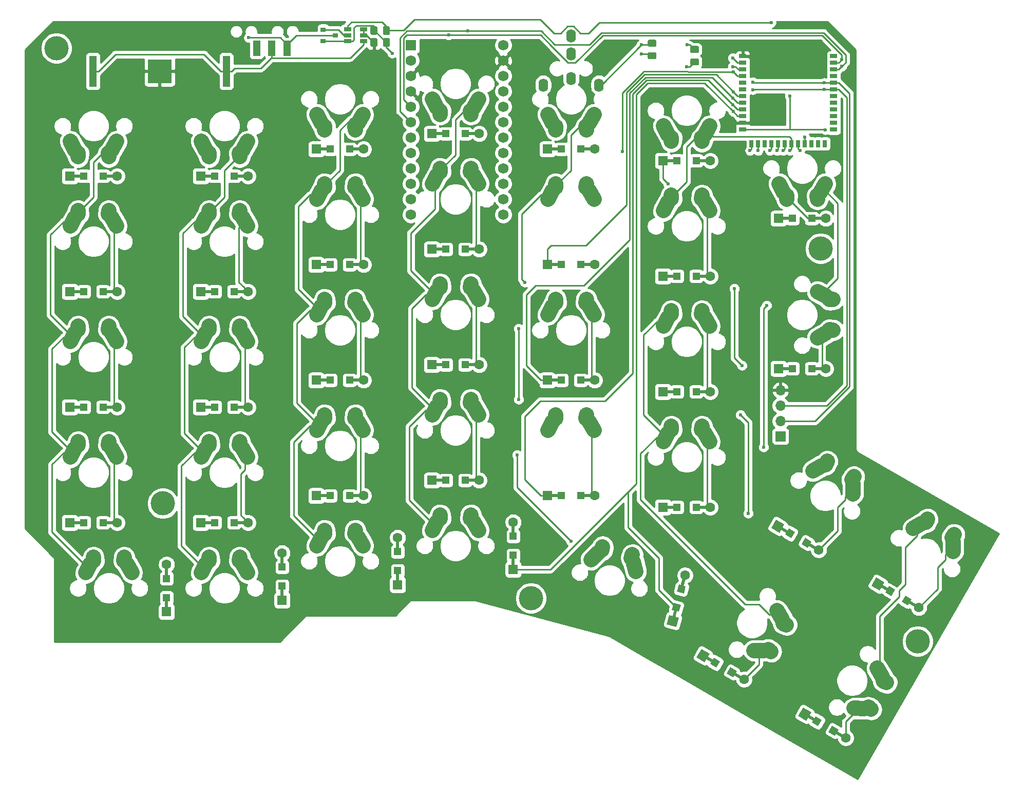
<source format=gtl>
G04 #@! TF.GenerationSoftware,KiCad,Pcbnew,5.1.5-52549c5~84~ubuntu18.04.1*
G04 #@! TF.CreationDate,2020-04-02T09:30:30-07:00*
G04 #@! TF.ProjectId,redox_rev1,7265646f-785f-4726-9576-312e6b696361,1.0*
G04 #@! TF.SameCoordinates,Original*
G04 #@! TF.FileFunction,Copper,L1,Top*
G04 #@! TF.FilePolarity,Positive*
%FSLAX46Y46*%
G04 Gerber Fmt 4.6, Leading zero omitted, Abs format (unit mm)*
G04 Created by KiCad (PCBNEW 5.1.5-52549c5~84~ubuntu18.04.1) date 2020-04-02 09:30:30*
%MOMM*%
%LPD*%
G04 APERTURE LIST*
%ADD10C,0.100000*%
%ADD11C,2.500000*%
%ADD12R,1.198880X0.698500*%
%ADD13R,0.698500X1.198880*%
%ADD14C,4.000000*%
%ADD15O,1.700000X1.700000*%
%ADD16R,1.700000X1.700000*%
%ADD17R,1.200000X1.200000*%
%ADD18C,1.600000*%
%ADD19R,1.600000X1.600000*%
%ADD20R,2.500000X0.500000*%
%ADD21R,0.500000X2.500000*%
%ADD22R,1.270000X5.080000*%
%ADD23R,3.960000X3.960000*%
%ADD24R,1.250000X2.500000*%
%ADD25O,1.600000X2.200000*%
%ADD26R,1.752600X1.752600*%
%ADD27C,1.752600*%
%ADD28R,0.900000X0.800000*%
%ADD29R,1.220000X0.650000*%
%ADD30C,0.600000*%
%ADD31C,0.250000*%
%ADD32C,0.254000*%
G04 APERTURE END LIST*
G04 #@! TA.AperFunction,SMDPad,CuDef*
D10*
G36*
X140086445Y-50238364D02*
G01*
X140110713Y-50241964D01*
X140134512Y-50247925D01*
X140157611Y-50256190D01*
X140179790Y-50266680D01*
X140200833Y-50279292D01*
X140220539Y-50293907D01*
X140238717Y-50310383D01*
X140255193Y-50328561D01*
X140269808Y-50348267D01*
X140282420Y-50369310D01*
X140292910Y-50391489D01*
X140301175Y-50414588D01*
X140307136Y-50438387D01*
X140310736Y-50462655D01*
X140311940Y-50487159D01*
X140311940Y-51387161D01*
X140310736Y-51411665D01*
X140307136Y-51435933D01*
X140301175Y-51459732D01*
X140292910Y-51482831D01*
X140282420Y-51505010D01*
X140269808Y-51526053D01*
X140255193Y-51545759D01*
X140238717Y-51563937D01*
X140220539Y-51580413D01*
X140200833Y-51595028D01*
X140179790Y-51607640D01*
X140157611Y-51618130D01*
X140134512Y-51626395D01*
X140110713Y-51632356D01*
X140086445Y-51635956D01*
X140061941Y-51637160D01*
X139411939Y-51637160D01*
X139387435Y-51635956D01*
X139363167Y-51632356D01*
X139339368Y-51626395D01*
X139316269Y-51618130D01*
X139294090Y-51607640D01*
X139273047Y-51595028D01*
X139253341Y-51580413D01*
X139235163Y-51563937D01*
X139218687Y-51545759D01*
X139204072Y-51526053D01*
X139191460Y-51505010D01*
X139180970Y-51482831D01*
X139172705Y-51459732D01*
X139166744Y-51435933D01*
X139163144Y-51411665D01*
X139161940Y-51387161D01*
X139161940Y-50487159D01*
X139163144Y-50462655D01*
X139166744Y-50438387D01*
X139172705Y-50414588D01*
X139180970Y-50391489D01*
X139191460Y-50369310D01*
X139204072Y-50348267D01*
X139218687Y-50328561D01*
X139235163Y-50310383D01*
X139253341Y-50293907D01*
X139273047Y-50279292D01*
X139294090Y-50266680D01*
X139316269Y-50256190D01*
X139339368Y-50247925D01*
X139363167Y-50241964D01*
X139387435Y-50238364D01*
X139411939Y-50237160D01*
X140061941Y-50237160D01*
X140086445Y-50238364D01*
G37*
G04 #@! TD.AperFunction*
G04 #@! TA.AperFunction,SMDPad,CuDef*
G36*
X138036445Y-50238364D02*
G01*
X138060713Y-50241964D01*
X138084512Y-50247925D01*
X138107611Y-50256190D01*
X138129790Y-50266680D01*
X138150833Y-50279292D01*
X138170539Y-50293907D01*
X138188717Y-50310383D01*
X138205193Y-50328561D01*
X138219808Y-50348267D01*
X138232420Y-50369310D01*
X138242910Y-50391489D01*
X138251175Y-50414588D01*
X138257136Y-50438387D01*
X138260736Y-50462655D01*
X138261940Y-50487159D01*
X138261940Y-51387161D01*
X138260736Y-51411665D01*
X138257136Y-51435933D01*
X138251175Y-51459732D01*
X138242910Y-51482831D01*
X138232420Y-51505010D01*
X138219808Y-51526053D01*
X138205193Y-51545759D01*
X138188717Y-51563937D01*
X138170539Y-51580413D01*
X138150833Y-51595028D01*
X138129790Y-51607640D01*
X138107611Y-51618130D01*
X138084512Y-51626395D01*
X138060713Y-51632356D01*
X138036445Y-51635956D01*
X138011941Y-51637160D01*
X137361939Y-51637160D01*
X137337435Y-51635956D01*
X137313167Y-51632356D01*
X137289368Y-51626395D01*
X137266269Y-51618130D01*
X137244090Y-51607640D01*
X137223047Y-51595028D01*
X137203341Y-51580413D01*
X137185163Y-51563937D01*
X137168687Y-51545759D01*
X137154072Y-51526053D01*
X137141460Y-51505010D01*
X137130970Y-51482831D01*
X137122705Y-51459732D01*
X137116744Y-51435933D01*
X137113144Y-51411665D01*
X137111940Y-51387161D01*
X137111940Y-50487159D01*
X137113144Y-50462655D01*
X137116744Y-50438387D01*
X137122705Y-50414588D01*
X137130970Y-50391489D01*
X137141460Y-50369310D01*
X137154072Y-50348267D01*
X137168687Y-50328561D01*
X137185163Y-50310383D01*
X137203341Y-50293907D01*
X137223047Y-50279292D01*
X137244090Y-50266680D01*
X137266269Y-50256190D01*
X137289368Y-50247925D01*
X137313167Y-50241964D01*
X137337435Y-50238364D01*
X137361939Y-50237160D01*
X138011941Y-50237160D01*
X138036445Y-50238364D01*
G37*
G04 #@! TD.AperFunction*
D11*
X134619724Y-67309328D02*
X134580276Y-66730672D01*
X129080453Y-66229954D02*
X128269547Y-64770046D01*
X135079547Y-66229954D02*
X135890453Y-64770046D01*
X129540276Y-67309328D02*
X129579724Y-66730672D01*
D12*
X198495920Y-67246500D03*
X213492080Y-60647580D03*
X213492080Y-59547760D03*
D13*
X199946260Y-69596000D03*
D12*
X198495920Y-65046860D03*
X198495920Y-63947040D03*
X198495920Y-62847220D03*
X198495920Y-61747400D03*
X198495920Y-60647580D03*
X198495920Y-59547760D03*
X198495920Y-58447940D03*
X198495920Y-57348120D03*
X198495920Y-56248300D03*
X213492080Y-55148480D03*
X213492080Y-56248300D03*
X213492080Y-57348120D03*
X213492080Y-58447940D03*
X213492080Y-61747400D03*
X213492080Y-62847220D03*
X213492080Y-63947040D03*
X213492080Y-65046860D03*
X213492080Y-66146680D03*
X213492080Y-67246500D03*
D13*
X212041740Y-69596000D03*
X210941920Y-69596000D03*
X209842100Y-69596000D03*
X208742280Y-69596000D03*
X207642460Y-69596000D03*
X206542640Y-69596000D03*
X205445360Y-69596000D03*
X204345540Y-69596000D03*
X203245720Y-69596000D03*
X202145900Y-69596000D03*
X201046080Y-69596000D03*
D12*
X198495920Y-55148480D03*
X198495920Y-66146680D03*
D14*
X163576000Y-144526000D03*
X227330000Y-151638000D03*
X85344000Y-53848000D03*
X211328000Y-86868000D03*
D15*
X204724000Y-110236000D03*
X204724000Y-112776000D03*
X204724000Y-115316000D03*
D16*
X204724000Y-117856000D03*
D17*
X89865000Y-74930000D03*
X93015000Y-74930000D03*
D18*
X95340000Y-74930000D03*
D19*
X87540000Y-74930000D03*
D20*
X94140000Y-74930000D03*
X88740000Y-74930000D03*
D17*
X111455000Y-74930000D03*
X114605000Y-74930000D03*
D18*
X116930000Y-74930000D03*
D19*
X109130000Y-74930000D03*
D20*
X115730000Y-74930000D03*
X110330000Y-74930000D03*
D17*
X130505000Y-70485000D03*
X133655000Y-70485000D03*
D18*
X135980000Y-70485000D03*
D19*
X128180000Y-70485000D03*
D20*
X134780000Y-70485000D03*
X129380000Y-70485000D03*
D17*
X149555000Y-67945000D03*
X152705000Y-67945000D03*
D18*
X155030000Y-67945000D03*
D19*
X147230000Y-67945000D03*
D20*
X153830000Y-67945000D03*
X148430000Y-67945000D03*
D17*
X168605000Y-70485000D03*
X171755000Y-70485000D03*
D18*
X174080000Y-70485000D03*
D19*
X166280000Y-70485000D03*
D20*
X172880000Y-70485000D03*
X167480000Y-70485000D03*
D17*
X187655000Y-72390000D03*
X190805000Y-72390000D03*
D18*
X193130000Y-72390000D03*
D19*
X185330000Y-72390000D03*
D20*
X191930000Y-72390000D03*
X186530000Y-72390000D03*
D17*
X206705000Y-81915000D03*
X209855000Y-81915000D03*
D18*
X212180000Y-81915000D03*
D19*
X204380000Y-81915000D03*
D20*
X210980000Y-81915000D03*
X205580000Y-81915000D03*
D17*
X89865000Y-93980000D03*
X93015000Y-93980000D03*
D18*
X95340000Y-93980000D03*
D19*
X87540000Y-93980000D03*
D20*
X94140000Y-93980000D03*
X88740000Y-93980000D03*
D17*
X111455000Y-93980000D03*
X114605000Y-93980000D03*
D18*
X116930000Y-93980000D03*
D19*
X109130000Y-93980000D03*
D20*
X115730000Y-93980000D03*
X110330000Y-93980000D03*
D17*
X130505000Y-89535000D03*
X133655000Y-89535000D03*
D18*
X135980000Y-89535000D03*
D19*
X128180000Y-89535000D03*
D20*
X134780000Y-89535000D03*
X129380000Y-89535000D03*
D17*
X149555000Y-86995000D03*
X152705000Y-86995000D03*
D18*
X155030000Y-86995000D03*
D19*
X147230000Y-86995000D03*
D20*
X153830000Y-86995000D03*
X148430000Y-86995000D03*
D17*
X168605000Y-89535000D03*
X171755000Y-89535000D03*
D18*
X174080000Y-89535000D03*
D19*
X166280000Y-89535000D03*
D20*
X172880000Y-89535000D03*
X167480000Y-89535000D03*
D17*
X187655000Y-91440000D03*
X190805000Y-91440000D03*
D18*
X193130000Y-91440000D03*
D19*
X185330000Y-91440000D03*
D20*
X191930000Y-91440000D03*
X186530000Y-91440000D03*
D17*
X206705000Y-106680000D03*
X209855000Y-106680000D03*
D18*
X212180000Y-106680000D03*
D19*
X204380000Y-106680000D03*
D20*
X210980000Y-106680000D03*
X205580000Y-106680000D03*
D17*
X89865000Y-113030000D03*
X93015000Y-113030000D03*
D18*
X95340000Y-113030000D03*
D19*
X87540000Y-113030000D03*
D20*
X94140000Y-113030000D03*
X88740000Y-113030000D03*
D17*
X111455000Y-113030000D03*
X114605000Y-113030000D03*
D18*
X116930000Y-113030000D03*
D19*
X109130000Y-113030000D03*
D20*
X115730000Y-113030000D03*
X110330000Y-113030000D03*
D17*
X130505000Y-108585000D03*
X133655000Y-108585000D03*
D18*
X135980000Y-108585000D03*
D19*
X128180000Y-108585000D03*
D20*
X134780000Y-108585000D03*
X129380000Y-108585000D03*
D17*
X149555000Y-106045000D03*
X152705000Y-106045000D03*
D18*
X155030000Y-106045000D03*
D19*
X147230000Y-106045000D03*
D20*
X153830000Y-106045000D03*
X148430000Y-106045000D03*
D17*
X168605000Y-108585000D03*
X171755000Y-108585000D03*
D18*
X174080000Y-108585000D03*
D19*
X166280000Y-108585000D03*
D20*
X172880000Y-108585000D03*
X167480000Y-108585000D03*
D17*
X187655000Y-110490000D03*
X190805000Y-110490000D03*
D18*
X193130000Y-110490000D03*
D19*
X185330000Y-110490000D03*
D20*
X191930000Y-110490000D03*
X186530000Y-110490000D03*
G04 #@! TA.AperFunction,SMDPad,CuDef*
D10*
G36*
X207100625Y-133612885D02*
G01*
X206500625Y-134652115D01*
X205461395Y-134052115D01*
X206061395Y-133012885D01*
X207100625Y-133612885D01*
G37*
G04 #@! TD.AperFunction*
G04 #@! TA.AperFunction,SMDPad,CuDef*
G36*
X209828605Y-135187885D02*
G01*
X209228605Y-136227115D01*
X208189375Y-135627115D01*
X208789375Y-134587885D01*
X209828605Y-135187885D01*
G37*
G04 #@! TD.AperFunction*
D18*
X211022499Y-136570000D03*
G04 #@! TA.AperFunction,ComponentPad*
D10*
G36*
X205360321Y-132377180D02*
G01*
X204560321Y-133762820D01*
X203174681Y-132962820D01*
X203974681Y-131577180D01*
X205360321Y-132377180D01*
G37*
G04 #@! TD.AperFunction*
G04 #@! TA.AperFunction,Conductor*
G36*
X211190801Y-136378494D02*
G01*
X210940801Y-136811506D01*
X208775737Y-135561506D01*
X209025737Y-135128494D01*
X211190801Y-136378494D01*
G37*
G04 #@! TD.AperFunction*
G04 #@! TA.AperFunction,Conductor*
G36*
X206514263Y-133678494D02*
G01*
X206264263Y-134111506D01*
X204099199Y-132861506D01*
X204349199Y-132428494D01*
X206514263Y-133678494D01*
G37*
G04 #@! TD.AperFunction*
D17*
X89865000Y-132080000D03*
X93015000Y-132080000D03*
D18*
X95340000Y-132080000D03*
D19*
X87540000Y-132080000D03*
D20*
X94140000Y-132080000D03*
X88740000Y-132080000D03*
D17*
X111455000Y-132080000D03*
X114605000Y-132080000D03*
D18*
X116930000Y-132080000D03*
D19*
X109130000Y-132080000D03*
D20*
X115730000Y-132080000D03*
X110330000Y-132080000D03*
D17*
X130505000Y-127635000D03*
X133655000Y-127635000D03*
D18*
X135980000Y-127635000D03*
D19*
X128180000Y-127635000D03*
D20*
X134780000Y-127635000D03*
X129380000Y-127635000D03*
D17*
X149555000Y-125095000D03*
X152705000Y-125095000D03*
D18*
X155030000Y-125095000D03*
D19*
X147230000Y-125095000D03*
D20*
X153830000Y-125095000D03*
X148430000Y-125095000D03*
D17*
X168605000Y-127635000D03*
X171755000Y-127635000D03*
D18*
X174080000Y-127635000D03*
D19*
X166280000Y-127635000D03*
D20*
X172880000Y-127635000D03*
X167480000Y-127635000D03*
D17*
X187655000Y-129540000D03*
X190805000Y-129540000D03*
D18*
X193130000Y-129540000D03*
D19*
X185330000Y-129540000D03*
D20*
X191930000Y-129540000D03*
X186530000Y-129540000D03*
G04 #@! TA.AperFunction,SMDPad,CuDef*
D10*
G36*
X223610625Y-143137885D02*
G01*
X223010625Y-144177115D01*
X221971395Y-143577115D01*
X222571395Y-142537885D01*
X223610625Y-143137885D01*
G37*
G04 #@! TD.AperFunction*
G04 #@! TA.AperFunction,SMDPad,CuDef*
G36*
X226338605Y-144712885D02*
G01*
X225738605Y-145752115D01*
X224699375Y-145152115D01*
X225299375Y-144112885D01*
X226338605Y-144712885D01*
G37*
G04 #@! TD.AperFunction*
D18*
X227532499Y-146095000D03*
G04 #@! TA.AperFunction,ComponentPad*
D10*
G36*
X221870321Y-141902180D02*
G01*
X221070321Y-143287820D01*
X219684681Y-142487820D01*
X220484681Y-141102180D01*
X221870321Y-141902180D01*
G37*
G04 #@! TD.AperFunction*
G04 #@! TA.AperFunction,Conductor*
G36*
X227700801Y-145903494D02*
G01*
X227450801Y-146336506D01*
X225285737Y-145086506D01*
X225535737Y-144653494D01*
X227700801Y-145903494D01*
G37*
G04 #@! TD.AperFunction*
G04 #@! TA.AperFunction,Conductor*
G36*
X223024263Y-143203494D02*
G01*
X222774263Y-143636506D01*
X220609199Y-142386506D01*
X220859199Y-141953494D01*
X223024263Y-143203494D01*
G37*
G04 #@! TD.AperFunction*
D17*
X103505000Y-144450000D03*
X103505000Y-141300000D03*
D18*
X103505000Y-138975000D03*
D19*
X103505000Y-146775000D03*
D21*
X103505000Y-140175000D03*
X103505000Y-145575000D03*
D17*
X122555000Y-142545000D03*
X122555000Y-139395000D03*
D18*
X122555000Y-137070000D03*
D19*
X122555000Y-144870000D03*
D21*
X122555000Y-138270000D03*
X122555000Y-143670000D03*
D17*
X141605000Y-140005000D03*
X141605000Y-136855000D03*
D18*
X141605000Y-134530000D03*
D19*
X141605000Y-142330000D03*
D21*
X141605000Y-135730000D03*
X141605000Y-141130000D03*
D17*
X160655000Y-137465000D03*
X160655000Y-134315000D03*
D18*
X160655000Y-131990000D03*
D19*
X160655000Y-139790000D03*
D21*
X160655000Y-133190000D03*
X160655000Y-138590000D03*
G04 #@! TA.AperFunction,SMDPad,CuDef*
D10*
G36*
X187128096Y-145312486D02*
G01*
X188287207Y-145623069D01*
X187976624Y-146782180D01*
X186817513Y-146471597D01*
X187128096Y-145312486D01*
G37*
G04 #@! TD.AperFunction*
G04 #@! TA.AperFunction,SMDPad,CuDef*
G36*
X187943376Y-142269820D02*
G01*
X189102487Y-142580403D01*
X188791904Y-143739514D01*
X187632793Y-143428931D01*
X187943376Y-142269820D01*
G37*
G04 #@! TD.AperFunction*
D18*
X188969394Y-140758889D03*
G04 #@! TA.AperFunction,ComponentPad*
D10*
G36*
X186384921Y-147313315D02*
G01*
X187930402Y-147727426D01*
X187516291Y-149272907D01*
X185970810Y-148858796D01*
X186384921Y-147313315D01*
G37*
G04 #@! TD.AperFunction*
G04 #@! TA.AperFunction,Conductor*
G36*
X188740853Y-140645888D02*
G01*
X189223816Y-140775297D01*
X188576769Y-143190112D01*
X188093806Y-143060703D01*
X188740853Y-140645888D01*
G37*
G04 #@! TD.AperFunction*
G04 #@! TA.AperFunction,Conductor*
G36*
X187343231Y-145861888D02*
G01*
X187826194Y-145991297D01*
X187179147Y-148406112D01*
X186696184Y-148276703D01*
X187343231Y-145861888D01*
G37*
G04 #@! TD.AperFunction*
G04 #@! TA.AperFunction,SMDPad,CuDef*
G36*
X194781625Y-154948885D02*
G01*
X194181625Y-155988115D01*
X193142395Y-155388115D01*
X193742395Y-154348885D01*
X194781625Y-154948885D01*
G37*
G04 #@! TD.AperFunction*
G04 #@! TA.AperFunction,SMDPad,CuDef*
G36*
X197509605Y-156523885D02*
G01*
X196909605Y-157563115D01*
X195870375Y-156963115D01*
X196470375Y-155923885D01*
X197509605Y-156523885D01*
G37*
G04 #@! TD.AperFunction*
D18*
X198703499Y-157906000D03*
G04 #@! TA.AperFunction,ComponentPad*
D10*
G36*
X193041321Y-153713180D02*
G01*
X192241321Y-155098820D01*
X190855681Y-154298820D01*
X191655681Y-152913180D01*
X193041321Y-153713180D01*
G37*
G04 #@! TD.AperFunction*
G04 #@! TA.AperFunction,Conductor*
G36*
X198871801Y-157714494D02*
G01*
X198621801Y-158147506D01*
X196456737Y-156897506D01*
X196706737Y-156464494D01*
X198871801Y-157714494D01*
G37*
G04 #@! TD.AperFunction*
G04 #@! TA.AperFunction,Conductor*
G36*
X194195263Y-155014494D02*
G01*
X193945263Y-155447506D01*
X191780199Y-154197506D01*
X192030199Y-153764494D01*
X194195263Y-155014494D01*
G37*
G04 #@! TD.AperFunction*
G04 #@! TA.AperFunction,SMDPad,CuDef*
G36*
X211545625Y-164600885D02*
G01*
X210945625Y-165640115D01*
X209906395Y-165040115D01*
X210506395Y-164000885D01*
X211545625Y-164600885D01*
G37*
G04 #@! TD.AperFunction*
G04 #@! TA.AperFunction,SMDPad,CuDef*
G36*
X214273605Y-166175885D02*
G01*
X213673605Y-167215115D01*
X212634375Y-166615115D01*
X213234375Y-165575885D01*
X214273605Y-166175885D01*
G37*
G04 #@! TD.AperFunction*
D18*
X215467499Y-167558000D03*
G04 #@! TA.AperFunction,ComponentPad*
D10*
G36*
X209805321Y-163365180D02*
G01*
X209005321Y-164750820D01*
X207619681Y-163950820D01*
X208419681Y-162565180D01*
X209805321Y-163365180D01*
G37*
G04 #@! TD.AperFunction*
G04 #@! TA.AperFunction,Conductor*
G36*
X215635801Y-167366494D02*
G01*
X215385801Y-167799506D01*
X213220737Y-166549506D01*
X213470737Y-166116494D01*
X215635801Y-167366494D01*
G37*
G04 #@! TD.AperFunction*
G04 #@! TA.AperFunction,Conductor*
G36*
X210959263Y-164666494D02*
G01*
X210709263Y-165099506D01*
X208544199Y-163849506D01*
X208794199Y-163416494D01*
X210959263Y-164666494D01*
G37*
G04 #@! TD.AperFunction*
D14*
X102870000Y-128905000D03*
D11*
X175391441Y-136041416D02*
X175279779Y-136610566D01*
X180462604Y-138517681D02*
X180868028Y-140137721D01*
X174667925Y-136965002D02*
X173506797Y-138165286D01*
X180297812Y-137356074D02*
X180109940Y-137904804D01*
X88900276Y-118745672D02*
X88939724Y-119324328D01*
X94439547Y-119825046D02*
X95250453Y-121284954D01*
X88440453Y-119825046D02*
X87629547Y-121284954D01*
X93979724Y-118745672D02*
X93940276Y-119324328D01*
X88900276Y-99695672D02*
X88939724Y-100274328D01*
X94439547Y-100775046D02*
X95250453Y-102234954D01*
X88440453Y-100775046D02*
X87629547Y-102234954D01*
X93979724Y-99695672D02*
X93940276Y-100274328D01*
X88900276Y-80645672D02*
X88939724Y-81224328D01*
X94439547Y-81725046D02*
X95250453Y-83184954D01*
X88440453Y-81725046D02*
X87629547Y-83184954D01*
X93979724Y-80645672D02*
X93940276Y-81224328D01*
X93979724Y-71754328D02*
X93940276Y-71175672D01*
X88440453Y-70674954D02*
X87629547Y-69215046D01*
X94439547Y-70674954D02*
X95250453Y-69215046D01*
X88900276Y-71754328D02*
X88939724Y-71175672D01*
X228940198Y-131491310D02*
X228685034Y-132012166D01*
X233197660Y-135195712D02*
X233169972Y-136865482D01*
X228002294Y-132196165D02*
X226570074Y-133055029D01*
X233339130Y-134031034D02*
X233015638Y-134512442D01*
X148590276Y-130810672D02*
X148629724Y-131389328D01*
X154129547Y-131890046D02*
X154940453Y-133349954D01*
X148130453Y-131890046D02*
X147319547Y-133349954D01*
X153669724Y-130810672D02*
X153630276Y-131389328D01*
X129540276Y-133350672D02*
X129579724Y-133929328D01*
X135079547Y-134430046D02*
X135890453Y-135889954D01*
X129080453Y-134430046D02*
X128269547Y-135889954D01*
X134619724Y-133350672D02*
X134580276Y-133929328D01*
X110490276Y-137795672D02*
X110529724Y-138374328D01*
X116029547Y-138875046D02*
X116840453Y-140334954D01*
X110030453Y-138875046D02*
X109219547Y-140334954D01*
X115569724Y-137795672D02*
X115530276Y-138374328D01*
X91440276Y-137795672D02*
X91479724Y-138374328D01*
X96979547Y-138875046D02*
X97790453Y-140334954D01*
X90980453Y-138875046D02*
X90169547Y-140334954D01*
X96519724Y-137795672D02*
X96480276Y-138374328D01*
X186690276Y-116205672D02*
X186729724Y-116784328D01*
X192229547Y-117285046D02*
X193040453Y-118744954D01*
X186230453Y-117285046D02*
X185419547Y-118744954D01*
X191769724Y-116205672D02*
X191730276Y-116784328D01*
X167640276Y-114300672D02*
X167679724Y-114879328D01*
X173179547Y-115380046D02*
X173990453Y-116839954D01*
X167180453Y-115380046D02*
X166369547Y-116839954D01*
X172719724Y-114300672D02*
X172680276Y-114879328D01*
X148590276Y-111760672D02*
X148629724Y-112339328D01*
X154129547Y-112840046D02*
X154940453Y-114299954D01*
X148130453Y-112840046D02*
X147319547Y-114299954D01*
X153669724Y-111760672D02*
X153630276Y-112339328D01*
X129540276Y-114300672D02*
X129579724Y-114879328D01*
X135079547Y-115380046D02*
X135890453Y-116839954D01*
X129080453Y-115380046D02*
X128269547Y-116839954D01*
X134619724Y-114300672D02*
X134580276Y-114879328D01*
X110490276Y-118745672D02*
X110529724Y-119324328D01*
X116029547Y-119825046D02*
X116840453Y-121284954D01*
X110030453Y-119825046D02*
X109219547Y-121284954D01*
X115569724Y-118745672D02*
X115530276Y-119324328D01*
X212430198Y-121966310D02*
X212175034Y-122487166D01*
X216687660Y-125670712D02*
X216659972Y-127340482D01*
X211492294Y-122671165D02*
X210060074Y-123530029D01*
X216829130Y-124506034D02*
X216505638Y-124987442D01*
X186690276Y-97155672D02*
X186729724Y-97734328D01*
X192229547Y-98235046D02*
X193040453Y-99694954D01*
X186230453Y-98235046D02*
X185419547Y-99694954D01*
X191769724Y-97155672D02*
X191730276Y-97734328D01*
X167640276Y-95250672D02*
X167679724Y-95829328D01*
X173179547Y-96330046D02*
X173990453Y-97789954D01*
X167180453Y-96330046D02*
X166369547Y-97789954D01*
X172719724Y-95250672D02*
X172680276Y-95829328D01*
X148590276Y-92710672D02*
X148629724Y-93289328D01*
X154129547Y-93790046D02*
X154940453Y-95249954D01*
X148130453Y-93790046D02*
X147319547Y-95249954D01*
X153669724Y-92710672D02*
X153630276Y-93289328D01*
X129540276Y-95250672D02*
X129579724Y-95829328D01*
X135079547Y-96330046D02*
X135890453Y-97789954D01*
X129080453Y-96330046D02*
X128269547Y-97789954D01*
X134619724Y-95250672D02*
X134580276Y-95829328D01*
X110490276Y-99695672D02*
X110529724Y-100274328D01*
X116029547Y-100775046D02*
X116840453Y-102234954D01*
X110030453Y-100775046D02*
X109219547Y-102234954D01*
X115569724Y-99695672D02*
X115530276Y-100274328D01*
X186690276Y-78105672D02*
X186729724Y-78684328D01*
X192229547Y-79185046D02*
X193040453Y-80644954D01*
X186230453Y-79185046D02*
X185419547Y-80644954D01*
X191769724Y-78105672D02*
X191730276Y-78684328D01*
X167640276Y-76200672D02*
X167679724Y-76779328D01*
X173179547Y-77280046D02*
X173990453Y-78739954D01*
X167180453Y-77280046D02*
X166369547Y-78739954D01*
X172719724Y-76200672D02*
X172680276Y-76779328D01*
X148590276Y-73660672D02*
X148629724Y-74239328D01*
X154129547Y-74740046D02*
X154940453Y-76199954D01*
X148130453Y-74740046D02*
X147319547Y-76199954D01*
X153669724Y-73660672D02*
X153630276Y-74239328D01*
X129540276Y-76200672D02*
X129579724Y-76779328D01*
X135079547Y-77280046D02*
X135890453Y-78739954D01*
X129080453Y-77280046D02*
X128269547Y-78739954D01*
X134619724Y-76200672D02*
X134580276Y-76779328D01*
X110490276Y-80645672D02*
X110529724Y-81224328D01*
X116029547Y-81725046D02*
X116840453Y-83184954D01*
X110030453Y-81725046D02*
X109219547Y-83184954D01*
X115569724Y-80645672D02*
X115530276Y-81224328D01*
X210819724Y-78739328D02*
X210780276Y-78160672D01*
X205280453Y-77659954D02*
X204469547Y-76200046D01*
X211279547Y-77659954D02*
X212090453Y-76200046D01*
X205740276Y-78739328D02*
X205779724Y-78160672D01*
X191769724Y-69214328D02*
X191730276Y-68635672D01*
X186230453Y-68134954D02*
X185419547Y-66675046D01*
X192229547Y-68134954D02*
X193040453Y-66675046D01*
X186690276Y-69214328D02*
X186729724Y-68635672D01*
X172719724Y-67309328D02*
X172680276Y-66730672D01*
X167180453Y-66229954D02*
X166369547Y-64770046D01*
X173179547Y-66229954D02*
X173990453Y-64770046D01*
X167640276Y-67309328D02*
X167679724Y-66730672D01*
X153669724Y-64769328D02*
X153630276Y-64190672D01*
X148130453Y-63689954D02*
X147319547Y-62230046D01*
X154129547Y-63689954D02*
X154940453Y-62230046D01*
X148590276Y-64769328D02*
X148629724Y-64190672D01*
X115569724Y-71754328D02*
X115530276Y-71175672D01*
X110030453Y-70674954D02*
X109219547Y-69215046D01*
X116029547Y-70674954D02*
X116840453Y-69215046D01*
X110490276Y-71754328D02*
X110529724Y-71175672D01*
X213359328Y-95250276D02*
X212780672Y-95289724D01*
X212279954Y-100789547D02*
X210820046Y-101600453D01*
X212279954Y-94790453D02*
X210820046Y-93979547D01*
X213359328Y-100329724D02*
X212780672Y-100290276D01*
X222203690Y-158455198D02*
X221682834Y-158200034D01*
X218499288Y-162712660D02*
X216829518Y-162684972D01*
X221498835Y-157517294D02*
X220639971Y-156085074D01*
X219663966Y-162854130D02*
X219182558Y-162530638D01*
X205693690Y-148930198D02*
X205172834Y-148675034D01*
X201989288Y-153187660D02*
X200319518Y-153159972D01*
X204988835Y-147992294D02*
X204129971Y-146560074D01*
X203153966Y-153329130D02*
X202672558Y-153005638D01*
D22*
X113347000Y-57658000D03*
X91377000Y-57658000D03*
D23*
X102362000Y-57658000D03*
D24*
X118353200Y-53854800D03*
X120853200Y-53854800D03*
X123353200Y-53854800D03*
D25*
X170180000Y-54815600D03*
X170180000Y-51815600D03*
X170180000Y-58815600D03*
X165580000Y-59915600D03*
X174780000Y-59915600D03*
D26*
X143764000Y-53340000D03*
D27*
X143764000Y-55880000D03*
X143764000Y-58420000D03*
X143764000Y-60960000D03*
X143764000Y-63500000D03*
X143764000Y-66040000D03*
X143764000Y-68580000D03*
X143764000Y-71120000D03*
X143764000Y-73660000D03*
X143764000Y-76200000D03*
X143764000Y-78740000D03*
X159004000Y-81280000D03*
X159004000Y-78740000D03*
X159004000Y-76200000D03*
X159004000Y-73660000D03*
X159004000Y-71120000D03*
X159004000Y-68580000D03*
X159004000Y-66040000D03*
X159004000Y-63500000D03*
X159004000Y-60960000D03*
X159004000Y-58420000D03*
X159004000Y-55880000D03*
X143764000Y-81280000D03*
X159004000Y-53340000D03*
G04 #@! TA.AperFunction,SMDPad,CuDef*
D10*
G36*
X140094065Y-52189084D02*
G01*
X140118333Y-52192684D01*
X140142132Y-52198645D01*
X140165231Y-52206910D01*
X140187410Y-52217400D01*
X140208453Y-52230012D01*
X140228159Y-52244627D01*
X140246337Y-52261103D01*
X140262813Y-52279281D01*
X140277428Y-52298987D01*
X140290040Y-52320030D01*
X140300530Y-52342209D01*
X140308795Y-52365308D01*
X140314756Y-52389107D01*
X140318356Y-52413375D01*
X140319560Y-52437879D01*
X140319560Y-53337881D01*
X140318356Y-53362385D01*
X140314756Y-53386653D01*
X140308795Y-53410452D01*
X140300530Y-53433551D01*
X140290040Y-53455730D01*
X140277428Y-53476773D01*
X140262813Y-53496479D01*
X140246337Y-53514657D01*
X140228159Y-53531133D01*
X140208453Y-53545748D01*
X140187410Y-53558360D01*
X140165231Y-53568850D01*
X140142132Y-53577115D01*
X140118333Y-53583076D01*
X140094065Y-53586676D01*
X140069561Y-53587880D01*
X139419559Y-53587880D01*
X139395055Y-53586676D01*
X139370787Y-53583076D01*
X139346988Y-53577115D01*
X139323889Y-53568850D01*
X139301710Y-53558360D01*
X139280667Y-53545748D01*
X139260961Y-53531133D01*
X139242783Y-53514657D01*
X139226307Y-53496479D01*
X139211692Y-53476773D01*
X139199080Y-53455730D01*
X139188590Y-53433551D01*
X139180325Y-53410452D01*
X139174364Y-53386653D01*
X139170764Y-53362385D01*
X139169560Y-53337881D01*
X139169560Y-52437879D01*
X139170764Y-52413375D01*
X139174364Y-52389107D01*
X139180325Y-52365308D01*
X139188590Y-52342209D01*
X139199080Y-52320030D01*
X139211692Y-52298987D01*
X139226307Y-52279281D01*
X139242783Y-52261103D01*
X139260961Y-52244627D01*
X139280667Y-52230012D01*
X139301710Y-52217400D01*
X139323889Y-52206910D01*
X139346988Y-52198645D01*
X139370787Y-52192684D01*
X139395055Y-52189084D01*
X139419559Y-52187880D01*
X140069561Y-52187880D01*
X140094065Y-52189084D01*
G37*
G04 #@! TD.AperFunction*
G04 #@! TA.AperFunction,SMDPad,CuDef*
G36*
X138044065Y-52189084D02*
G01*
X138068333Y-52192684D01*
X138092132Y-52198645D01*
X138115231Y-52206910D01*
X138137410Y-52217400D01*
X138158453Y-52230012D01*
X138178159Y-52244627D01*
X138196337Y-52261103D01*
X138212813Y-52279281D01*
X138227428Y-52298987D01*
X138240040Y-52320030D01*
X138250530Y-52342209D01*
X138258795Y-52365308D01*
X138264756Y-52389107D01*
X138268356Y-52413375D01*
X138269560Y-52437879D01*
X138269560Y-53337881D01*
X138268356Y-53362385D01*
X138264756Y-53386653D01*
X138258795Y-53410452D01*
X138250530Y-53433551D01*
X138240040Y-53455730D01*
X138227428Y-53476773D01*
X138212813Y-53496479D01*
X138196337Y-53514657D01*
X138178159Y-53531133D01*
X138158453Y-53545748D01*
X138137410Y-53558360D01*
X138115231Y-53568850D01*
X138092132Y-53577115D01*
X138068333Y-53583076D01*
X138044065Y-53586676D01*
X138019561Y-53587880D01*
X137369559Y-53587880D01*
X137345055Y-53586676D01*
X137320787Y-53583076D01*
X137296988Y-53577115D01*
X137273889Y-53568850D01*
X137251710Y-53558360D01*
X137230667Y-53545748D01*
X137210961Y-53531133D01*
X137192783Y-53514657D01*
X137176307Y-53496479D01*
X137161692Y-53476773D01*
X137149080Y-53455730D01*
X137138590Y-53433551D01*
X137130325Y-53410452D01*
X137124364Y-53386653D01*
X137120764Y-53362385D01*
X137119560Y-53337881D01*
X137119560Y-52437879D01*
X137120764Y-52413375D01*
X137124364Y-52389107D01*
X137130325Y-52365308D01*
X137138590Y-52342209D01*
X137149080Y-52320030D01*
X137161692Y-52298987D01*
X137176307Y-52279281D01*
X137192783Y-52261103D01*
X137210961Y-52244627D01*
X137230667Y-52230012D01*
X137251710Y-52217400D01*
X137273889Y-52206910D01*
X137296988Y-52198645D01*
X137320787Y-52192684D01*
X137345055Y-52189084D01*
X137369559Y-52187880D01*
X138019561Y-52187880D01*
X138044065Y-52189084D01*
G37*
G04 #@! TD.AperFunction*
D28*
X131327400Y-51732180D03*
X129327400Y-52682180D03*
X129327400Y-50782180D03*
G04 #@! TA.AperFunction,SMDPad,CuDef*
D10*
G36*
X184014905Y-54506104D02*
G01*
X184039173Y-54509704D01*
X184062972Y-54515665D01*
X184086071Y-54523930D01*
X184108250Y-54534420D01*
X184129293Y-54547032D01*
X184148999Y-54561647D01*
X184167177Y-54578123D01*
X184183653Y-54596301D01*
X184198268Y-54616007D01*
X184210880Y-54637050D01*
X184221370Y-54659229D01*
X184229635Y-54682328D01*
X184235596Y-54706127D01*
X184239196Y-54730395D01*
X184240400Y-54754899D01*
X184240400Y-55404901D01*
X184239196Y-55429405D01*
X184235596Y-55453673D01*
X184229635Y-55477472D01*
X184221370Y-55500571D01*
X184210880Y-55522750D01*
X184198268Y-55543793D01*
X184183653Y-55563499D01*
X184167177Y-55581677D01*
X184148999Y-55598153D01*
X184129293Y-55612768D01*
X184108250Y-55625380D01*
X184086071Y-55635870D01*
X184062972Y-55644135D01*
X184039173Y-55650096D01*
X184014905Y-55653696D01*
X183990401Y-55654900D01*
X183090399Y-55654900D01*
X183065895Y-55653696D01*
X183041627Y-55650096D01*
X183017828Y-55644135D01*
X182994729Y-55635870D01*
X182972550Y-55625380D01*
X182951507Y-55612768D01*
X182931801Y-55598153D01*
X182913623Y-55581677D01*
X182897147Y-55563499D01*
X182882532Y-55543793D01*
X182869920Y-55522750D01*
X182859430Y-55500571D01*
X182851165Y-55477472D01*
X182845204Y-55453673D01*
X182841604Y-55429405D01*
X182840400Y-55404901D01*
X182840400Y-54754899D01*
X182841604Y-54730395D01*
X182845204Y-54706127D01*
X182851165Y-54682328D01*
X182859430Y-54659229D01*
X182869920Y-54637050D01*
X182882532Y-54616007D01*
X182897147Y-54596301D01*
X182913623Y-54578123D01*
X182931801Y-54561647D01*
X182951507Y-54547032D01*
X182972550Y-54534420D01*
X182994729Y-54523930D01*
X183017828Y-54515665D01*
X183041627Y-54509704D01*
X183065895Y-54506104D01*
X183090399Y-54504900D01*
X183990401Y-54504900D01*
X184014905Y-54506104D01*
G37*
G04 #@! TD.AperFunction*
G04 #@! TA.AperFunction,SMDPad,CuDef*
G36*
X184014905Y-52456104D02*
G01*
X184039173Y-52459704D01*
X184062972Y-52465665D01*
X184086071Y-52473930D01*
X184108250Y-52484420D01*
X184129293Y-52497032D01*
X184148999Y-52511647D01*
X184167177Y-52528123D01*
X184183653Y-52546301D01*
X184198268Y-52566007D01*
X184210880Y-52587050D01*
X184221370Y-52609229D01*
X184229635Y-52632328D01*
X184235596Y-52656127D01*
X184239196Y-52680395D01*
X184240400Y-52704899D01*
X184240400Y-53354901D01*
X184239196Y-53379405D01*
X184235596Y-53403673D01*
X184229635Y-53427472D01*
X184221370Y-53450571D01*
X184210880Y-53472750D01*
X184198268Y-53493793D01*
X184183653Y-53513499D01*
X184167177Y-53531677D01*
X184148999Y-53548153D01*
X184129293Y-53562768D01*
X184108250Y-53575380D01*
X184086071Y-53585870D01*
X184062972Y-53594135D01*
X184039173Y-53600096D01*
X184014905Y-53603696D01*
X183990401Y-53604900D01*
X183090399Y-53604900D01*
X183065895Y-53603696D01*
X183041627Y-53600096D01*
X183017828Y-53594135D01*
X182994729Y-53585870D01*
X182972550Y-53575380D01*
X182951507Y-53562768D01*
X182931801Y-53548153D01*
X182913623Y-53531677D01*
X182897147Y-53513499D01*
X182882532Y-53493793D01*
X182869920Y-53472750D01*
X182859430Y-53450571D01*
X182851165Y-53427472D01*
X182845204Y-53403673D01*
X182841604Y-53379405D01*
X182840400Y-53354901D01*
X182840400Y-52704899D01*
X182841604Y-52680395D01*
X182845204Y-52656127D01*
X182851165Y-52632328D01*
X182859430Y-52609229D01*
X182869920Y-52587050D01*
X182882532Y-52566007D01*
X182897147Y-52546301D01*
X182913623Y-52528123D01*
X182931801Y-52511647D01*
X182951507Y-52497032D01*
X182972550Y-52484420D01*
X182994729Y-52473930D01*
X183017828Y-52465665D01*
X183041627Y-52459704D01*
X183065895Y-52456104D01*
X183090399Y-52454900D01*
X183990401Y-52454900D01*
X184014905Y-52456104D01*
G37*
G04 #@! TD.AperFunction*
G04 #@! TA.AperFunction,SMDPad,CuDef*
G36*
X191025305Y-55531104D02*
G01*
X191049573Y-55534704D01*
X191073372Y-55540665D01*
X191096471Y-55548930D01*
X191118650Y-55559420D01*
X191139693Y-55572032D01*
X191159399Y-55586647D01*
X191177577Y-55603123D01*
X191194053Y-55621301D01*
X191208668Y-55641007D01*
X191221280Y-55662050D01*
X191231770Y-55684229D01*
X191240035Y-55707328D01*
X191245996Y-55731127D01*
X191249596Y-55755395D01*
X191250800Y-55779899D01*
X191250800Y-56429901D01*
X191249596Y-56454405D01*
X191245996Y-56478673D01*
X191240035Y-56502472D01*
X191231770Y-56525571D01*
X191221280Y-56547750D01*
X191208668Y-56568793D01*
X191194053Y-56588499D01*
X191177577Y-56606677D01*
X191159399Y-56623153D01*
X191139693Y-56637768D01*
X191118650Y-56650380D01*
X191096471Y-56660870D01*
X191073372Y-56669135D01*
X191049573Y-56675096D01*
X191025305Y-56678696D01*
X191000801Y-56679900D01*
X190100799Y-56679900D01*
X190076295Y-56678696D01*
X190052027Y-56675096D01*
X190028228Y-56669135D01*
X190005129Y-56660870D01*
X189982950Y-56650380D01*
X189961907Y-56637768D01*
X189942201Y-56623153D01*
X189924023Y-56606677D01*
X189907547Y-56588499D01*
X189892932Y-56568793D01*
X189880320Y-56547750D01*
X189869830Y-56525571D01*
X189861565Y-56502472D01*
X189855604Y-56478673D01*
X189852004Y-56454405D01*
X189850800Y-56429901D01*
X189850800Y-55779899D01*
X189852004Y-55755395D01*
X189855604Y-55731127D01*
X189861565Y-55707328D01*
X189869830Y-55684229D01*
X189880320Y-55662050D01*
X189892932Y-55641007D01*
X189907547Y-55621301D01*
X189924023Y-55603123D01*
X189942201Y-55586647D01*
X189961907Y-55572032D01*
X189982950Y-55559420D01*
X190005129Y-55548930D01*
X190028228Y-55540665D01*
X190052027Y-55534704D01*
X190076295Y-55531104D01*
X190100799Y-55529900D01*
X191000801Y-55529900D01*
X191025305Y-55531104D01*
G37*
G04 #@! TD.AperFunction*
G04 #@! TA.AperFunction,SMDPad,CuDef*
G36*
X191025305Y-53481104D02*
G01*
X191049573Y-53484704D01*
X191073372Y-53490665D01*
X191096471Y-53498930D01*
X191118650Y-53509420D01*
X191139693Y-53522032D01*
X191159399Y-53536647D01*
X191177577Y-53553123D01*
X191194053Y-53571301D01*
X191208668Y-53591007D01*
X191221280Y-53612050D01*
X191231770Y-53634229D01*
X191240035Y-53657328D01*
X191245996Y-53681127D01*
X191249596Y-53705395D01*
X191250800Y-53729899D01*
X191250800Y-54379901D01*
X191249596Y-54404405D01*
X191245996Y-54428673D01*
X191240035Y-54452472D01*
X191231770Y-54475571D01*
X191221280Y-54497750D01*
X191208668Y-54518793D01*
X191194053Y-54538499D01*
X191177577Y-54556677D01*
X191159399Y-54573153D01*
X191139693Y-54587768D01*
X191118650Y-54600380D01*
X191096471Y-54610870D01*
X191073372Y-54619135D01*
X191049573Y-54625096D01*
X191025305Y-54628696D01*
X191000801Y-54629900D01*
X190100799Y-54629900D01*
X190076295Y-54628696D01*
X190052027Y-54625096D01*
X190028228Y-54619135D01*
X190005129Y-54610870D01*
X189982950Y-54600380D01*
X189961907Y-54587768D01*
X189942201Y-54573153D01*
X189924023Y-54556677D01*
X189907547Y-54538499D01*
X189892932Y-54518793D01*
X189880320Y-54497750D01*
X189869830Y-54475571D01*
X189861565Y-54452472D01*
X189855604Y-54428673D01*
X189852004Y-54404405D01*
X189850800Y-54379901D01*
X189850800Y-53729899D01*
X189852004Y-53705395D01*
X189855604Y-53681127D01*
X189861565Y-53657328D01*
X189869830Y-53634229D01*
X189880320Y-53612050D01*
X189892932Y-53591007D01*
X189907547Y-53571301D01*
X189924023Y-53553123D01*
X189942201Y-53536647D01*
X189961907Y-53522032D01*
X189982950Y-53509420D01*
X190005129Y-53498930D01*
X190028228Y-53490665D01*
X190052027Y-53484704D01*
X190076295Y-53481104D01*
X190100799Y-53479900D01*
X191000801Y-53479900D01*
X191025305Y-53481104D01*
G37*
G04 #@! TD.AperFunction*
D29*
X133322700Y-52656780D03*
X133322700Y-51706780D03*
X133322700Y-50756780D03*
X135942700Y-50756780D03*
X135942700Y-51706780D03*
X135942700Y-52656780D03*
D30*
X186182000Y-76200000D03*
X196926200Y-57759600D03*
X178612800Y-70916800D03*
X197104000Y-93472000D03*
X198374000Y-106172000D03*
X196918040Y-61018960D03*
X198120000Y-114300000D03*
X199390000Y-130556000D03*
X196888830Y-62089570D03*
X196885020Y-63185580D03*
X196906610Y-64306990D03*
X199686450Y-70705250D03*
X201046080Y-70708520D03*
X202961780Y-70729380D03*
X204177900Y-70726300D03*
X162560000Y-92456000D03*
X161544000Y-100076000D03*
X161544000Y-111760000D03*
X161290000Y-120904000D03*
X170180000Y-135128000D03*
X205166500Y-70724300D03*
X206261240Y-70726840D03*
X202438000Y-96266000D03*
X201930000Y-119634000D03*
X207930210Y-70733190D03*
X212090000Y-67310000D03*
X206248000Y-61722000D03*
X181787800Y-53276500D03*
X189280800Y-53289200D03*
X140700700Y-54676100D03*
X201676000Y-57658000D03*
X201676000Y-64770000D03*
X211945220Y-60647580D03*
X200152000Y-60706000D03*
X211940140Y-59547760D03*
X200152000Y-59436000D03*
X196848190Y-55450010D03*
X181800500Y-54787800D03*
X196850000Y-56870600D03*
X189268100Y-56870600D03*
X214838820Y-56850820D03*
X153162000Y-51010389D03*
X214807800Y-55765700D03*
X150012400Y-51663600D03*
X203174600Y-49618900D03*
X208742280Y-68549520D03*
X117043200Y-52120800D03*
D31*
X185330000Y-72390000D02*
X185330000Y-75348000D01*
X185330000Y-75348000D02*
X186182000Y-76200000D01*
X198495920Y-58447940D02*
X197646480Y-58447940D01*
X197646480Y-58447940D02*
X196958140Y-57759600D01*
X196958140Y-57759600D02*
X196926200Y-57759600D01*
X182092600Y-57758190D02*
X182092600Y-57708800D01*
X178612800Y-61237990D02*
X182092600Y-57758190D01*
X196926200Y-57759600D02*
X182092600Y-57708800D01*
X178612800Y-61237990D02*
X178612800Y-70916800D01*
X209225000Y-81915000D02*
X209855000Y-81915000D01*
X205760000Y-78450000D02*
X209225000Y-81915000D01*
X94845000Y-93485000D02*
X95340000Y-93980000D01*
X94845000Y-82455000D02*
X94845000Y-93485000D01*
X197104000Y-93472000D02*
X197104000Y-104902000D01*
X197104000Y-104902000D02*
X198374000Y-106172000D01*
X166280000Y-86958000D02*
X166280000Y-88485000D01*
X166878000Y-86360000D02*
X166280000Y-86958000D01*
X172630000Y-86360000D02*
X166878000Y-86360000D01*
X179324000Y-79666000D02*
X172630000Y-86360000D01*
X179324000Y-61163200D02*
X179324000Y-79666000D01*
X197646480Y-61747400D02*
X196918040Y-61018960D01*
X198495920Y-61747400D02*
X197646480Y-61747400D01*
X194115880Y-58216800D02*
X182270400Y-58216800D01*
X182270400Y-58216800D02*
X179324000Y-61163200D01*
X166280000Y-88485000D02*
X166280000Y-89535000D01*
X196918040Y-61018960D02*
X194115880Y-58216800D01*
X116130001Y-93180001D02*
X116930000Y-93980000D01*
X115445017Y-83444983D02*
X115445017Y-92495017D01*
X115445017Y-92495017D02*
X116130001Y-93180001D01*
X116435000Y-82455000D02*
X115445017Y-83444983D01*
X135485000Y-89040000D02*
X135980000Y-89535000D01*
X135485000Y-78010000D02*
X135485000Y-89040000D01*
X154535000Y-86500000D02*
X155030000Y-86995000D01*
X154535000Y-75470000D02*
X154535000Y-86500000D01*
X192635000Y-90945000D02*
X193130000Y-91440000D01*
X192635000Y-79915000D02*
X192635000Y-90945000D01*
X211550000Y-106050000D02*
X212180000Y-106680000D01*
X211550000Y-101195000D02*
X211550000Y-106050000D01*
X94845000Y-112535000D02*
X95340000Y-113030000D01*
X94845000Y-101505000D02*
X94845000Y-112535000D01*
X198120000Y-114300000D02*
X199390000Y-115570000D01*
X199390000Y-115570000D02*
X199390000Y-130556000D01*
X162814000Y-106169000D02*
X165230000Y-108585000D01*
X179857400Y-61266210D02*
X179857400Y-85422602D01*
X165230000Y-108585000D02*
X166280000Y-108585000D01*
X172316002Y-92964000D02*
X164338000Y-92964000D01*
X193473260Y-58674000D02*
X182449610Y-58674000D01*
X197646480Y-62847220D02*
X196888830Y-62089570D01*
X198495920Y-62847220D02*
X197646480Y-62847220D01*
X179857400Y-85422602D02*
X172316002Y-92964000D01*
X182449610Y-58674000D02*
X179857400Y-61266210D01*
X164338000Y-92964000D02*
X162814000Y-94488000D01*
X162814000Y-94488000D02*
X162814000Y-106169000D01*
X196888830Y-62089570D02*
X193473260Y-58674000D01*
X116435000Y-112535000D02*
X116930000Y-113030000D01*
X116435000Y-101505000D02*
X116435000Y-112535000D01*
X135485000Y-108090000D02*
X135980000Y-108585000D01*
X135485000Y-97060000D02*
X135485000Y-108090000D01*
X154535000Y-105550000D02*
X155030000Y-106045000D01*
X154535000Y-94520000D02*
X154535000Y-105550000D01*
X173585000Y-108090000D02*
X174080000Y-108585000D01*
X173585000Y-97060000D02*
X173585000Y-108090000D01*
X192635000Y-109995000D02*
X193130000Y-110490000D01*
X192635000Y-98965000D02*
X192635000Y-109995000D01*
X215398214Y-127781199D02*
X215398214Y-128263786D01*
X216673816Y-126505597D02*
X215398214Y-127781199D01*
X215398214Y-128263786D02*
X214122000Y-129540000D01*
X214122000Y-133470499D02*
X211022499Y-136570000D01*
X214122000Y-129540000D02*
X214122000Y-133470499D01*
X94845000Y-131585000D02*
X95340000Y-132080000D01*
X94845000Y-120555000D02*
X94845000Y-131585000D01*
X175768000Y-112014000D02*
X165100000Y-112014000D01*
X180365400Y-61394620D02*
X180365400Y-107416600D01*
X192830640Y-59131200D02*
X182628820Y-59131200D01*
X182628820Y-59131200D02*
X180365400Y-61394620D01*
X162560000Y-124965000D02*
X165230000Y-127635000D01*
X165100000Y-112014000D02*
X162560000Y-114554000D01*
X198495920Y-63947040D02*
X197646480Y-63947040D01*
X162560000Y-114554000D02*
X162560000Y-124965000D01*
X197646480Y-63947040D02*
X196885020Y-63185580D01*
X165230000Y-127635000D02*
X166280000Y-127635000D01*
X180365400Y-107416600D02*
X175768000Y-112014000D01*
X196885020Y-63185580D02*
X192830640Y-59131200D01*
X116435000Y-120555000D02*
X116435000Y-123341000D01*
X115730000Y-130880000D02*
X116130001Y-131280001D01*
X116130001Y-131280001D02*
X116930000Y-132080000D01*
X115730000Y-124046000D02*
X115730000Y-130880000D01*
X116435000Y-123341000D02*
X115730000Y-124046000D01*
X135485000Y-127140000D02*
X135980000Y-127635000D01*
X135485000Y-116110000D02*
X135485000Y-127140000D01*
X154535000Y-124600000D02*
X155030000Y-125095000D01*
X154535000Y-113570000D02*
X154535000Y-124600000D01*
X173585000Y-127140000D02*
X174080000Y-127635000D01*
X173585000Y-116110000D02*
X173585000Y-127140000D01*
X192635000Y-129045000D02*
X193130000Y-129540000D01*
X192635000Y-118015000D02*
X192635000Y-129045000D01*
X231908214Y-137306199D02*
X231908214Y-138169786D01*
X233183816Y-136030597D02*
X231908214Y-137306199D01*
X231908214Y-138169786D02*
X230632000Y-139446000D01*
X230632000Y-142995499D02*
X227532499Y-146095000D01*
X230632000Y-139446000D02*
X230632000Y-142995499D01*
X166788000Y-139790000D02*
X160655000Y-139790000D01*
X179578000Y-127000000D02*
X166788000Y-139790000D01*
X179578000Y-127000000D02*
X179578000Y-132842000D01*
X179578000Y-132842000D02*
X184658000Y-137922000D01*
X184658000Y-143152973D02*
X187552360Y-146047333D01*
X184658000Y-137922000D02*
X184658000Y-143152973D01*
X197646480Y-65046860D02*
X196906610Y-64306990D01*
X198495920Y-65046860D02*
X197646480Y-65046860D01*
X180924200Y-125653800D02*
X179578000Y-127000000D01*
X196906610Y-64306990D02*
X192188020Y-59588400D01*
X192188020Y-59588400D02*
X182808030Y-59588400D01*
X182808030Y-59588400D02*
X180924200Y-61472230D01*
X180924200Y-61472230D02*
X180924200Y-125653800D01*
X201154403Y-155455096D02*
X198703499Y-157906000D01*
X201154403Y-153173816D02*
X201154403Y-155455096D01*
X215467499Y-164895720D02*
X215467499Y-167558000D01*
X217664403Y-162698816D02*
X215467499Y-164895720D01*
X86505115Y-82455000D02*
X84328000Y-84632115D01*
X88035000Y-82455000D02*
X86505115Y-82455000D01*
X84328000Y-97798000D02*
X88035000Y-101505000D01*
X84328000Y-84632115D02*
X84328000Y-97798000D01*
X86505115Y-101505000D02*
X84582000Y-103428115D01*
X88035000Y-101505000D02*
X86505115Y-101505000D01*
X84582000Y-117102000D02*
X88035000Y-120555000D01*
X84582000Y-103428115D02*
X84582000Y-117102000D01*
X86505115Y-120555000D02*
X84582000Y-122478115D01*
X88035000Y-120555000D02*
X86505115Y-120555000D01*
X84582000Y-133612000D02*
X90575000Y-139605000D01*
X84582000Y-122478115D02*
X84582000Y-133612000D01*
X92607100Y-71465000D02*
X91440000Y-72632100D01*
X93960000Y-71465000D02*
X92607100Y-71465000D01*
X91440000Y-78415000D02*
X88920000Y-80935000D01*
X91440000Y-72632100D02*
X91440000Y-78415000D01*
X199946260Y-70445440D02*
X199686450Y-70705250D01*
X199946260Y-69596000D02*
X199946260Y-70445440D01*
X115550000Y-71465000D02*
X113030000Y-73985000D01*
X113030000Y-78415000D02*
X110510000Y-80935000D01*
X113030000Y-73985000D02*
X113030000Y-78415000D01*
X108095115Y-82455000D02*
X106172000Y-84378115D01*
X109625000Y-82455000D02*
X108095115Y-82455000D01*
X106172000Y-98052000D02*
X109625000Y-101505000D01*
X106172000Y-84378115D02*
X106172000Y-98052000D01*
X108095115Y-101505000D02*
X106426000Y-103174115D01*
X109625000Y-101505000D02*
X108095115Y-101505000D01*
X106426000Y-117356000D02*
X109625000Y-120555000D01*
X106426000Y-103174115D02*
X106426000Y-117356000D01*
X108095115Y-120555000D02*
X105918000Y-122732115D01*
X109625000Y-120555000D02*
X108095115Y-120555000D01*
X105918000Y-135898000D02*
X109625000Y-139605000D01*
X105918000Y-122732115D02*
X105918000Y-135898000D01*
X201046080Y-69596000D02*
X201046080Y-70708520D01*
X133955115Y-65500000D02*
X132080000Y-67375115D01*
X135485000Y-65500000D02*
X133955115Y-65500000D01*
X132080000Y-73970000D02*
X129560000Y-76490000D01*
X132080000Y-67375115D02*
X132080000Y-73970000D01*
X127145115Y-78010000D02*
X125222000Y-79933115D01*
X128675000Y-78010000D02*
X127145115Y-78010000D01*
X125222000Y-93607000D02*
X128675000Y-97060000D01*
X125222000Y-79933115D02*
X125222000Y-93607000D01*
X127145115Y-97060000D02*
X124968000Y-99237115D01*
X128675000Y-97060000D02*
X127145115Y-97060000D01*
X124968000Y-112403000D02*
X128675000Y-116110000D01*
X124968000Y-99237115D02*
X124968000Y-112403000D01*
X127145115Y-116110000D02*
X124460000Y-118795115D01*
X128675000Y-116110000D02*
X127145115Y-116110000D01*
X124460000Y-130945000D02*
X128675000Y-135160000D01*
X124460000Y-118795115D02*
X124460000Y-130945000D01*
X203245720Y-70445440D02*
X202961780Y-70729380D01*
X203245720Y-69596000D02*
X203245720Y-70445440D01*
X152297100Y-64480000D02*
X151130000Y-65647100D01*
X153650000Y-64480000D02*
X152297100Y-64480000D01*
X151130000Y-71430000D02*
X148610000Y-73950000D01*
X151130000Y-65647100D02*
X151130000Y-71430000D01*
X146195115Y-94520000D02*
X143941115Y-96774000D01*
X147725000Y-94520000D02*
X146195115Y-94520000D01*
X146735016Y-112580016D02*
X147725000Y-113570000D01*
X143941115Y-109786115D02*
X146735016Y-112580016D01*
X143941115Y-96774000D02*
X143941115Y-109786115D01*
X146195115Y-113570000D02*
X143510000Y-116255115D01*
X147725000Y-113570000D02*
X146195115Y-113570000D01*
X143510000Y-128405000D02*
X147725000Y-132620000D01*
X143510000Y-116255115D02*
X143510000Y-128405000D01*
X147725000Y-80367000D02*
X147725000Y-75470000D01*
X143764000Y-84328000D02*
X147725000Y-80367000D01*
X147725000Y-94520000D02*
X143764000Y-90559000D01*
X143764000Y-90559000D02*
X143764000Y-84328000D01*
X204345540Y-70558660D02*
X204177900Y-70726300D01*
X204345540Y-69596000D02*
X204345540Y-70558660D01*
X171347100Y-67020000D02*
X170180000Y-68187100D01*
X172700000Y-67020000D02*
X171347100Y-67020000D01*
X170180000Y-73970000D02*
X167660000Y-76490000D01*
X170180000Y-68187100D02*
X170180000Y-73970000D01*
X165245115Y-78010000D02*
X162052000Y-81203115D01*
X166775000Y-78010000D02*
X165245115Y-78010000D01*
X162052000Y-81203115D02*
X162052000Y-91948000D01*
X162052000Y-91948000D02*
X162560000Y-92456000D01*
X161544000Y-100076000D02*
X161544000Y-111760000D01*
X161290000Y-120904000D02*
X161290000Y-126238000D01*
X161290000Y-126238000D02*
X170180000Y-135128000D01*
X205445360Y-70445440D02*
X205166500Y-70724300D01*
X205445360Y-69596000D02*
X205445360Y-70445440D01*
X190397100Y-68925000D02*
X189230000Y-70092100D01*
X191750000Y-68925000D02*
X190397100Y-68925000D01*
X189230000Y-75875000D02*
X186710000Y-78395000D01*
X189230000Y-70092100D02*
X189230000Y-75875000D01*
X206542640Y-68746560D02*
X206542640Y-69596000D01*
X206191064Y-68394984D02*
X206542640Y-68746560D01*
X193624984Y-68394984D02*
X206191064Y-68394984D01*
X192635000Y-67405000D02*
X193624984Y-68394984D01*
X184295115Y-98965000D02*
X182118000Y-101142115D01*
X185825000Y-98965000D02*
X184295115Y-98965000D01*
X182118000Y-114308000D02*
X185825000Y-118015000D01*
X182118000Y-101142115D02*
X182118000Y-114308000D01*
X202902184Y-147276184D02*
X204559403Y-147276184D01*
X184295115Y-118015000D02*
X181610000Y-120700115D01*
X201168000Y-145542000D02*
X202902184Y-147276184D01*
X185825000Y-118015000D02*
X184295115Y-118015000D01*
X181610000Y-128270000D02*
X198882000Y-145542000D01*
X181610000Y-120700115D02*
X181610000Y-128270000D01*
X198882000Y-145542000D02*
X201168000Y-145542000D01*
X206542640Y-70445440D02*
X206261240Y-70726840D01*
X206542640Y-69596000D02*
X206542640Y-70445440D01*
X212539984Y-93395016D02*
X211550000Y-94385000D01*
X214168610Y-91766390D02*
X212539984Y-93395016D01*
X214168610Y-79413610D02*
X214168610Y-91766390D01*
X211685000Y-76930000D02*
X214168610Y-79413610D01*
X227286184Y-134183125D02*
X225298000Y-136171309D01*
X227286184Y-132625597D02*
X227286184Y-134183125D01*
X225298000Y-136171309D02*
X225298000Y-142240000D01*
X225298000Y-142240000D02*
X224282000Y-143256000D01*
X224282000Y-143256000D02*
X224282000Y-144272000D01*
X221069403Y-147484597D02*
X221069403Y-156801184D01*
X224282000Y-144272000D02*
X221069403Y-147484597D01*
X202438000Y-96266000D02*
X201930000Y-96774000D01*
X201930000Y-96774000D02*
X201930000Y-119634000D01*
X207642460Y-70445440D02*
X207930210Y-70733190D01*
X207642460Y-69596000D02*
X207642460Y-70445440D01*
X212026500Y-67246500D02*
X212090000Y-67310000D01*
X206248000Y-67246500D02*
X212026500Y-67246500D01*
X198495920Y-67246500D02*
X206248000Y-67246500D01*
X175174100Y-59915600D02*
X174780000Y-59915600D01*
X181800500Y-53289200D02*
X181787800Y-53276500D01*
X206248000Y-67246500D02*
X206248000Y-61722000D01*
X181787800Y-53276500D02*
X175174100Y-59915600D01*
X189785100Y-53289200D02*
X190550800Y-54054900D01*
X189280800Y-53289200D02*
X189785100Y-53289200D01*
X133297300Y-52682180D02*
X133322700Y-52656780D01*
X129327400Y-52682180D02*
X133297300Y-52682180D01*
X183293800Y-53276500D02*
X183540400Y-53029900D01*
X181787800Y-53276500D02*
X183293800Y-53276500D01*
X134182700Y-52656780D02*
X134383780Y-52455700D01*
X134383780Y-50515520D02*
X134792521Y-50106779D01*
X134792521Y-50106779D02*
X137556559Y-50106779D01*
X137686940Y-50237160D02*
X137686940Y-50937160D01*
X133322700Y-52656780D02*
X134182700Y-52656780D01*
X134383780Y-52455700D02*
X134383780Y-50515520D01*
X137556559Y-50106779D02*
X137686940Y-50237160D01*
X137793840Y-50937160D02*
X139744560Y-52887880D01*
X137686940Y-50937160D02*
X137793840Y-50937160D01*
X139744560Y-52887880D02*
X139744560Y-53719960D01*
X139744560Y-53719960D02*
X140700700Y-54676100D01*
X201676000Y-57479120D02*
X201676000Y-57658000D01*
X198495920Y-55148480D02*
X199345360Y-55148480D01*
X199345360Y-55148480D02*
X201676000Y-57479120D01*
X200299320Y-66146680D02*
X198495920Y-66146680D01*
X201676000Y-64770000D02*
X200299320Y-66146680D01*
X135942700Y-51706780D02*
X135942700Y-50756780D01*
X136513460Y-51706780D02*
X137694560Y-52887880D01*
X135942700Y-51706780D02*
X136513460Y-51706780D01*
X114740000Y-57150000D02*
X114232000Y-57658000D01*
X114232000Y-57658000D02*
X113347000Y-57658000D01*
X119058000Y-57150000D02*
X120853200Y-55354800D01*
X118719600Y-57150000D02*
X119058000Y-57150000D01*
X114740000Y-57150000D02*
X118719600Y-57150000D01*
X120853200Y-55354800D02*
X120853200Y-53854800D01*
X133744679Y-55429801D02*
X120928201Y-55429801D01*
X120928201Y-55429801D02*
X120853200Y-55354800D01*
X135942700Y-53231780D02*
X133744679Y-55429801D01*
X135942700Y-52656780D02*
X135942700Y-53231780D01*
X95056000Y-54864000D02*
X92262000Y-57658000D01*
X109668000Y-54864000D02*
X95056000Y-54864000D01*
X113347000Y-57658000D02*
X112462000Y-57658000D01*
X92262000Y-57658000D02*
X91377000Y-57658000D01*
X112462000Y-57658000D02*
X109668000Y-54864000D01*
X214341520Y-60647580D02*
X215646000Y-61952060D01*
X213492080Y-60647580D02*
X214341520Y-60647580D01*
X215646000Y-61952060D02*
X215646000Y-109474000D01*
X212344000Y-112776000D02*
X204724000Y-112776000D01*
X215646000Y-109474000D02*
X212344000Y-112776000D01*
X211945220Y-60647580D02*
X200210420Y-60647580D01*
X200210420Y-60647580D02*
X200152000Y-60706000D01*
X213492080Y-60647580D02*
X211945220Y-60647580D01*
X210440410Y-115316000D02*
X205926081Y-115316000D01*
X216096010Y-61302250D02*
X216096009Y-109660401D01*
X205926081Y-115316000D02*
X204724000Y-115316000D01*
X214341520Y-59547760D02*
X216096010Y-61302250D01*
X216096009Y-109660401D02*
X210440410Y-115316000D01*
X213492080Y-59547760D02*
X214341520Y-59547760D01*
X211940140Y-59547760D02*
X200263760Y-59547760D01*
X200263760Y-59547760D02*
X200152000Y-59436000D01*
X213492080Y-59547760D02*
X211940140Y-59547760D01*
X197646480Y-56248300D02*
X198495920Y-56248300D01*
X196848190Y-55450010D02*
X197646480Y-56248300D01*
X183248300Y-54787800D02*
X183540400Y-55079900D01*
X181800500Y-54787800D02*
X183248300Y-54787800D01*
X197751784Y-57348120D02*
X198495920Y-57348120D01*
X197274264Y-56870600D02*
X197751784Y-57348120D01*
X196850000Y-56870600D02*
X197274264Y-56870600D01*
X189785100Y-56870600D02*
X190550800Y-56104900D01*
X189268100Y-56870600D02*
X189785100Y-56870600D01*
X213492080Y-57348120D02*
X214341520Y-57348120D01*
X214341520Y-57348120D02*
X214838820Y-56850820D01*
X215493600Y-56196040D02*
X214838820Y-56850820D01*
X215493600Y-54979897D02*
X215493600Y-56196040D01*
X175215398Y-51289789D02*
X211803492Y-51289789D01*
X173264577Y-53240610D02*
X175215398Y-51289789D01*
X167489810Y-53240610D02*
X173264577Y-53240610D01*
X141973300Y-64249300D02*
X141973300Y-52156688D01*
X211803492Y-51289789D02*
X215493600Y-54979897D01*
X143764000Y-66040000D02*
X141973300Y-64249300D01*
X141973300Y-52156688D02*
X143119598Y-51010389D01*
X143119598Y-51010389D02*
X153205611Y-51010389D01*
X165259589Y-51010389D02*
X167489810Y-53240610D01*
X153205611Y-51010389D02*
X165259589Y-51010389D01*
X214807800Y-55782020D02*
X214341520Y-56248300D01*
X214341520Y-56248300D02*
X213492080Y-56248300D01*
X214807800Y-55765700D02*
X214807800Y-55782020D01*
X170900988Y-56240610D02*
X175401798Y-51739800D01*
X142562699Y-52203699D02*
X143102798Y-51663600D01*
X214807800Y-54930508D02*
X214807800Y-55765700D01*
X166897388Y-53423992D02*
X169714006Y-56240610D01*
X169714006Y-56240610D02*
X170900988Y-56240610D01*
X211617092Y-51739800D02*
X214807800Y-54930508D01*
X175401798Y-51739800D02*
X211617092Y-51739800D01*
X142562699Y-62298699D02*
X142562699Y-52203699D01*
X143764000Y-63500000D02*
X142562699Y-62298699D01*
X166897388Y-53410188D02*
X165150800Y-51663600D01*
X166897388Y-53423992D02*
X166897388Y-53410188D01*
X143102798Y-51663600D02*
X150012400Y-51663600D01*
X150012400Y-51663600D02*
X165150800Y-51663600D01*
X203174600Y-49618900D02*
X203174600Y-49618900D01*
X208742280Y-69596000D02*
X208742280Y-68549520D01*
X139057720Y-49557940D02*
X139736940Y-50237160D01*
X133322700Y-50181780D02*
X133946540Y-49557940D01*
X139736940Y-50237160D02*
X139736940Y-50937160D01*
X133322700Y-50756780D02*
X133322700Y-50181780D01*
X133946540Y-49557940D02*
X139057720Y-49557940D01*
X202750336Y-49618900D02*
X203174600Y-49618900D01*
X165081310Y-49143010D02*
X167358060Y-51419760D01*
X139736940Y-50937160D02*
X142556418Y-50937160D01*
X144350568Y-49143010D02*
X165081310Y-49143010D01*
X142556418Y-50937160D02*
X144350568Y-49143010D01*
X168455340Y-51419760D02*
X169618660Y-50256440D01*
X171749720Y-51376580D02*
X173067980Y-51376580D01*
X169618660Y-50256440D02*
X170629580Y-50256440D01*
X174825660Y-49618900D02*
X202750336Y-49618900D01*
X167358060Y-51419760D02*
X168455340Y-51419760D01*
X170629580Y-50256440D02*
X171749720Y-51376580D01*
X173067980Y-51376580D02*
X174825660Y-49618900D01*
X121579202Y-52120800D02*
X117043200Y-52120800D01*
X123378600Y-53229800D02*
X122269600Y-52120800D01*
X123378600Y-53854800D02*
X123378600Y-53229800D01*
X122269600Y-52120800D02*
X121604602Y-52120800D01*
X124850820Y-51732180D02*
X123353200Y-53229800D01*
X123353200Y-53229800D02*
X123353200Y-53854800D01*
X131327400Y-51732180D02*
X124850820Y-51732180D01*
X132752698Y-51706780D02*
X133322700Y-51706780D01*
X131828098Y-50782180D02*
X132752698Y-51706780D01*
X129327400Y-50782180D02*
X131828098Y-50782180D01*
D32*
G36*
X132811698Y-49617981D02*
G01*
X132782700Y-49641779D01*
X132758902Y-49670777D01*
X132758901Y-49670778D01*
X132687726Y-49757504D01*
X132665911Y-49798316D01*
X132588218Y-49805968D01*
X132468520Y-49842278D01*
X132358206Y-49901243D01*
X132261515Y-49980595D01*
X132182163Y-50077286D01*
X132168697Y-50102479D01*
X132120345Y-50076634D01*
X131977084Y-50033177D01*
X131865431Y-50022180D01*
X131865420Y-50022180D01*
X131828098Y-50018504D01*
X131790776Y-50022180D01*
X130303418Y-50022180D01*
X130228585Y-49930995D01*
X130131894Y-49851643D01*
X130021580Y-49792678D01*
X129901882Y-49756368D01*
X129777400Y-49744108D01*
X128877400Y-49744108D01*
X128752918Y-49756368D01*
X128633220Y-49792678D01*
X128522906Y-49851643D01*
X128426215Y-49930995D01*
X128346863Y-50027686D01*
X128287898Y-50138000D01*
X128251588Y-50257698D01*
X128239328Y-50382180D01*
X128239328Y-50972180D01*
X125333077Y-50972180D01*
X125296504Y-50788317D01*
X125214715Y-50590860D01*
X125095975Y-50413153D01*
X124944847Y-50262025D01*
X124767140Y-50143285D01*
X124569683Y-50061496D01*
X124360063Y-50019800D01*
X124146337Y-50019800D01*
X123936717Y-50061496D01*
X123739260Y-50143285D01*
X123561553Y-50262025D01*
X123410425Y-50413153D01*
X123291685Y-50590860D01*
X123209896Y-50788317D01*
X123168200Y-50997937D01*
X123168200Y-51211663D01*
X123209896Y-51421283D01*
X123291685Y-51618740D01*
X123410425Y-51796447D01*
X123561088Y-51947110D01*
X123541471Y-51966728D01*
X123190329Y-51966728D01*
X122833404Y-51609802D01*
X122809601Y-51580799D01*
X122768054Y-51546702D01*
X122820004Y-51421283D01*
X122861700Y-51211663D01*
X122861700Y-50997937D01*
X122820004Y-50788317D01*
X122738215Y-50590860D01*
X122619475Y-50413153D01*
X122468347Y-50262025D01*
X122290640Y-50143285D01*
X122093183Y-50061496D01*
X121883563Y-50019800D01*
X121669837Y-50019800D01*
X121460217Y-50061496D01*
X121262760Y-50143285D01*
X121085053Y-50262025D01*
X120933925Y-50413153D01*
X120815185Y-50590860D01*
X120733396Y-50788317D01*
X120691700Y-50997937D01*
X120691700Y-51211663D01*
X120721365Y-51360800D01*
X118508535Y-51360800D01*
X118538200Y-51211663D01*
X118538200Y-50997937D01*
X118496504Y-50788317D01*
X118414715Y-50590860D01*
X118295975Y-50413153D01*
X118144847Y-50262025D01*
X117967140Y-50143285D01*
X117769683Y-50061496D01*
X117560063Y-50019800D01*
X117346337Y-50019800D01*
X117136717Y-50061496D01*
X116939260Y-50143285D01*
X116761553Y-50262025D01*
X116610425Y-50413153D01*
X116491685Y-50590860D01*
X116409896Y-50788317D01*
X116368200Y-50997937D01*
X116368200Y-51211663D01*
X116409896Y-51421283D01*
X116412980Y-51428730D01*
X116316938Y-51524772D01*
X116214614Y-51677911D01*
X116144132Y-51848071D01*
X116108200Y-52028711D01*
X116108200Y-52212889D01*
X116144132Y-52393529D01*
X116214614Y-52563689D01*
X116316938Y-52716828D01*
X116447172Y-52847062D01*
X116600311Y-52949386D01*
X116770471Y-53019868D01*
X116951111Y-53055800D01*
X117090128Y-53055800D01*
X117090128Y-55104800D01*
X117102388Y-55229282D01*
X117138698Y-55348980D01*
X117197663Y-55459294D01*
X117277015Y-55555985D01*
X117373706Y-55635337D01*
X117484020Y-55694302D01*
X117603718Y-55730612D01*
X117728200Y-55742872D01*
X118978200Y-55742872D01*
X119102682Y-55730612D01*
X119222380Y-55694302D01*
X119332694Y-55635337D01*
X119429385Y-55555985D01*
X119508737Y-55459294D01*
X119567702Y-55348980D01*
X119603200Y-55231959D01*
X119638698Y-55348980D01*
X119689387Y-55443811D01*
X118743199Y-56390000D01*
X114777322Y-56390000D01*
X114739999Y-56386324D01*
X114702676Y-56390000D01*
X114702667Y-56390000D01*
X114620072Y-56398135D01*
X114620072Y-55118000D01*
X114607812Y-54993518D01*
X114571502Y-54873820D01*
X114512537Y-54763506D01*
X114433185Y-54666815D01*
X114336494Y-54587463D01*
X114226180Y-54528498D01*
X114106482Y-54492188D01*
X113982000Y-54479928D01*
X112712000Y-54479928D01*
X112587518Y-54492188D01*
X112467820Y-54528498D01*
X112357506Y-54587463D01*
X112260815Y-54666815D01*
X112181463Y-54763506D01*
X112122498Y-54873820D01*
X112086188Y-54993518D01*
X112073928Y-55118000D01*
X112073928Y-56195126D01*
X110231804Y-54353003D01*
X110208001Y-54323999D01*
X110092276Y-54229026D01*
X109960247Y-54158454D01*
X109816986Y-54114997D01*
X109705333Y-54104000D01*
X109705322Y-54104000D01*
X109668000Y-54100324D01*
X109630678Y-54104000D01*
X95093325Y-54104000D01*
X95056000Y-54100324D01*
X95018675Y-54104000D01*
X95018667Y-54104000D01*
X94907014Y-54114997D01*
X94763753Y-54158454D01*
X94631724Y-54229026D01*
X94515999Y-54323999D01*
X94492201Y-54352997D01*
X92650072Y-56195127D01*
X92650072Y-55118000D01*
X92637812Y-54993518D01*
X92601502Y-54873820D01*
X92542537Y-54763506D01*
X92463185Y-54666815D01*
X92366494Y-54587463D01*
X92256180Y-54528498D01*
X92136482Y-54492188D01*
X92012000Y-54479928D01*
X90742000Y-54479928D01*
X90617518Y-54492188D01*
X90497820Y-54528498D01*
X90387506Y-54587463D01*
X90290815Y-54666815D01*
X90211463Y-54763506D01*
X90152498Y-54873820D01*
X90116188Y-54993518D01*
X90103928Y-55118000D01*
X90103928Y-60198000D01*
X90116188Y-60322482D01*
X90152498Y-60442180D01*
X90211463Y-60552494D01*
X90290815Y-60649185D01*
X90387506Y-60728537D01*
X90497820Y-60787502D01*
X90617518Y-60823812D01*
X90742000Y-60836072D01*
X92012000Y-60836072D01*
X92136482Y-60823812D01*
X92256180Y-60787502D01*
X92366494Y-60728537D01*
X92463185Y-60649185D01*
X92542537Y-60552494D01*
X92601502Y-60442180D01*
X92637812Y-60322482D01*
X92650072Y-60198000D01*
X92650072Y-59638000D01*
X99743928Y-59638000D01*
X99756188Y-59762482D01*
X99792498Y-59882180D01*
X99851463Y-59992494D01*
X99930815Y-60089185D01*
X100027506Y-60168537D01*
X100137820Y-60227502D01*
X100257518Y-60263812D01*
X100382000Y-60276072D01*
X102076250Y-60273000D01*
X102235000Y-60114250D01*
X102235000Y-57785000D01*
X102489000Y-57785000D01*
X102489000Y-60114250D01*
X102647750Y-60273000D01*
X104342000Y-60276072D01*
X104466482Y-60263812D01*
X104586180Y-60227502D01*
X104696494Y-60168537D01*
X104793185Y-60089185D01*
X104872537Y-59992494D01*
X104931502Y-59882180D01*
X104967812Y-59762482D01*
X104980072Y-59638000D01*
X104977000Y-57943750D01*
X104818250Y-57785000D01*
X102489000Y-57785000D01*
X102235000Y-57785000D01*
X99905750Y-57785000D01*
X99747000Y-57943750D01*
X99743928Y-59638000D01*
X92650072Y-59638000D01*
X92650072Y-58312326D01*
X92686276Y-58292974D01*
X92802001Y-58198001D01*
X92825804Y-58168997D01*
X95370802Y-55624000D01*
X99749246Y-55624000D01*
X99743928Y-55678000D01*
X99747000Y-57372250D01*
X99905750Y-57531000D01*
X102235000Y-57531000D01*
X102235000Y-57511000D01*
X102489000Y-57511000D01*
X102489000Y-57531000D01*
X104818250Y-57531000D01*
X104977000Y-57372250D01*
X104980072Y-55678000D01*
X104974754Y-55624000D01*
X109353199Y-55624000D01*
X111898201Y-58169003D01*
X111921999Y-58198001D01*
X112037724Y-58292974D01*
X112073928Y-58312326D01*
X112073928Y-60198000D01*
X112086188Y-60322482D01*
X112122498Y-60442180D01*
X112181463Y-60552494D01*
X112260815Y-60649185D01*
X112357506Y-60728537D01*
X112467820Y-60787502D01*
X112587518Y-60823812D01*
X112712000Y-60836072D01*
X113982000Y-60836072D01*
X114106482Y-60823812D01*
X114226180Y-60787502D01*
X114336494Y-60728537D01*
X114433185Y-60649185D01*
X114512537Y-60552494D01*
X114571502Y-60442180D01*
X114607812Y-60322482D01*
X114620072Y-60198000D01*
X114620072Y-58312326D01*
X114656276Y-58292974D01*
X114772001Y-58198001D01*
X114795803Y-58168998D01*
X115054802Y-57910000D01*
X119020678Y-57910000D01*
X119058000Y-57913676D01*
X119095322Y-57910000D01*
X119095333Y-57910000D01*
X119206986Y-57899003D01*
X119350247Y-57855546D01*
X119482276Y-57784974D01*
X119598001Y-57690001D01*
X119621804Y-57660997D01*
X121093001Y-56189801D01*
X133707357Y-56189801D01*
X133744679Y-56193477D01*
X133782001Y-56189801D01*
X133782012Y-56189801D01*
X133893665Y-56178804D01*
X134036926Y-56135347D01*
X134168955Y-56064775D01*
X134284680Y-55969802D01*
X134308483Y-55940798D01*
X136453703Y-53795579D01*
X136482701Y-53771781D01*
X136503927Y-53745917D01*
X136530058Y-53832060D01*
X136589023Y-53942374D01*
X136668375Y-54039065D01*
X136765066Y-54118417D01*
X136875380Y-54177382D01*
X136995078Y-54213692D01*
X137119560Y-54225952D01*
X137408810Y-54222880D01*
X137567560Y-54064130D01*
X137567560Y-53014880D01*
X137547560Y-53014880D01*
X137547560Y-52760880D01*
X137567560Y-52760880D01*
X137567560Y-52740880D01*
X137821560Y-52740880D01*
X137821560Y-52760880D01*
X137841560Y-52760880D01*
X137841560Y-53014880D01*
X137821560Y-53014880D01*
X137821560Y-54064130D01*
X137980310Y-54222880D01*
X138269560Y-54225952D01*
X138394042Y-54213692D01*
X138513740Y-54177382D01*
X138624054Y-54118417D01*
X138720745Y-54039065D01*
X138786218Y-53959286D01*
X138791598Y-53965842D01*
X138926173Y-54076285D01*
X139079709Y-54158352D01*
X139134914Y-54175098D01*
X139179172Y-54229026D01*
X139204560Y-54259961D01*
X139233558Y-54283759D01*
X139777547Y-54827749D01*
X139801632Y-54948829D01*
X139872114Y-55118989D01*
X139974438Y-55272128D01*
X140104672Y-55402362D01*
X140257811Y-55504686D01*
X140427971Y-55575168D01*
X140608611Y-55611100D01*
X140792789Y-55611100D01*
X140973429Y-55575168D01*
X141143589Y-55504686D01*
X141213301Y-55458106D01*
X141213300Y-64211978D01*
X141209624Y-64249300D01*
X141213300Y-64286622D01*
X141213300Y-64286632D01*
X141224297Y-64398285D01*
X141263857Y-64528700D01*
X141267754Y-64541546D01*
X141338326Y-64673576D01*
X141378171Y-64722126D01*
X141433299Y-64789301D01*
X141462303Y-64813104D01*
X142300424Y-65651225D01*
X142252700Y-65891150D01*
X142252700Y-66188850D01*
X142310778Y-66480830D01*
X142424703Y-66755869D01*
X142590096Y-67003398D01*
X142800602Y-67213904D01*
X142944420Y-67310000D01*
X142800602Y-67406096D01*
X142590096Y-67616602D01*
X142424703Y-67864131D01*
X142310778Y-68139170D01*
X142252700Y-68431150D01*
X142252700Y-68728850D01*
X142310778Y-69020830D01*
X142424703Y-69295869D01*
X142590096Y-69543398D01*
X142800602Y-69753904D01*
X142944420Y-69850000D01*
X142800602Y-69946096D01*
X142590096Y-70156602D01*
X142424703Y-70404131D01*
X142310778Y-70679170D01*
X142252700Y-70971150D01*
X142252700Y-71268850D01*
X142310778Y-71560830D01*
X142424703Y-71835869D01*
X142590096Y-72083398D01*
X142800602Y-72293904D01*
X142944420Y-72390000D01*
X142800602Y-72486096D01*
X142590096Y-72696602D01*
X142424703Y-72944131D01*
X142310778Y-73219170D01*
X142252700Y-73511150D01*
X142252700Y-73808850D01*
X142310778Y-74100830D01*
X142424703Y-74375869D01*
X142590096Y-74623398D01*
X142800602Y-74833904D01*
X142944420Y-74930000D01*
X142800602Y-75026096D01*
X142590096Y-75236602D01*
X142424703Y-75484131D01*
X142310778Y-75759170D01*
X142252700Y-76051150D01*
X142252700Y-76348850D01*
X142310778Y-76640830D01*
X142424703Y-76915869D01*
X142590096Y-77163398D01*
X142800602Y-77373904D01*
X142944420Y-77470000D01*
X142800602Y-77566096D01*
X142590096Y-77776602D01*
X142424703Y-78024131D01*
X142310778Y-78299170D01*
X142252700Y-78591150D01*
X142252700Y-78888850D01*
X142310778Y-79180830D01*
X142424703Y-79455869D01*
X142590096Y-79703398D01*
X142800602Y-79913904D01*
X142944420Y-80010000D01*
X142800602Y-80106096D01*
X142590096Y-80316602D01*
X142424703Y-80564131D01*
X142310778Y-80839170D01*
X142252700Y-81131150D01*
X142252700Y-81428850D01*
X142310778Y-81720830D01*
X142424703Y-81995869D01*
X142590096Y-82243398D01*
X142800602Y-82453904D01*
X143048131Y-82619297D01*
X143323170Y-82733222D01*
X143615150Y-82791300D01*
X143912850Y-82791300D01*
X144204830Y-82733222D01*
X144339942Y-82677257D01*
X143252998Y-83764201D01*
X143224000Y-83787999D01*
X143200202Y-83816997D01*
X143200201Y-83816998D01*
X143129026Y-83903724D01*
X143058454Y-84035754D01*
X143041358Y-84092114D01*
X143014998Y-84179014D01*
X143012159Y-84207839D01*
X143000324Y-84328000D01*
X143004001Y-84365332D01*
X143004000Y-90521677D01*
X143000324Y-90559000D01*
X143004000Y-90596322D01*
X143004000Y-90596332D01*
X143014997Y-90707985D01*
X143055043Y-90840000D01*
X143058454Y-90851246D01*
X143129026Y-90983276D01*
X143160335Y-91021426D01*
X143223999Y-91099001D01*
X143253003Y-91122804D01*
X145934927Y-93804729D01*
X145902868Y-93814454D01*
X145770839Y-93885026D01*
X145655114Y-93979999D01*
X145631316Y-94008997D01*
X143430118Y-96210196D01*
X143401114Y-96233999D01*
X143346949Y-96300000D01*
X143306141Y-96349724D01*
X143271257Y-96414987D01*
X143235569Y-96481754D01*
X143192112Y-96625015D01*
X143181115Y-96736668D01*
X143181115Y-96736678D01*
X143177439Y-96774000D01*
X143181115Y-96811322D01*
X143181116Y-109748783D01*
X143177439Y-109786115D01*
X143181116Y-109823448D01*
X143192113Y-109935101D01*
X143197436Y-109952648D01*
X143235569Y-110078361D01*
X143306141Y-110210391D01*
X143377316Y-110297117D01*
X143401115Y-110326116D01*
X143430113Y-110349914D01*
X145934927Y-112854729D01*
X145902868Y-112864454D01*
X145770838Y-112935026D01*
X145761121Y-112943001D01*
X145655114Y-113029999D01*
X145631316Y-113058997D01*
X142999003Y-115691311D01*
X142969999Y-115715114D01*
X142914871Y-115782289D01*
X142875026Y-115830839D01*
X142848856Y-115879799D01*
X142804454Y-115962869D01*
X142760997Y-116106130D01*
X142750000Y-116217783D01*
X142750000Y-116217793D01*
X142746324Y-116255115D01*
X142750000Y-116292437D01*
X142750001Y-128367668D01*
X142746324Y-128405000D01*
X142760998Y-128553985D01*
X142804454Y-128697246D01*
X142875026Y-128829276D01*
X142937193Y-128905026D01*
X142970000Y-128945001D01*
X142998998Y-128968799D01*
X145954925Y-131924726D01*
X145626725Y-132515598D01*
X145516100Y-132770931D01*
X145437791Y-133133892D01*
X145431797Y-133505156D01*
X145498348Y-133870455D01*
X145634886Y-134215752D01*
X145773132Y-134430062D01*
X145616579Y-134461202D01*
X145346162Y-134573212D01*
X145102794Y-134735826D01*
X144895826Y-134942794D01*
X144733212Y-135186162D01*
X144621202Y-135456579D01*
X144564100Y-135743652D01*
X144564100Y-136036348D01*
X144621202Y-136323421D01*
X144733212Y-136593838D01*
X144895826Y-136837206D01*
X145102794Y-137044174D01*
X145346162Y-137206788D01*
X145616579Y-137318798D01*
X145903652Y-137375900D01*
X146196348Y-137375900D01*
X146483421Y-137318798D01*
X146753838Y-137206788D01*
X146997206Y-137044174D01*
X147204174Y-136837206D01*
X147366788Y-136593838D01*
X147478798Y-136323421D01*
X147535900Y-136036348D01*
X147535900Y-135743652D01*
X147513508Y-135631076D01*
X148501100Y-135631076D01*
X148501100Y-136148924D01*
X148602127Y-136656822D01*
X148800299Y-137135251D01*
X149088000Y-137565826D01*
X149454174Y-137932000D01*
X149884749Y-138219701D01*
X150363178Y-138417873D01*
X150871076Y-138518900D01*
X151388924Y-138518900D01*
X151896822Y-138417873D01*
X152375251Y-138219701D01*
X152805826Y-137932000D01*
X153172000Y-137565826D01*
X153459701Y-137135251D01*
X153657873Y-136656822D01*
X153758900Y-136148924D01*
X153758900Y-135631076D01*
X153657873Y-135123178D01*
X153459701Y-134644749D01*
X153172000Y-134214174D01*
X152805826Y-133848000D01*
X152375251Y-133560299D01*
X151896822Y-133362127D01*
X151388924Y-133261100D01*
X150871076Y-133261100D01*
X150363178Y-133362127D01*
X149884749Y-133560299D01*
X149454174Y-133848000D01*
X149088000Y-134214174D01*
X148800299Y-134644749D01*
X148602127Y-135123178D01*
X148501100Y-135631076D01*
X147513508Y-135631076D01*
X147478798Y-135456579D01*
X147387554Y-135236296D01*
X147474749Y-135237704D01*
X147840048Y-135171153D01*
X148185345Y-135034615D01*
X148497371Y-134833335D01*
X148764132Y-134575050D01*
X148922444Y-134346206D01*
X149702629Y-132941607D01*
X149786719Y-132889011D01*
X150057061Y-132634477D01*
X150272552Y-132332092D01*
X150424910Y-131993477D01*
X150508279Y-131631645D01*
X150516655Y-131353505D01*
X151743344Y-131353505D01*
X151751721Y-131631645D01*
X151835090Y-131993477D01*
X151987448Y-132332092D01*
X152202939Y-132634477D01*
X152473281Y-132889011D01*
X152557372Y-132941608D01*
X153337556Y-134346206D01*
X153495868Y-134575050D01*
X153762629Y-134833335D01*
X154074655Y-135034615D01*
X154419951Y-135171153D01*
X154785250Y-135237704D01*
X154872446Y-135236296D01*
X154781202Y-135456579D01*
X154724100Y-135743652D01*
X154724100Y-136036348D01*
X154781202Y-136323421D01*
X154893212Y-136593838D01*
X155055826Y-136837206D01*
X155262794Y-137044174D01*
X155506162Y-137206788D01*
X155776579Y-137318798D01*
X156063652Y-137375900D01*
X156356348Y-137375900D01*
X156643421Y-137318798D01*
X156913838Y-137206788D01*
X157157206Y-137044174D01*
X157364174Y-136837206D01*
X157526788Y-136593838D01*
X157638798Y-136323421D01*
X157695900Y-136036348D01*
X157695900Y-135743652D01*
X157638798Y-135456579D01*
X157526788Y-135186162D01*
X157364174Y-134942794D01*
X157157206Y-134735826D01*
X156913838Y-134573212D01*
X156643421Y-134461202D01*
X156486868Y-134430062D01*
X156625114Y-134215752D01*
X156761652Y-133870455D01*
X156828203Y-133505156D01*
X156822209Y-133133891D01*
X156743900Y-132770930D01*
X156633275Y-132515597D01*
X156262828Y-131848665D01*
X159220000Y-131848665D01*
X159220000Y-132131335D01*
X159275147Y-132408574D01*
X159383320Y-132669727D01*
X159540363Y-132904759D01*
X159740241Y-133104637D01*
X159766928Y-133122469D01*
X159766928Y-133148959D01*
X159700506Y-133184463D01*
X159603815Y-133263815D01*
X159524463Y-133360506D01*
X159465498Y-133470820D01*
X159429188Y-133590518D01*
X159416928Y-133715000D01*
X159416928Y-134915000D01*
X159429188Y-135039482D01*
X159465498Y-135159180D01*
X159524463Y-135269494D01*
X159603815Y-135366185D01*
X159700506Y-135445537D01*
X159810820Y-135504502D01*
X159930518Y-135540812D01*
X160055000Y-135553072D01*
X161255000Y-135553072D01*
X161379482Y-135540812D01*
X161499180Y-135504502D01*
X161609494Y-135445537D01*
X161706185Y-135366185D01*
X161785537Y-135269494D01*
X161844502Y-135159180D01*
X161880812Y-135039482D01*
X161893072Y-134915000D01*
X161893072Y-133715000D01*
X161880812Y-133590518D01*
X161844502Y-133470820D01*
X161785537Y-133360506D01*
X161706185Y-133263815D01*
X161609494Y-133184463D01*
X161543072Y-133148959D01*
X161543072Y-133122469D01*
X161569759Y-133104637D01*
X161769637Y-132904759D01*
X161926680Y-132669727D01*
X162034853Y-132408574D01*
X162090000Y-132131335D01*
X162090000Y-131848665D01*
X162034853Y-131571426D01*
X161926680Y-131310273D01*
X161769637Y-131075241D01*
X161569759Y-130875363D01*
X161334727Y-130718320D01*
X161073574Y-130610147D01*
X160796335Y-130555000D01*
X160513665Y-130555000D01*
X160236426Y-130610147D01*
X159975273Y-130718320D01*
X159740241Y-130875363D01*
X159540363Y-131075241D01*
X159383320Y-131310273D01*
X159275147Y-131571426D01*
X159220000Y-131848665D01*
X156262828Y-131848665D01*
X155732444Y-130893794D01*
X155574132Y-130664950D01*
X155550499Y-130642068D01*
X155548279Y-130568355D01*
X155464910Y-130206523D01*
X155312552Y-129867908D01*
X155097061Y-129565523D01*
X154826719Y-129310989D01*
X154511913Y-129114086D01*
X154164743Y-128982382D01*
X153798550Y-128920939D01*
X153427407Y-128932117D01*
X153065575Y-129015486D01*
X152726960Y-129167844D01*
X152424575Y-129383335D01*
X152170041Y-129653677D01*
X151973137Y-129968483D01*
X151841434Y-130315653D01*
X151795387Y-130590084D01*
X151743344Y-131353505D01*
X150516655Y-131353505D01*
X150516656Y-131353504D01*
X150464613Y-130590084D01*
X150418566Y-130315653D01*
X150286863Y-129968483D01*
X150089959Y-129653677D01*
X149835425Y-129383335D01*
X149533040Y-129167844D01*
X149194425Y-129015486D01*
X148832593Y-128932117D01*
X148461450Y-128920939D01*
X148095257Y-128982382D01*
X147748087Y-129114085D01*
X147433281Y-129310989D01*
X147162939Y-129565523D01*
X146947448Y-129867908D01*
X146795090Y-130206523D01*
X146718544Y-130538742D01*
X144270000Y-128090199D01*
X144270000Y-124295000D01*
X145791928Y-124295000D01*
X145791928Y-125895000D01*
X145804188Y-126019482D01*
X145840498Y-126139180D01*
X145899463Y-126249494D01*
X145978815Y-126346185D01*
X146075506Y-126425537D01*
X146185820Y-126484502D01*
X146305518Y-126520812D01*
X146430000Y-126533072D01*
X148030000Y-126533072D01*
X148154482Y-126520812D01*
X148274180Y-126484502D01*
X148384494Y-126425537D01*
X148481185Y-126346185D01*
X148560537Y-126249494D01*
X148581625Y-126210042D01*
X148600506Y-126225537D01*
X148710820Y-126284502D01*
X148830518Y-126320812D01*
X148955000Y-126333072D01*
X150155000Y-126333072D01*
X150279482Y-126320812D01*
X150399180Y-126284502D01*
X150509494Y-126225537D01*
X150606185Y-126146185D01*
X150685537Y-126049494D01*
X150744502Y-125939180D01*
X150780812Y-125819482D01*
X150793072Y-125695000D01*
X150793072Y-124495000D01*
X151466928Y-124495000D01*
X151466928Y-125695000D01*
X151479188Y-125819482D01*
X151515498Y-125939180D01*
X151574463Y-126049494D01*
X151653815Y-126146185D01*
X151750506Y-126225537D01*
X151860820Y-126284502D01*
X151980518Y-126320812D01*
X152105000Y-126333072D01*
X153305000Y-126333072D01*
X153429482Y-126320812D01*
X153549180Y-126284502D01*
X153659494Y-126225537D01*
X153756185Y-126146185D01*
X153835537Y-126049494D01*
X153871041Y-125983072D01*
X153897531Y-125983072D01*
X153915363Y-126009759D01*
X154115241Y-126209637D01*
X154350273Y-126366680D01*
X154611426Y-126474853D01*
X154888665Y-126530000D01*
X155171335Y-126530000D01*
X155448574Y-126474853D01*
X155709727Y-126366680D01*
X155944759Y-126209637D01*
X156144637Y-126009759D01*
X156301680Y-125774727D01*
X156409853Y-125513574D01*
X156465000Y-125236335D01*
X156465000Y-124953665D01*
X156409853Y-124676426D01*
X156301680Y-124415273D01*
X156144637Y-124180241D01*
X155944759Y-123980363D01*
X155709727Y-123823320D01*
X155448574Y-123715147D01*
X155295000Y-123684599D01*
X155295000Y-118015693D01*
X155506162Y-118156788D01*
X155776579Y-118268798D01*
X156063652Y-118325900D01*
X156356348Y-118325900D01*
X156643421Y-118268798D01*
X156913838Y-118156788D01*
X157157206Y-117994174D01*
X157364174Y-117787206D01*
X157526788Y-117543838D01*
X157638798Y-117273421D01*
X157695900Y-116986348D01*
X157695900Y-116693652D01*
X157638798Y-116406579D01*
X157526788Y-116136162D01*
X157364174Y-115892794D01*
X157157206Y-115685826D01*
X156913838Y-115523212D01*
X156643421Y-115411202D01*
X156486868Y-115380062D01*
X156625114Y-115165752D01*
X156761652Y-114820455D01*
X156828203Y-114455156D01*
X156822209Y-114083891D01*
X156743900Y-113720930D01*
X156633275Y-113465597D01*
X155732444Y-111843794D01*
X155574132Y-111614950D01*
X155550499Y-111592068D01*
X155548279Y-111518355D01*
X155464910Y-111156523D01*
X155312552Y-110817908D01*
X155097061Y-110515523D01*
X154826719Y-110260989D01*
X154511913Y-110064086D01*
X154164743Y-109932382D01*
X153798550Y-109870939D01*
X153427407Y-109882117D01*
X153065575Y-109965486D01*
X152726960Y-110117844D01*
X152424575Y-110333335D01*
X152170041Y-110603677D01*
X151973137Y-110918483D01*
X151841434Y-111265653D01*
X151795387Y-111540084D01*
X151743344Y-112303505D01*
X151751721Y-112581645D01*
X151835090Y-112943477D01*
X151987448Y-113282092D01*
X152202939Y-113584477D01*
X152473281Y-113839011D01*
X152557372Y-113891608D01*
X153337556Y-115296206D01*
X153495868Y-115525050D01*
X153762629Y-115783335D01*
X153775000Y-115791315D01*
X153775001Y-124066742D01*
X153756185Y-124043815D01*
X153659494Y-123964463D01*
X153549180Y-123905498D01*
X153429482Y-123869188D01*
X153305000Y-123856928D01*
X152105000Y-123856928D01*
X151980518Y-123869188D01*
X151860820Y-123905498D01*
X151750506Y-123964463D01*
X151653815Y-124043815D01*
X151574463Y-124140506D01*
X151515498Y-124250820D01*
X151479188Y-124370518D01*
X151466928Y-124495000D01*
X150793072Y-124495000D01*
X150780812Y-124370518D01*
X150744502Y-124250820D01*
X150685537Y-124140506D01*
X150606185Y-124043815D01*
X150509494Y-123964463D01*
X150399180Y-123905498D01*
X150279482Y-123869188D01*
X150155000Y-123856928D01*
X148955000Y-123856928D01*
X148830518Y-123869188D01*
X148710820Y-123905498D01*
X148600506Y-123964463D01*
X148581625Y-123979958D01*
X148560537Y-123940506D01*
X148481185Y-123843815D01*
X148384494Y-123764463D01*
X148274180Y-123705498D01*
X148154482Y-123669188D01*
X148030000Y-123656928D01*
X146430000Y-123656928D01*
X146305518Y-123669188D01*
X146185820Y-123705498D01*
X146075506Y-123764463D01*
X145978815Y-123843815D01*
X145899463Y-123940506D01*
X145840498Y-124050820D01*
X145804188Y-124170518D01*
X145791928Y-124295000D01*
X144270000Y-124295000D01*
X144270000Y-116569916D01*
X144792531Y-116047385D01*
X144733212Y-116136162D01*
X144621202Y-116406579D01*
X144564100Y-116693652D01*
X144564100Y-116986348D01*
X144621202Y-117273421D01*
X144733212Y-117543838D01*
X144895826Y-117787206D01*
X145102794Y-117994174D01*
X145346162Y-118156788D01*
X145616579Y-118268798D01*
X145903652Y-118325900D01*
X146196348Y-118325900D01*
X146483421Y-118268798D01*
X146753838Y-118156788D01*
X146997206Y-117994174D01*
X147204174Y-117787206D01*
X147366788Y-117543838D01*
X147478798Y-117273421D01*
X147535900Y-116986348D01*
X147535900Y-116693652D01*
X147513508Y-116581076D01*
X148501100Y-116581076D01*
X148501100Y-117098924D01*
X148602127Y-117606822D01*
X148800299Y-118085251D01*
X149088000Y-118515826D01*
X149454174Y-118882000D01*
X149884749Y-119169701D01*
X150363178Y-119367873D01*
X150871076Y-119468900D01*
X151388924Y-119468900D01*
X151896822Y-119367873D01*
X152375251Y-119169701D01*
X152805826Y-118882000D01*
X153172000Y-118515826D01*
X153459701Y-118085251D01*
X153657873Y-117606822D01*
X153758900Y-117098924D01*
X153758900Y-116581076D01*
X153657873Y-116073178D01*
X153459701Y-115594749D01*
X153172000Y-115164174D01*
X152805826Y-114798000D01*
X152375251Y-114510299D01*
X151896822Y-114312127D01*
X151388924Y-114211100D01*
X150871076Y-114211100D01*
X150363178Y-114312127D01*
X149884749Y-114510299D01*
X149454174Y-114798000D01*
X149088000Y-115164174D01*
X148800299Y-115594749D01*
X148602127Y-116073178D01*
X148501100Y-116581076D01*
X147513508Y-116581076D01*
X147478798Y-116406579D01*
X147387554Y-116186296D01*
X147474749Y-116187704D01*
X147840048Y-116121153D01*
X148185345Y-115984615D01*
X148497371Y-115783335D01*
X148764132Y-115525050D01*
X148922444Y-115296206D01*
X149702629Y-113891607D01*
X149786719Y-113839011D01*
X150057061Y-113584477D01*
X150272552Y-113282092D01*
X150424910Y-112943477D01*
X150508279Y-112581645D01*
X150516656Y-112303504D01*
X150464613Y-111540084D01*
X150418566Y-111265653D01*
X150286863Y-110918483D01*
X150089959Y-110603677D01*
X149835425Y-110333335D01*
X149533040Y-110117844D01*
X149194425Y-109965486D01*
X148832593Y-109882117D01*
X148461450Y-109870939D01*
X148095257Y-109932382D01*
X147748087Y-110064085D01*
X147433281Y-110260989D01*
X147162939Y-110515523D01*
X146947448Y-110817908D01*
X146795090Y-111156523D01*
X146718544Y-111488742D01*
X144701115Y-109471314D01*
X144701115Y-105245000D01*
X145791928Y-105245000D01*
X145791928Y-106845000D01*
X145804188Y-106969482D01*
X145840498Y-107089180D01*
X145899463Y-107199494D01*
X145978815Y-107296185D01*
X146075506Y-107375537D01*
X146185820Y-107434502D01*
X146305518Y-107470812D01*
X146430000Y-107483072D01*
X148030000Y-107483072D01*
X148154482Y-107470812D01*
X148274180Y-107434502D01*
X148384494Y-107375537D01*
X148481185Y-107296185D01*
X148560537Y-107199494D01*
X148581625Y-107160042D01*
X148600506Y-107175537D01*
X148710820Y-107234502D01*
X148830518Y-107270812D01*
X148955000Y-107283072D01*
X150155000Y-107283072D01*
X150279482Y-107270812D01*
X150399180Y-107234502D01*
X150509494Y-107175537D01*
X150606185Y-107096185D01*
X150685537Y-106999494D01*
X150744502Y-106889180D01*
X150780812Y-106769482D01*
X150793072Y-106645000D01*
X150793072Y-105445000D01*
X151466928Y-105445000D01*
X151466928Y-106645000D01*
X151479188Y-106769482D01*
X151515498Y-106889180D01*
X151574463Y-106999494D01*
X151653815Y-107096185D01*
X151750506Y-107175537D01*
X151860820Y-107234502D01*
X151980518Y-107270812D01*
X152105000Y-107283072D01*
X153305000Y-107283072D01*
X153429482Y-107270812D01*
X153549180Y-107234502D01*
X153659494Y-107175537D01*
X153756185Y-107096185D01*
X153835537Y-106999494D01*
X153871041Y-106933072D01*
X153897531Y-106933072D01*
X153915363Y-106959759D01*
X154115241Y-107159637D01*
X154350273Y-107316680D01*
X154611426Y-107424853D01*
X154888665Y-107480000D01*
X155171335Y-107480000D01*
X155448574Y-107424853D01*
X155709727Y-107316680D01*
X155944759Y-107159637D01*
X156144637Y-106959759D01*
X156301680Y-106724727D01*
X156409853Y-106463574D01*
X156465000Y-106186335D01*
X156465000Y-105903665D01*
X156409853Y-105626426D01*
X156301680Y-105365273D01*
X156144637Y-105130241D01*
X155944759Y-104930363D01*
X155709727Y-104773320D01*
X155448574Y-104665147D01*
X155295000Y-104634599D01*
X155295000Y-98965693D01*
X155506162Y-99106788D01*
X155776579Y-99218798D01*
X156063652Y-99275900D01*
X156356348Y-99275900D01*
X156643421Y-99218798D01*
X156913838Y-99106788D01*
X157157206Y-98944174D01*
X157364174Y-98737206D01*
X157526788Y-98493838D01*
X157638798Y-98223421D01*
X157695900Y-97936348D01*
X157695900Y-97643652D01*
X157638798Y-97356579D01*
X157526788Y-97086162D01*
X157364174Y-96842794D01*
X157157206Y-96635826D01*
X156913838Y-96473212D01*
X156643421Y-96361202D01*
X156486868Y-96330062D01*
X156625114Y-96115752D01*
X156761652Y-95770455D01*
X156828203Y-95405156D01*
X156822209Y-95033891D01*
X156743900Y-94670930D01*
X156633275Y-94415597D01*
X155732444Y-92793794D01*
X155574132Y-92564950D01*
X155550499Y-92542068D01*
X155548279Y-92468355D01*
X155464910Y-92106523D01*
X155312552Y-91767908D01*
X155097061Y-91465523D01*
X154826719Y-91210989D01*
X154511913Y-91014086D01*
X154164743Y-90882382D01*
X153798550Y-90820939D01*
X153427407Y-90832117D01*
X153065575Y-90915486D01*
X152726960Y-91067844D01*
X152424575Y-91283335D01*
X152170041Y-91553677D01*
X151973137Y-91868483D01*
X151841434Y-92215653D01*
X151795387Y-92490084D01*
X151743344Y-93253505D01*
X151751721Y-93531645D01*
X151835090Y-93893477D01*
X151987448Y-94232092D01*
X152202939Y-94534477D01*
X152473281Y-94789011D01*
X152557372Y-94841608D01*
X153337556Y-96246206D01*
X153495868Y-96475050D01*
X153762629Y-96733335D01*
X153775000Y-96741315D01*
X153775001Y-105016742D01*
X153756185Y-104993815D01*
X153659494Y-104914463D01*
X153549180Y-104855498D01*
X153429482Y-104819188D01*
X153305000Y-104806928D01*
X152105000Y-104806928D01*
X151980518Y-104819188D01*
X151860820Y-104855498D01*
X151750506Y-104914463D01*
X151653815Y-104993815D01*
X151574463Y-105090506D01*
X151515498Y-105200820D01*
X151479188Y-105320518D01*
X151466928Y-105445000D01*
X150793072Y-105445000D01*
X150780812Y-105320518D01*
X150744502Y-105200820D01*
X150685537Y-105090506D01*
X150606185Y-104993815D01*
X150509494Y-104914463D01*
X150399180Y-104855498D01*
X150279482Y-104819188D01*
X150155000Y-104806928D01*
X148955000Y-104806928D01*
X148830518Y-104819188D01*
X148710820Y-104855498D01*
X148600506Y-104914463D01*
X148581625Y-104929958D01*
X148560537Y-104890506D01*
X148481185Y-104793815D01*
X148384494Y-104714463D01*
X148274180Y-104655498D01*
X148154482Y-104619188D01*
X148030000Y-104606928D01*
X146430000Y-104606928D01*
X146305518Y-104619188D01*
X146185820Y-104655498D01*
X146075506Y-104714463D01*
X145978815Y-104793815D01*
X145899463Y-104890506D01*
X145840498Y-105000820D01*
X145804188Y-105120518D01*
X145791928Y-105245000D01*
X144701115Y-105245000D01*
X144701115Y-98416349D01*
X144733212Y-98493838D01*
X144895826Y-98737206D01*
X145102794Y-98944174D01*
X145346162Y-99106788D01*
X145616579Y-99218798D01*
X145903652Y-99275900D01*
X146196348Y-99275900D01*
X146483421Y-99218798D01*
X146753838Y-99106788D01*
X146997206Y-98944174D01*
X147204174Y-98737206D01*
X147366788Y-98493838D01*
X147478798Y-98223421D01*
X147535900Y-97936348D01*
X147535900Y-97643652D01*
X147513508Y-97531076D01*
X148501100Y-97531076D01*
X148501100Y-98048924D01*
X148602127Y-98556822D01*
X148800299Y-99035251D01*
X149088000Y-99465826D01*
X149454174Y-99832000D01*
X149884749Y-100119701D01*
X150363178Y-100317873D01*
X150871076Y-100418900D01*
X151388924Y-100418900D01*
X151896822Y-100317873D01*
X152375251Y-100119701D01*
X152805826Y-99832000D01*
X153172000Y-99465826D01*
X153459701Y-99035251D01*
X153657873Y-98556822D01*
X153758900Y-98048924D01*
X153758900Y-97531076D01*
X153657873Y-97023178D01*
X153459701Y-96544749D01*
X153172000Y-96114174D01*
X152805826Y-95748000D01*
X152375251Y-95460299D01*
X151896822Y-95262127D01*
X151388924Y-95161100D01*
X150871076Y-95161100D01*
X150363178Y-95262127D01*
X149884749Y-95460299D01*
X149454174Y-95748000D01*
X149088000Y-96114174D01*
X148800299Y-96544749D01*
X148602127Y-97023178D01*
X148501100Y-97531076D01*
X147513508Y-97531076D01*
X147478798Y-97356579D01*
X147387554Y-97136296D01*
X147474749Y-97137704D01*
X147840048Y-97071153D01*
X148185345Y-96934615D01*
X148497371Y-96733335D01*
X148764132Y-96475050D01*
X148922444Y-96246206D01*
X149702629Y-94841607D01*
X149786719Y-94789011D01*
X150057061Y-94534477D01*
X150272552Y-94232092D01*
X150424910Y-93893477D01*
X150508279Y-93531645D01*
X150516656Y-93253504D01*
X150464613Y-92490084D01*
X150418566Y-92215653D01*
X150286863Y-91868483D01*
X150089959Y-91553677D01*
X149835425Y-91283335D01*
X149533040Y-91067844D01*
X149194425Y-90915486D01*
X148832593Y-90832117D01*
X148461450Y-90820939D01*
X148095257Y-90882382D01*
X147748087Y-91014085D01*
X147433281Y-91210989D01*
X147162939Y-91465523D01*
X146947448Y-91767908D01*
X146795090Y-92106523D01*
X146718544Y-92438742D01*
X144524000Y-90244199D01*
X144524000Y-86195000D01*
X145791928Y-86195000D01*
X145791928Y-87795000D01*
X145804188Y-87919482D01*
X145840498Y-88039180D01*
X145899463Y-88149494D01*
X145978815Y-88246185D01*
X146075506Y-88325537D01*
X146185820Y-88384502D01*
X146305518Y-88420812D01*
X146430000Y-88433072D01*
X148030000Y-88433072D01*
X148154482Y-88420812D01*
X148274180Y-88384502D01*
X148384494Y-88325537D01*
X148481185Y-88246185D01*
X148560537Y-88149494D01*
X148581625Y-88110042D01*
X148600506Y-88125537D01*
X148710820Y-88184502D01*
X148830518Y-88220812D01*
X148955000Y-88233072D01*
X150155000Y-88233072D01*
X150279482Y-88220812D01*
X150399180Y-88184502D01*
X150509494Y-88125537D01*
X150606185Y-88046185D01*
X150685537Y-87949494D01*
X150744502Y-87839180D01*
X150780812Y-87719482D01*
X150793072Y-87595000D01*
X150793072Y-86395000D01*
X151466928Y-86395000D01*
X151466928Y-87595000D01*
X151479188Y-87719482D01*
X151515498Y-87839180D01*
X151574463Y-87949494D01*
X151653815Y-88046185D01*
X151750506Y-88125537D01*
X151860820Y-88184502D01*
X151980518Y-88220812D01*
X152105000Y-88233072D01*
X153305000Y-88233072D01*
X153429482Y-88220812D01*
X153549180Y-88184502D01*
X153659494Y-88125537D01*
X153756185Y-88046185D01*
X153835537Y-87949494D01*
X153871041Y-87883072D01*
X153897531Y-87883072D01*
X153915363Y-87909759D01*
X154115241Y-88109637D01*
X154350273Y-88266680D01*
X154611426Y-88374853D01*
X154888665Y-88430000D01*
X155171335Y-88430000D01*
X155448574Y-88374853D01*
X155709727Y-88266680D01*
X155944759Y-88109637D01*
X156144637Y-87909759D01*
X156301680Y-87674727D01*
X156409853Y-87413574D01*
X156465000Y-87136335D01*
X156465000Y-86853665D01*
X156409853Y-86576426D01*
X156301680Y-86315273D01*
X156144637Y-86080241D01*
X155944759Y-85880363D01*
X155709727Y-85723320D01*
X155448574Y-85615147D01*
X155295000Y-85584599D01*
X155295000Y-79915693D01*
X155506162Y-80056788D01*
X155776579Y-80168798D01*
X156063652Y-80225900D01*
X156356348Y-80225900D01*
X156643421Y-80168798D01*
X156913838Y-80056788D01*
X157157206Y-79894174D01*
X157364174Y-79687206D01*
X157526788Y-79443838D01*
X157593254Y-79283375D01*
X157664703Y-79455869D01*
X157830096Y-79703398D01*
X158040602Y-79913904D01*
X158184420Y-80010000D01*
X158040602Y-80106096D01*
X157830096Y-80316602D01*
X157664703Y-80564131D01*
X157550778Y-80839170D01*
X157492700Y-81131150D01*
X157492700Y-81428850D01*
X157550778Y-81720830D01*
X157664703Y-81995869D01*
X157830096Y-82243398D01*
X158040602Y-82453904D01*
X158288131Y-82619297D01*
X158563170Y-82733222D01*
X158855150Y-82791300D01*
X159152850Y-82791300D01*
X159444830Y-82733222D01*
X159719869Y-82619297D01*
X159967398Y-82453904D01*
X160177904Y-82243398D01*
X160343297Y-81995869D01*
X160457222Y-81720830D01*
X160515300Y-81428850D01*
X160515300Y-81131150D01*
X160457222Y-80839170D01*
X160343297Y-80564131D01*
X160177904Y-80316602D01*
X159967398Y-80106096D01*
X159823580Y-80010000D01*
X159967398Y-79913904D01*
X160177904Y-79703398D01*
X160343297Y-79455869D01*
X160457222Y-79180830D01*
X160515300Y-78888850D01*
X160515300Y-78591150D01*
X160457222Y-78299170D01*
X160343297Y-78024131D01*
X160177904Y-77776602D01*
X159967398Y-77566096D01*
X159823580Y-77470000D01*
X159967398Y-77373904D01*
X160177904Y-77163398D01*
X160343297Y-76915869D01*
X160457222Y-76640830D01*
X160515300Y-76348850D01*
X160515300Y-76051150D01*
X160457222Y-75759170D01*
X160343297Y-75484131D01*
X160177904Y-75236602D01*
X159967398Y-75026096D01*
X159823580Y-74930000D01*
X159967398Y-74833904D01*
X160177904Y-74623398D01*
X160343297Y-74375869D01*
X160457222Y-74100830D01*
X160515300Y-73808850D01*
X160515300Y-73511150D01*
X160457222Y-73219170D01*
X160343297Y-72944131D01*
X160177904Y-72696602D01*
X159967398Y-72486096D01*
X159823580Y-72390000D01*
X159967398Y-72293904D01*
X160177904Y-72083398D01*
X160343297Y-71835869D01*
X160457222Y-71560830D01*
X160515300Y-71268850D01*
X160515300Y-70971150D01*
X160457222Y-70679170D01*
X160343297Y-70404131D01*
X160177904Y-70156602D01*
X159967398Y-69946096D01*
X159823580Y-69850000D01*
X159967398Y-69753904D01*
X160177904Y-69543398D01*
X160343297Y-69295869D01*
X160457222Y-69020830D01*
X160515300Y-68728850D01*
X160515300Y-68431150D01*
X160457222Y-68139170D01*
X160343297Y-67864131D01*
X160177904Y-67616602D01*
X159967398Y-67406096D01*
X159823580Y-67310000D01*
X159967398Y-67213904D01*
X160177904Y-67003398D01*
X160343297Y-66755869D01*
X160457222Y-66480830D01*
X160515300Y-66188850D01*
X160515300Y-65891150D01*
X160457222Y-65599170D01*
X160343297Y-65324131D01*
X160177904Y-65076602D01*
X159967398Y-64866096D01*
X159823580Y-64770000D01*
X159967398Y-64673904D01*
X160177904Y-64463398D01*
X160343297Y-64215869D01*
X160457222Y-63940830D01*
X160515300Y-63648850D01*
X160515300Y-63351150D01*
X160457222Y-63059170D01*
X160343297Y-62784131D01*
X160177904Y-62536602D01*
X159967398Y-62326096D01*
X159823580Y-62230000D01*
X159967398Y-62133904D01*
X160177904Y-61923398D01*
X160343297Y-61675869D01*
X160457222Y-61400830D01*
X160515300Y-61108850D01*
X160515300Y-60811150D01*
X160457222Y-60519170D01*
X160343297Y-60244131D01*
X160177904Y-59996602D01*
X159967398Y-59786096D01*
X159823580Y-59690000D01*
X159967398Y-59593904D01*
X160177904Y-59383398D01*
X160343297Y-59135869D01*
X160457222Y-58860830D01*
X160515300Y-58568850D01*
X160515300Y-58271150D01*
X160457222Y-57979170D01*
X160343297Y-57704131D01*
X160177904Y-57456602D01*
X159967398Y-57246096D01*
X159804191Y-57137045D01*
X159871563Y-56927169D01*
X159004000Y-56059605D01*
X158136437Y-56927169D01*
X158203809Y-57137045D01*
X158040602Y-57246096D01*
X157830096Y-57456602D01*
X157664703Y-57704131D01*
X157550778Y-57979170D01*
X157492700Y-58271150D01*
X157492700Y-58568850D01*
X157550778Y-58860830D01*
X157664703Y-59135869D01*
X157830096Y-59383398D01*
X158040602Y-59593904D01*
X158184420Y-59690000D01*
X158040602Y-59786096D01*
X157830096Y-59996602D01*
X157664703Y-60244131D01*
X157550778Y-60519170D01*
X157492700Y-60811150D01*
X157492700Y-61108850D01*
X157550778Y-61400830D01*
X157664703Y-61675869D01*
X157830096Y-61923398D01*
X158040602Y-62133904D01*
X158184420Y-62230000D01*
X158040602Y-62326096D01*
X157830096Y-62536602D01*
X157664703Y-62784131D01*
X157550778Y-63059170D01*
X157492700Y-63351150D01*
X157492700Y-63648850D01*
X157550778Y-63940830D01*
X157664703Y-64215869D01*
X157830096Y-64463398D01*
X158040602Y-64673904D01*
X158184420Y-64770000D01*
X158040602Y-64866096D01*
X157830096Y-65076602D01*
X157664703Y-65324131D01*
X157550778Y-65599170D01*
X157492700Y-65891150D01*
X157492700Y-66188850D01*
X157550778Y-66480830D01*
X157664703Y-66755869D01*
X157830096Y-67003398D01*
X158040602Y-67213904D01*
X158184420Y-67310000D01*
X158040602Y-67406096D01*
X157830096Y-67616602D01*
X157664703Y-67864131D01*
X157550778Y-68139170D01*
X157492700Y-68431150D01*
X157492700Y-68728850D01*
X157550778Y-69020830D01*
X157664703Y-69295869D01*
X157830096Y-69543398D01*
X158040602Y-69753904D01*
X158184420Y-69850000D01*
X158040602Y-69946096D01*
X157830096Y-70156602D01*
X157664703Y-70404131D01*
X157550778Y-70679170D01*
X157492700Y-70971150D01*
X157492700Y-71268850D01*
X157550778Y-71560830D01*
X157664703Y-71835869D01*
X157830096Y-72083398D01*
X158040602Y-72293904D01*
X158184420Y-72390000D01*
X158040602Y-72486096D01*
X157830096Y-72696602D01*
X157664703Y-72944131D01*
X157550778Y-73219170D01*
X157492700Y-73511150D01*
X157492700Y-73808850D01*
X157550778Y-74100830D01*
X157664703Y-74375869D01*
X157830096Y-74623398D01*
X158040602Y-74833904D01*
X158184420Y-74930000D01*
X158040602Y-75026096D01*
X157830096Y-75236602D01*
X157664703Y-75484131D01*
X157550778Y-75759170D01*
X157492700Y-76051150D01*
X157492700Y-76348850D01*
X157550778Y-76640830D01*
X157664703Y-76915869D01*
X157830096Y-77163398D01*
X158040602Y-77373904D01*
X158184420Y-77470000D01*
X158040602Y-77566096D01*
X157830096Y-77776602D01*
X157664703Y-78024131D01*
X157593254Y-78196625D01*
X157526788Y-78036162D01*
X157364174Y-77792794D01*
X157157206Y-77585826D01*
X156913838Y-77423212D01*
X156643421Y-77311202D01*
X156486868Y-77280062D01*
X156625114Y-77065752D01*
X156761652Y-76720455D01*
X156828203Y-76355156D01*
X156822209Y-75983891D01*
X156743900Y-75620930D01*
X156633275Y-75365597D01*
X155732444Y-73743794D01*
X155574132Y-73514950D01*
X155550499Y-73492068D01*
X155548279Y-73418355D01*
X155464910Y-73056523D01*
X155312552Y-72717908D01*
X155097061Y-72415523D01*
X154826719Y-72160989D01*
X154511913Y-71964086D01*
X154164743Y-71832382D01*
X153798550Y-71770939D01*
X153427407Y-71782117D01*
X153065575Y-71865486D01*
X152726960Y-72017844D01*
X152424575Y-72233335D01*
X152170041Y-72503677D01*
X151973137Y-72818483D01*
X151841434Y-73165653D01*
X151795387Y-73440084D01*
X151743344Y-74203505D01*
X151751721Y-74481645D01*
X151835090Y-74843477D01*
X151987448Y-75182092D01*
X152202939Y-75484477D01*
X152473281Y-75739011D01*
X152557372Y-75791608D01*
X153337556Y-77196206D01*
X153495868Y-77425050D01*
X153762629Y-77683335D01*
X153775000Y-77691315D01*
X153775001Y-85966742D01*
X153756185Y-85943815D01*
X153659494Y-85864463D01*
X153549180Y-85805498D01*
X153429482Y-85769188D01*
X153305000Y-85756928D01*
X152105000Y-85756928D01*
X151980518Y-85769188D01*
X151860820Y-85805498D01*
X151750506Y-85864463D01*
X151653815Y-85943815D01*
X151574463Y-86040506D01*
X151515498Y-86150820D01*
X151479188Y-86270518D01*
X151466928Y-86395000D01*
X150793072Y-86395000D01*
X150780812Y-86270518D01*
X150744502Y-86150820D01*
X150685537Y-86040506D01*
X150606185Y-85943815D01*
X150509494Y-85864463D01*
X150399180Y-85805498D01*
X150279482Y-85769188D01*
X150155000Y-85756928D01*
X148955000Y-85756928D01*
X148830518Y-85769188D01*
X148710820Y-85805498D01*
X148600506Y-85864463D01*
X148581625Y-85879958D01*
X148560537Y-85840506D01*
X148481185Y-85743815D01*
X148384494Y-85664463D01*
X148274180Y-85605498D01*
X148154482Y-85569188D01*
X148030000Y-85556928D01*
X146430000Y-85556928D01*
X146305518Y-85569188D01*
X146185820Y-85605498D01*
X146075506Y-85664463D01*
X145978815Y-85743815D01*
X145899463Y-85840506D01*
X145840498Y-85950820D01*
X145804188Y-86070518D01*
X145791928Y-86195000D01*
X144524000Y-86195000D01*
X144524000Y-84642801D01*
X148236004Y-80930798D01*
X148265001Y-80907001D01*
X148314588Y-80846579D01*
X148359974Y-80791277D01*
X148430546Y-80659247D01*
X148435549Y-80642754D01*
X148474003Y-80515986D01*
X148485000Y-80404333D01*
X148485000Y-80404323D01*
X148488676Y-80367000D01*
X148485000Y-80329677D01*
X148485000Y-78481076D01*
X148501100Y-78481076D01*
X148501100Y-78998924D01*
X148602127Y-79506822D01*
X148800299Y-79985251D01*
X149088000Y-80415826D01*
X149454174Y-80782000D01*
X149884749Y-81069701D01*
X150363178Y-81267873D01*
X150871076Y-81368900D01*
X151388924Y-81368900D01*
X151896822Y-81267873D01*
X152375251Y-81069701D01*
X152805826Y-80782000D01*
X153172000Y-80415826D01*
X153459701Y-79985251D01*
X153657873Y-79506822D01*
X153758900Y-78998924D01*
X153758900Y-78481076D01*
X153657873Y-77973178D01*
X153459701Y-77494749D01*
X153172000Y-77064174D01*
X152805826Y-76698000D01*
X152375251Y-76410299D01*
X151896822Y-76212127D01*
X151388924Y-76111100D01*
X150871076Y-76111100D01*
X150363178Y-76212127D01*
X149884749Y-76410299D01*
X149454174Y-76698000D01*
X149088000Y-77064174D01*
X148800299Y-77494749D01*
X148602127Y-77973178D01*
X148501100Y-78481076D01*
X148485000Y-78481076D01*
X148485000Y-77691315D01*
X148497371Y-77683335D01*
X148764132Y-77425050D01*
X148922444Y-77196206D01*
X149702629Y-75791607D01*
X149786719Y-75739011D01*
X150057061Y-75484477D01*
X150272552Y-75182092D01*
X150424910Y-74843477D01*
X150508279Y-74481645D01*
X150516656Y-74203504D01*
X150464613Y-73440084D01*
X150425834Y-73208968D01*
X151641003Y-71993799D01*
X151670001Y-71970001D01*
X151764974Y-71854276D01*
X151835546Y-71722247D01*
X151879003Y-71578986D01*
X151890000Y-71467333D01*
X151890000Y-71467324D01*
X151893676Y-71430001D01*
X151890000Y-71392678D01*
X151890000Y-69143354D01*
X151980518Y-69170812D01*
X152105000Y-69183072D01*
X153305000Y-69183072D01*
X153429482Y-69170812D01*
X153549180Y-69134502D01*
X153659494Y-69075537D01*
X153756185Y-68996185D01*
X153835537Y-68899494D01*
X153871041Y-68833072D01*
X153897531Y-68833072D01*
X153915363Y-68859759D01*
X154115241Y-69059637D01*
X154350273Y-69216680D01*
X154611426Y-69324853D01*
X154888665Y-69380000D01*
X155171335Y-69380000D01*
X155448574Y-69324853D01*
X155709727Y-69216680D01*
X155944759Y-69059637D01*
X156144637Y-68859759D01*
X156301680Y-68624727D01*
X156409853Y-68363574D01*
X156465000Y-68086335D01*
X156465000Y-67803665D01*
X156409853Y-67526426D01*
X156301680Y-67265273D01*
X156144637Y-67030241D01*
X155944759Y-66830363D01*
X155709727Y-66673320D01*
X155448574Y-66565147D01*
X155171335Y-66510000D01*
X154888665Y-66510000D01*
X154611426Y-66565147D01*
X154350273Y-66673320D01*
X154115241Y-66830363D01*
X153915363Y-67030241D01*
X153897531Y-67056928D01*
X153871041Y-67056928D01*
X153835537Y-66990506D01*
X153756185Y-66893815D01*
X153659494Y-66814463D01*
X153549180Y-66755498D01*
X153429482Y-66719188D01*
X153305000Y-66706928D01*
X152105000Y-66706928D01*
X151980518Y-66719188D01*
X151890000Y-66746646D01*
X151890000Y-65961901D01*
X152075973Y-65775929D01*
X152170041Y-65926323D01*
X152424575Y-66196665D01*
X152726960Y-66412156D01*
X153065575Y-66564514D01*
X153427407Y-66647883D01*
X153798550Y-66659061D01*
X154164743Y-66597618D01*
X154511913Y-66465914D01*
X154826719Y-66269011D01*
X155097061Y-66014477D01*
X155312552Y-65712092D01*
X155464910Y-65373477D01*
X155548279Y-65011645D01*
X155550499Y-64937932D01*
X155574132Y-64915050D01*
X155732444Y-64686206D01*
X156633275Y-63064403D01*
X156743900Y-62809070D01*
X156822209Y-62446109D01*
X156828203Y-62074844D01*
X156761652Y-61709545D01*
X156625114Y-61364248D01*
X156486868Y-61149938D01*
X156643421Y-61118798D01*
X156913838Y-61006788D01*
X157157206Y-60844174D01*
X157364174Y-60637206D01*
X157526788Y-60393838D01*
X157638798Y-60123421D01*
X157695900Y-59836348D01*
X157695900Y-59543652D01*
X157638798Y-59256579D01*
X157526788Y-58986162D01*
X157364174Y-58742794D01*
X157157206Y-58535826D01*
X156913838Y-58373212D01*
X156643421Y-58261202D01*
X156356348Y-58204100D01*
X156063652Y-58204100D01*
X155776579Y-58261202D01*
X155506162Y-58373212D01*
X155262794Y-58535826D01*
X155055826Y-58742794D01*
X154893212Y-58986162D01*
X154781202Y-59256579D01*
X154724100Y-59543652D01*
X154724100Y-59836348D01*
X154781202Y-60123421D01*
X154872446Y-60343704D01*
X154785250Y-60342296D01*
X154419951Y-60408847D01*
X154074655Y-60545385D01*
X153762629Y-60746665D01*
X153495868Y-61004950D01*
X153337556Y-61233794D01*
X152557372Y-62638392D01*
X152473281Y-62690989D01*
X152202939Y-62945523D01*
X151987448Y-63247908D01*
X151835090Y-63586523D01*
X151752299Y-63945848D01*
X151733301Y-63968997D01*
X150619003Y-65083296D01*
X150589999Y-65107099D01*
X150537050Y-65171618D01*
X150495026Y-65222824D01*
X150459561Y-65289174D01*
X150424454Y-65354854D01*
X150380997Y-65498115D01*
X150370000Y-65609768D01*
X150370000Y-65609778D01*
X150366324Y-65647100D01*
X150370000Y-65684423D01*
X150370000Y-66746646D01*
X150279482Y-66719188D01*
X150155000Y-66706928D01*
X148955000Y-66706928D01*
X148830518Y-66719188D01*
X148710820Y-66755498D01*
X148600506Y-66814463D01*
X148581625Y-66829958D01*
X148560537Y-66790506D01*
X148481185Y-66693815D01*
X148433026Y-66654292D01*
X148461450Y-66659061D01*
X148832593Y-66647883D01*
X149194425Y-66564514D01*
X149533040Y-66412156D01*
X149835425Y-66196665D01*
X150089959Y-65926323D01*
X150286863Y-65611517D01*
X150418566Y-65264347D01*
X150464613Y-64989916D01*
X150516656Y-64226496D01*
X150508279Y-63948355D01*
X150424910Y-63586523D01*
X150272552Y-63247908D01*
X150057061Y-62945523D01*
X149786719Y-62690989D01*
X149702629Y-62638393D01*
X148922444Y-61233794D01*
X148764132Y-61004950D01*
X148497371Y-60746665D01*
X148185345Y-60545385D01*
X147840048Y-60408847D01*
X147474749Y-60342296D01*
X147387554Y-60343704D01*
X147478798Y-60123421D01*
X147535900Y-59836348D01*
X147535900Y-59543652D01*
X147513508Y-59431076D01*
X148501100Y-59431076D01*
X148501100Y-59948924D01*
X148602127Y-60456822D01*
X148800299Y-60935251D01*
X149088000Y-61365826D01*
X149454174Y-61732000D01*
X149884749Y-62019701D01*
X150363178Y-62217873D01*
X150871076Y-62318900D01*
X151388924Y-62318900D01*
X151896822Y-62217873D01*
X152375251Y-62019701D01*
X152805826Y-61732000D01*
X153172000Y-61365826D01*
X153459701Y-60935251D01*
X153657873Y-60456822D01*
X153758900Y-59948924D01*
X153758900Y-59431076D01*
X153657873Y-58923178D01*
X153459701Y-58444749D01*
X153172000Y-58014174D01*
X152805826Y-57648000D01*
X152375251Y-57360299D01*
X151896822Y-57162127D01*
X151388924Y-57061100D01*
X150871076Y-57061100D01*
X150363178Y-57162127D01*
X149884749Y-57360299D01*
X149454174Y-57648000D01*
X149088000Y-58014174D01*
X148800299Y-58444749D01*
X148602127Y-58923178D01*
X148501100Y-59431076D01*
X147513508Y-59431076D01*
X147478798Y-59256579D01*
X147366788Y-58986162D01*
X147204174Y-58742794D01*
X146997206Y-58535826D01*
X146753838Y-58373212D01*
X146483421Y-58261202D01*
X146196348Y-58204100D01*
X145903652Y-58204100D01*
X145616579Y-58261202D01*
X145346162Y-58373212D01*
X145277534Y-58419068D01*
X145281113Y-58352509D01*
X145238796Y-58057833D01*
X145139802Y-57777073D01*
X145062929Y-57633254D01*
X144811169Y-57552437D01*
X143943605Y-58420000D01*
X143957748Y-58434142D01*
X143778142Y-58613748D01*
X143764000Y-58599605D01*
X143749858Y-58613748D01*
X143570253Y-58434143D01*
X143584395Y-58420000D01*
X143570253Y-58405858D01*
X143749858Y-58226252D01*
X143764000Y-58240395D01*
X144631563Y-57372831D01*
X144564191Y-57162955D01*
X144727398Y-57053904D01*
X144937904Y-56843398D01*
X145103297Y-56595869D01*
X145217222Y-56320830D01*
X145275300Y-56028850D01*
X145275300Y-55947491D01*
X157486887Y-55947491D01*
X157529204Y-56242167D01*
X157628198Y-56522927D01*
X157705071Y-56666746D01*
X157956831Y-56747563D01*
X158824395Y-55880000D01*
X159183605Y-55880000D01*
X160051169Y-56747563D01*
X160302929Y-56666746D01*
X160431457Y-56398221D01*
X160505129Y-56109781D01*
X160521113Y-55812509D01*
X160478796Y-55517833D01*
X160379802Y-55237073D01*
X160302929Y-55093254D01*
X160051169Y-55012437D01*
X159183605Y-55880000D01*
X158824395Y-55880000D01*
X157956831Y-55012437D01*
X157705071Y-55093254D01*
X157576543Y-55361779D01*
X157502871Y-55650219D01*
X157486887Y-55947491D01*
X145275300Y-55947491D01*
X145275300Y-55731150D01*
X145217222Y-55439170D01*
X145103297Y-55164131D01*
X144937904Y-54916602D01*
X144840458Y-54819156D01*
X144884480Y-54805802D01*
X144994794Y-54746837D01*
X145091485Y-54667485D01*
X145170837Y-54570794D01*
X145229802Y-54460480D01*
X145266112Y-54340782D01*
X145278372Y-54216300D01*
X145278372Y-52463700D01*
X145274423Y-52423600D01*
X149466865Y-52423600D01*
X149569511Y-52492186D01*
X149739671Y-52562668D01*
X149920311Y-52598600D01*
X150104489Y-52598600D01*
X150285129Y-52562668D01*
X150455289Y-52492186D01*
X150557935Y-52423600D01*
X157798693Y-52423600D01*
X157664703Y-52624131D01*
X157550778Y-52899170D01*
X157492700Y-53191150D01*
X157492700Y-53488850D01*
X157550778Y-53780830D01*
X157664703Y-54055869D01*
X157830096Y-54303398D01*
X158040602Y-54513904D01*
X158203809Y-54622955D01*
X158136437Y-54832831D01*
X159004000Y-55700395D01*
X159871563Y-54832831D01*
X159804191Y-54622955D01*
X159967398Y-54513904D01*
X160177904Y-54303398D01*
X160343297Y-54055869D01*
X160457222Y-53780830D01*
X160515300Y-53488850D01*
X160515300Y-53191150D01*
X160457222Y-52899170D01*
X160343297Y-52624131D01*
X160209307Y-52423600D01*
X164835999Y-52423600D01*
X166270418Y-53858021D01*
X166302259Y-53896818D01*
X166357387Y-53963993D01*
X166386391Y-53987796D01*
X168282029Y-55883435D01*
X168016411Y-55830600D01*
X167743589Y-55830600D01*
X167476011Y-55883825D01*
X167223957Y-55988229D01*
X166997114Y-56139801D01*
X166804201Y-56332714D01*
X166652629Y-56559557D01*
X166548225Y-56811611D01*
X166495000Y-57079189D01*
X166495000Y-57352011D01*
X166548225Y-57619589D01*
X166652629Y-57871643D01*
X166804201Y-58098486D01*
X166997114Y-58291399D01*
X167223957Y-58442971D01*
X167476011Y-58547375D01*
X167743589Y-58600600D01*
X168016411Y-58600600D01*
X168283989Y-58547375D01*
X168536043Y-58442971D01*
X168759946Y-58293364D01*
X168745000Y-58445109D01*
X168745000Y-59186092D01*
X168765764Y-59396909D01*
X168847818Y-59667408D01*
X168965494Y-59887564D01*
X168934749Y-59900299D01*
X168504174Y-60188000D01*
X168138000Y-60554174D01*
X167850299Y-60984749D01*
X167652127Y-61463178D01*
X167551100Y-61971076D01*
X167551100Y-62488924D01*
X167652127Y-62996822D01*
X167850299Y-63475251D01*
X168138000Y-63905826D01*
X168504174Y-64272000D01*
X168934749Y-64559701D01*
X169413178Y-64757873D01*
X169921076Y-64858900D01*
X170438924Y-64858900D01*
X170946822Y-64757873D01*
X171425251Y-64559701D01*
X171855826Y-64272000D01*
X172222000Y-63905826D01*
X172509701Y-63475251D01*
X172707873Y-62996822D01*
X172808900Y-62488924D01*
X172808900Y-61971076D01*
X172707873Y-61463178D01*
X172509701Y-60984749D01*
X172222000Y-60554174D01*
X171855826Y-60188000D01*
X171425251Y-59900299D01*
X171394506Y-59887564D01*
X171512182Y-59667408D01*
X171594236Y-59396908D01*
X171615000Y-59186091D01*
X171615000Y-58445108D01*
X171600054Y-58293364D01*
X171823957Y-58442971D01*
X172076011Y-58547375D01*
X172343589Y-58600600D01*
X172616411Y-58600600D01*
X172883989Y-58547375D01*
X173136043Y-58442971D01*
X173362886Y-58291399D01*
X173555799Y-58098486D01*
X173707371Y-57871643D01*
X173811775Y-57619589D01*
X173865000Y-57352011D01*
X173865000Y-57079189D01*
X173811775Y-56811611D01*
X173707371Y-56559557D01*
X173555799Y-56332714D01*
X173362886Y-56139801D01*
X173136043Y-55988229D01*
X172883989Y-55883825D01*
X172616411Y-55830600D01*
X172385799Y-55830600D01*
X175716600Y-52499800D01*
X181267258Y-52499800D01*
X181191772Y-52550238D01*
X181061538Y-52680472D01*
X180959214Y-52833611D01*
X180888732Y-53003771D01*
X180864280Y-53126698D01*
X175588500Y-58422741D01*
X175581100Y-58416668D01*
X175331807Y-58283418D01*
X175061308Y-58201364D01*
X174780000Y-58173657D01*
X174498691Y-58201364D01*
X174228192Y-58283418D01*
X173978899Y-58416668D01*
X173760392Y-58595993D01*
X173581068Y-58814500D01*
X173447818Y-59063793D01*
X173365764Y-59334292D01*
X173345000Y-59545109D01*
X173345000Y-60286092D01*
X173365764Y-60496909D01*
X173447818Y-60767408D01*
X173581068Y-61016701D01*
X173760393Y-61235208D01*
X173978900Y-61414532D01*
X174007564Y-61429853D01*
X173943212Y-61526162D01*
X173831202Y-61796579D01*
X173774100Y-62083652D01*
X173774100Y-62376348D01*
X173831202Y-62663421D01*
X173922446Y-62883704D01*
X173835250Y-62882296D01*
X173469951Y-62948847D01*
X173124655Y-63085385D01*
X172812629Y-63286665D01*
X172545868Y-63544950D01*
X172387556Y-63773794D01*
X171607372Y-65178392D01*
X171523281Y-65230989D01*
X171252939Y-65485523D01*
X171037448Y-65787908D01*
X170885090Y-66126523D01*
X170802299Y-66485848D01*
X170783301Y-66508997D01*
X169669003Y-67623296D01*
X169639999Y-67647099D01*
X169605253Y-67689438D01*
X169545026Y-67762824D01*
X169508486Y-67831185D01*
X169474454Y-67894854D01*
X169430997Y-68038115D01*
X169420000Y-68149768D01*
X169420000Y-68149778D01*
X169416324Y-68187100D01*
X169420000Y-68224423D01*
X169420000Y-69286646D01*
X169329482Y-69259188D01*
X169205000Y-69246928D01*
X168005000Y-69246928D01*
X167880518Y-69259188D01*
X167760820Y-69295498D01*
X167650506Y-69354463D01*
X167631625Y-69369958D01*
X167610537Y-69330506D01*
X167531185Y-69233815D01*
X167483026Y-69194292D01*
X167511450Y-69199061D01*
X167882593Y-69187883D01*
X168244425Y-69104514D01*
X168583040Y-68952156D01*
X168885425Y-68736665D01*
X169139959Y-68466323D01*
X169336863Y-68151517D01*
X169468566Y-67804347D01*
X169514613Y-67529916D01*
X169566656Y-66766496D01*
X169558279Y-66488355D01*
X169474910Y-66126523D01*
X169322552Y-65787908D01*
X169107061Y-65485523D01*
X168836719Y-65230989D01*
X168752629Y-65178393D01*
X167972444Y-63773794D01*
X167814132Y-63544950D01*
X167547371Y-63286665D01*
X167235345Y-63085385D01*
X166890048Y-62948847D01*
X166524749Y-62882296D01*
X166437554Y-62883704D01*
X166528798Y-62663421D01*
X166585900Y-62376348D01*
X166585900Y-62083652D01*
X166528798Y-61796579D01*
X166416788Y-61526162D01*
X166352436Y-61429854D01*
X166381101Y-61414532D01*
X166599608Y-61235208D01*
X166778932Y-61016701D01*
X166912182Y-60767408D01*
X166994236Y-60496908D01*
X167015000Y-60286091D01*
X167015000Y-59545108D01*
X166994236Y-59334291D01*
X166912182Y-59063792D01*
X166778932Y-58814499D01*
X166599607Y-58595992D01*
X166381100Y-58416668D01*
X166131807Y-58283418D01*
X165861308Y-58201364D01*
X165580000Y-58173657D01*
X165298691Y-58201364D01*
X165028192Y-58283418D01*
X164778899Y-58416668D01*
X164560392Y-58595993D01*
X164381068Y-58814500D01*
X164247818Y-59063793D01*
X164165764Y-59334292D01*
X164145000Y-59545109D01*
X164145000Y-60286092D01*
X164165764Y-60496909D01*
X164247818Y-60767408D01*
X164344281Y-60947878D01*
X164152794Y-61075826D01*
X163945826Y-61282794D01*
X163783212Y-61526162D01*
X163671202Y-61796579D01*
X163614100Y-62083652D01*
X163614100Y-62376348D01*
X163671202Y-62663421D01*
X163783212Y-62933838D01*
X163945826Y-63177206D01*
X164152794Y-63384174D01*
X164396162Y-63546788D01*
X164666579Y-63658798D01*
X164823132Y-63689938D01*
X164684886Y-63904248D01*
X164548348Y-64249545D01*
X164481797Y-64614844D01*
X164487791Y-64986108D01*
X164566100Y-65349069D01*
X164676725Y-65604402D01*
X165577556Y-67226206D01*
X165735868Y-67455050D01*
X165759501Y-67477932D01*
X165761721Y-67551645D01*
X165845090Y-67913477D01*
X165997448Y-68252092D01*
X166212939Y-68554477D01*
X166483281Y-68809011D01*
X166798087Y-69005915D01*
X166906198Y-69046928D01*
X165480000Y-69046928D01*
X165355518Y-69059188D01*
X165235820Y-69095498D01*
X165125506Y-69154463D01*
X165028815Y-69233815D01*
X164949463Y-69330506D01*
X164890498Y-69440820D01*
X164854188Y-69560518D01*
X164841928Y-69685000D01*
X164841928Y-71285000D01*
X164854188Y-71409482D01*
X164890498Y-71529180D01*
X164949463Y-71639494D01*
X165028815Y-71736185D01*
X165125506Y-71815537D01*
X165235820Y-71874502D01*
X165355518Y-71910812D01*
X165480000Y-71923072D01*
X167080000Y-71923072D01*
X167204482Y-71910812D01*
X167324180Y-71874502D01*
X167434494Y-71815537D01*
X167531185Y-71736185D01*
X167610537Y-71639494D01*
X167631625Y-71600042D01*
X167650506Y-71615537D01*
X167760820Y-71674502D01*
X167880518Y-71710812D01*
X168005000Y-71723072D01*
X169205000Y-71723072D01*
X169329482Y-71710812D01*
X169420001Y-71683353D01*
X169420001Y-73655197D01*
X168537738Y-74537461D01*
X168244425Y-74405486D01*
X167882593Y-74322117D01*
X167511450Y-74310939D01*
X167145257Y-74372382D01*
X166798087Y-74504085D01*
X166483281Y-74700989D01*
X166212939Y-74955523D01*
X165997448Y-75257908D01*
X165845090Y-75596523D01*
X165761721Y-75958355D01*
X165759501Y-76032068D01*
X165735868Y-76054950D01*
X165577556Y-76283794D01*
X165022335Y-77283382D01*
X164952868Y-77304454D01*
X164820839Y-77375026D01*
X164705114Y-77469999D01*
X164681316Y-77498997D01*
X161541003Y-80639311D01*
X161511999Y-80663114D01*
X161460802Y-80725498D01*
X161417026Y-80778839D01*
X161384778Y-80839170D01*
X161346454Y-80910869D01*
X161302997Y-81054130D01*
X161292000Y-81165783D01*
X161292000Y-81165793D01*
X161288324Y-81203115D01*
X161292000Y-81240437D01*
X161292001Y-91910668D01*
X161288324Y-91948000D01*
X161302998Y-92096985D01*
X161346454Y-92240246D01*
X161417026Y-92372276D01*
X161488201Y-92459002D01*
X161512000Y-92488001D01*
X161540998Y-92511799D01*
X161636847Y-92607649D01*
X161660932Y-92728729D01*
X161731414Y-92898889D01*
X161833738Y-93052028D01*
X161963972Y-93182262D01*
X162117111Y-93284586D01*
X162287271Y-93355068D01*
X162467911Y-93391000D01*
X162652089Y-93391000D01*
X162832729Y-93355068D01*
X162899991Y-93327208D01*
X162303002Y-93924197D01*
X162273999Y-93947999D01*
X162226791Y-94005523D01*
X162179026Y-94063724D01*
X162142790Y-94131517D01*
X162108454Y-94195754D01*
X162064997Y-94339015D01*
X162054000Y-94450668D01*
X162054000Y-94450678D01*
X162050324Y-94488000D01*
X162054000Y-94525322D01*
X162054000Y-99292256D01*
X161986889Y-99247414D01*
X161816729Y-99176932D01*
X161636089Y-99141000D01*
X161451911Y-99141000D01*
X161271271Y-99176932D01*
X161101111Y-99247414D01*
X160947972Y-99349738D01*
X160817738Y-99479972D01*
X160715414Y-99633111D01*
X160644932Y-99803271D01*
X160609000Y-99983911D01*
X160609000Y-100168089D01*
X160644932Y-100348729D01*
X160715414Y-100518889D01*
X160784000Y-100621535D01*
X160784001Y-111214463D01*
X160715414Y-111317111D01*
X160644932Y-111487271D01*
X160609000Y-111667911D01*
X160609000Y-111852089D01*
X160644932Y-112032729D01*
X160715414Y-112202889D01*
X160817738Y-112356028D01*
X160947972Y-112486262D01*
X161101111Y-112588586D01*
X161271271Y-112659068D01*
X161451911Y-112695000D01*
X161636089Y-112695000D01*
X161816729Y-112659068D01*
X161986889Y-112588586D01*
X162140028Y-112486262D01*
X162270262Y-112356028D01*
X162372586Y-112202889D01*
X162443068Y-112032729D01*
X162479000Y-111852089D01*
X162479000Y-111667911D01*
X162443068Y-111487271D01*
X162372586Y-111317111D01*
X162304000Y-111214465D01*
X162304000Y-106733801D01*
X164666201Y-109096003D01*
X164689999Y-109125001D01*
X164718997Y-109148799D01*
X164805723Y-109219974D01*
X164841928Y-109239326D01*
X164841928Y-109385000D01*
X164854188Y-109509482D01*
X164890498Y-109629180D01*
X164949463Y-109739494D01*
X165028815Y-109836185D01*
X165125506Y-109915537D01*
X165235820Y-109974502D01*
X165355518Y-110010812D01*
X165480000Y-110023072D01*
X167080000Y-110023072D01*
X167204482Y-110010812D01*
X167324180Y-109974502D01*
X167434494Y-109915537D01*
X167531185Y-109836185D01*
X167610537Y-109739494D01*
X167631625Y-109700042D01*
X167650506Y-109715537D01*
X167760820Y-109774502D01*
X167880518Y-109810812D01*
X168005000Y-109823072D01*
X169205000Y-109823072D01*
X169329482Y-109810812D01*
X169449180Y-109774502D01*
X169559494Y-109715537D01*
X169656185Y-109636185D01*
X169735537Y-109539494D01*
X169794502Y-109429180D01*
X169830812Y-109309482D01*
X169843072Y-109185000D01*
X169843072Y-107985000D01*
X169830812Y-107860518D01*
X169794502Y-107740820D01*
X169735537Y-107630506D01*
X169656185Y-107533815D01*
X169559494Y-107454463D01*
X169449180Y-107395498D01*
X169329482Y-107359188D01*
X169205000Y-107346928D01*
X168005000Y-107346928D01*
X167880518Y-107359188D01*
X167760820Y-107395498D01*
X167650506Y-107454463D01*
X167631625Y-107469958D01*
X167610537Y-107430506D01*
X167531185Y-107333815D01*
X167434494Y-107254463D01*
X167324180Y-107195498D01*
X167204482Y-107159188D01*
X167080000Y-107146928D01*
X165480000Y-107146928D01*
X165355518Y-107159188D01*
X165235820Y-107195498D01*
X165125506Y-107254463D01*
X165042437Y-107322636D01*
X163574000Y-105854199D01*
X163574000Y-94802801D01*
X164652803Y-93724000D01*
X166526430Y-93724000D01*
X166483281Y-93750989D01*
X166212939Y-94005523D01*
X165997448Y-94307908D01*
X165845090Y-94646523D01*
X165761721Y-95008355D01*
X165759501Y-95082068D01*
X165735868Y-95104950D01*
X165577556Y-95333794D01*
X164676725Y-96955598D01*
X164566100Y-97210931D01*
X164487791Y-97573892D01*
X164481797Y-97945156D01*
X164548348Y-98310455D01*
X164684886Y-98655752D01*
X164823132Y-98870062D01*
X164666579Y-98901202D01*
X164396162Y-99013212D01*
X164152794Y-99175826D01*
X163945826Y-99382794D01*
X163783212Y-99626162D01*
X163671202Y-99896579D01*
X163614100Y-100183652D01*
X163614100Y-100476348D01*
X163671202Y-100763421D01*
X163783212Y-101033838D01*
X163945826Y-101277206D01*
X164152794Y-101484174D01*
X164396162Y-101646788D01*
X164666579Y-101758798D01*
X164953652Y-101815900D01*
X165246348Y-101815900D01*
X165533421Y-101758798D01*
X165803838Y-101646788D01*
X166047206Y-101484174D01*
X166254174Y-101277206D01*
X166416788Y-101033838D01*
X166528798Y-100763421D01*
X166585900Y-100476348D01*
X166585900Y-100183652D01*
X166563508Y-100071076D01*
X167551100Y-100071076D01*
X167551100Y-100588924D01*
X167652127Y-101096822D01*
X167850299Y-101575251D01*
X168138000Y-102005826D01*
X168504174Y-102372000D01*
X168934749Y-102659701D01*
X169413178Y-102857873D01*
X169921076Y-102958900D01*
X170438924Y-102958900D01*
X170946822Y-102857873D01*
X171425251Y-102659701D01*
X171855826Y-102372000D01*
X172222000Y-102005826D01*
X172509701Y-101575251D01*
X172707873Y-101096822D01*
X172808900Y-100588924D01*
X172808900Y-100071076D01*
X172707873Y-99563178D01*
X172509701Y-99084749D01*
X172222000Y-98654174D01*
X171855826Y-98288000D01*
X171425251Y-98000299D01*
X170946822Y-97802127D01*
X170438924Y-97701100D01*
X169921076Y-97701100D01*
X169413178Y-97802127D01*
X168934749Y-98000299D01*
X168504174Y-98288000D01*
X168138000Y-98654174D01*
X167850299Y-99084749D01*
X167652127Y-99563178D01*
X167551100Y-100071076D01*
X166563508Y-100071076D01*
X166528798Y-99896579D01*
X166437554Y-99676296D01*
X166524749Y-99677704D01*
X166890048Y-99611153D01*
X167235345Y-99474615D01*
X167547371Y-99273335D01*
X167814132Y-99015050D01*
X167972444Y-98786206D01*
X168752629Y-97381607D01*
X168836719Y-97329011D01*
X169107061Y-97074477D01*
X169322552Y-96772092D01*
X169474910Y-96433477D01*
X169558279Y-96071645D01*
X169566656Y-95793504D01*
X169514613Y-95030084D01*
X169468566Y-94755653D01*
X169336863Y-94408483D01*
X169139959Y-94093677D01*
X168885425Y-93823335D01*
X168746034Y-93724000D01*
X171613966Y-93724000D01*
X171474575Y-93823335D01*
X171220041Y-94093677D01*
X171023137Y-94408483D01*
X170891434Y-94755653D01*
X170845387Y-95030084D01*
X170793344Y-95793505D01*
X170801721Y-96071645D01*
X170885090Y-96433477D01*
X171037448Y-96772092D01*
X171252939Y-97074477D01*
X171523281Y-97329011D01*
X171607372Y-97381608D01*
X172387556Y-98786206D01*
X172545868Y-99015050D01*
X172812629Y-99273335D01*
X172825000Y-99281315D01*
X172825001Y-107556742D01*
X172806185Y-107533815D01*
X172709494Y-107454463D01*
X172599180Y-107395498D01*
X172479482Y-107359188D01*
X172355000Y-107346928D01*
X171155000Y-107346928D01*
X171030518Y-107359188D01*
X170910820Y-107395498D01*
X170800506Y-107454463D01*
X170703815Y-107533815D01*
X170624463Y-107630506D01*
X170565498Y-107740820D01*
X170529188Y-107860518D01*
X170516928Y-107985000D01*
X170516928Y-109185000D01*
X170529188Y-109309482D01*
X170565498Y-109429180D01*
X170624463Y-109539494D01*
X170703815Y-109636185D01*
X170800506Y-109715537D01*
X170910820Y-109774502D01*
X171030518Y-109810812D01*
X171155000Y-109823072D01*
X172355000Y-109823072D01*
X172479482Y-109810812D01*
X172599180Y-109774502D01*
X172709494Y-109715537D01*
X172806185Y-109636185D01*
X172885537Y-109539494D01*
X172921041Y-109473072D01*
X172947531Y-109473072D01*
X172965363Y-109499759D01*
X173165241Y-109699637D01*
X173400273Y-109856680D01*
X173661426Y-109964853D01*
X173938665Y-110020000D01*
X174221335Y-110020000D01*
X174498574Y-109964853D01*
X174759727Y-109856680D01*
X174994759Y-109699637D01*
X175194637Y-109499759D01*
X175351680Y-109264727D01*
X175459853Y-109003574D01*
X175515000Y-108726335D01*
X175515000Y-108443665D01*
X175459853Y-108166426D01*
X175351680Y-107905273D01*
X175194637Y-107670241D01*
X174994759Y-107470363D01*
X174759727Y-107313320D01*
X174498574Y-107205147D01*
X174345000Y-107174599D01*
X174345000Y-101505693D01*
X174556162Y-101646788D01*
X174826579Y-101758798D01*
X175113652Y-101815900D01*
X175406348Y-101815900D01*
X175693421Y-101758798D01*
X175963838Y-101646788D01*
X176207206Y-101484174D01*
X176414174Y-101277206D01*
X176576788Y-101033838D01*
X176688798Y-100763421D01*
X176745900Y-100476348D01*
X176745900Y-100183652D01*
X176688798Y-99896579D01*
X176576788Y-99626162D01*
X176414174Y-99382794D01*
X176207206Y-99175826D01*
X175963838Y-99013212D01*
X175693421Y-98901202D01*
X175536868Y-98870062D01*
X175675114Y-98655752D01*
X175811652Y-98310455D01*
X175878203Y-97945156D01*
X175872209Y-97573891D01*
X175793900Y-97210930D01*
X175683275Y-96955597D01*
X174782444Y-95333794D01*
X174624132Y-95104950D01*
X174600499Y-95082068D01*
X174598279Y-95008355D01*
X174514910Y-94646523D01*
X174362552Y-94307908D01*
X174147061Y-94005523D01*
X173876719Y-93750989D01*
X173561913Y-93554086D01*
X173214743Y-93422382D01*
X172972985Y-93381818D01*
X179605401Y-86749403D01*
X179605401Y-107101796D01*
X175453199Y-111254000D01*
X165137322Y-111254000D01*
X165099999Y-111250324D01*
X165062676Y-111254000D01*
X165062667Y-111254000D01*
X164951014Y-111264997D01*
X164807753Y-111308454D01*
X164675724Y-111379026D01*
X164675722Y-111379027D01*
X164675723Y-111379027D01*
X164588996Y-111450201D01*
X164588992Y-111450205D01*
X164559999Y-111473999D01*
X164536205Y-111502992D01*
X162049003Y-113990196D01*
X162019999Y-114013999D01*
X161970610Y-114074180D01*
X161925026Y-114129724D01*
X161877904Y-114217883D01*
X161854454Y-114261754D01*
X161810997Y-114405015D01*
X161800000Y-114516668D01*
X161800000Y-114516678D01*
X161796324Y-114554000D01*
X161800000Y-114591322D01*
X161800001Y-120120256D01*
X161732889Y-120075414D01*
X161562729Y-120004932D01*
X161382089Y-119969000D01*
X161197911Y-119969000D01*
X161017271Y-120004932D01*
X160847111Y-120075414D01*
X160693972Y-120177738D01*
X160563738Y-120307972D01*
X160461414Y-120461111D01*
X160390932Y-120631271D01*
X160355000Y-120811911D01*
X160355000Y-120996089D01*
X160390932Y-121176729D01*
X160461414Y-121346889D01*
X160530000Y-121449536D01*
X160530001Y-126200668D01*
X160526324Y-126238000D01*
X160530001Y-126275333D01*
X160540998Y-126386986D01*
X160550247Y-126417477D01*
X160584454Y-126530246D01*
X160655026Y-126662276D01*
X160715101Y-126735477D01*
X160750000Y-126778001D01*
X160778998Y-126801799D01*
X169256847Y-135279649D01*
X169280932Y-135400729D01*
X169351414Y-135570889D01*
X169453738Y-135724028D01*
X169583972Y-135854262D01*
X169622915Y-135880283D01*
X166473199Y-139030000D01*
X162093072Y-139030000D01*
X162093072Y-138990000D01*
X162080812Y-138865518D01*
X162044502Y-138745820D01*
X161985537Y-138635506D01*
X161906185Y-138538815D01*
X161809494Y-138459463D01*
X161770042Y-138438375D01*
X161785537Y-138419494D01*
X161844502Y-138309180D01*
X161880812Y-138189482D01*
X161893072Y-138065000D01*
X161893072Y-136865000D01*
X161880812Y-136740518D01*
X161844502Y-136620820D01*
X161785537Y-136510506D01*
X161706185Y-136413815D01*
X161609494Y-136334463D01*
X161499180Y-136275498D01*
X161379482Y-136239188D01*
X161255000Y-136226928D01*
X160055000Y-136226928D01*
X159930518Y-136239188D01*
X159810820Y-136275498D01*
X159700506Y-136334463D01*
X159603815Y-136413815D01*
X159524463Y-136510506D01*
X159465498Y-136620820D01*
X159429188Y-136740518D01*
X159416928Y-136865000D01*
X159416928Y-138065000D01*
X159429188Y-138189482D01*
X159465498Y-138309180D01*
X159524463Y-138419494D01*
X159539958Y-138438375D01*
X159500506Y-138459463D01*
X159403815Y-138538815D01*
X159324463Y-138635506D01*
X159265498Y-138745820D01*
X159229188Y-138865518D01*
X159216928Y-138990000D01*
X159216928Y-140590000D01*
X159229188Y-140714482D01*
X159265498Y-140834180D01*
X159324463Y-140944494D01*
X159403815Y-141041185D01*
X159500506Y-141120537D01*
X159610820Y-141179502D01*
X159730518Y-141215812D01*
X159855000Y-141228072D01*
X161455000Y-141228072D01*
X161579482Y-141215812D01*
X161699180Y-141179502D01*
X161809494Y-141120537D01*
X161906185Y-141041185D01*
X161985537Y-140944494D01*
X162044502Y-140834180D01*
X162080812Y-140714482D01*
X162093072Y-140590000D01*
X162093072Y-140550000D01*
X166750678Y-140550000D01*
X166788000Y-140553676D01*
X166825322Y-140550000D01*
X166825333Y-140550000D01*
X166936986Y-140539003D01*
X167080247Y-140495546D01*
X167212276Y-140424974D01*
X167328001Y-140330001D01*
X167351804Y-140300997D01*
X167508950Y-140143851D01*
X170137197Y-140143851D01*
X170137197Y-140436547D01*
X170194299Y-140723620D01*
X170306309Y-140994037D01*
X170468923Y-141237405D01*
X170675891Y-141444373D01*
X170919259Y-141606987D01*
X171189676Y-141718997D01*
X171476749Y-141776099D01*
X171769445Y-141776099D01*
X172056518Y-141718997D01*
X172326935Y-141606987D01*
X172570303Y-141444373D01*
X172668600Y-141346076D01*
X173901100Y-141346076D01*
X173901100Y-141863924D01*
X174002127Y-142371822D01*
X174200299Y-142850251D01*
X174488000Y-143280826D01*
X174854174Y-143647000D01*
X175284749Y-143934701D01*
X175763178Y-144132873D01*
X176271076Y-144233900D01*
X176788924Y-144233900D01*
X177296822Y-144132873D01*
X177775251Y-143934701D01*
X178205826Y-143647000D01*
X178572000Y-143280826D01*
X178859701Y-142850251D01*
X179057873Y-142371822D01*
X179158900Y-141863924D01*
X179158900Y-141346076D01*
X179057873Y-140838178D01*
X178859701Y-140359749D01*
X178572000Y-139929174D01*
X178205826Y-139563000D01*
X177775251Y-139275299D01*
X177296822Y-139077127D01*
X176788924Y-138976100D01*
X176271076Y-138976100D01*
X175763178Y-139077127D01*
X175284749Y-139275299D01*
X174854174Y-139563000D01*
X174488000Y-139929174D01*
X174200299Y-140359749D01*
X174002127Y-140838178D01*
X173901100Y-141346076D01*
X172668600Y-141346076D01*
X172777271Y-141237405D01*
X172939885Y-140994037D01*
X173051895Y-140723620D01*
X173108997Y-140436547D01*
X173108997Y-140143851D01*
X173081195Y-140004078D01*
X173168124Y-140028882D01*
X173538200Y-140059145D01*
X173907070Y-140016629D01*
X174260558Y-139902966D01*
X174585080Y-139722525D01*
X174797227Y-139542453D01*
X175914367Y-138387640D01*
X176009208Y-138358599D01*
X176336217Y-138182707D01*
X176528890Y-138023737D01*
X178219558Y-138023737D01*
X178279084Y-138390248D01*
X178408969Y-138738102D01*
X178604221Y-139053933D01*
X178671835Y-139126504D01*
X179061899Y-140685166D01*
X179155588Y-140947187D01*
X179346411Y-141265714D01*
X179595710Y-141540894D01*
X179893902Y-141762149D01*
X180229530Y-141920978D01*
X180313334Y-141941990D01*
X180282729Y-141972595D01*
X180120115Y-142215963D01*
X180008105Y-142486380D01*
X179951003Y-142773453D01*
X179951003Y-143066149D01*
X180008105Y-143353222D01*
X180120115Y-143623639D01*
X180282729Y-143867007D01*
X180489697Y-144073975D01*
X180733065Y-144236589D01*
X181003482Y-144348599D01*
X181290555Y-144405701D01*
X181583251Y-144405701D01*
X181870324Y-144348599D01*
X182140741Y-144236589D01*
X182384109Y-144073975D01*
X182591077Y-143867007D01*
X182753691Y-143623639D01*
X182865701Y-143353222D01*
X182922803Y-143066149D01*
X182922803Y-142773453D01*
X182865701Y-142486380D01*
X182753691Y-142215963D01*
X182591077Y-141972595D01*
X182384109Y-141765627D01*
X182140741Y-141603013D01*
X182084094Y-141579549D01*
X182271201Y-141410039D01*
X182492456Y-141111846D01*
X182651286Y-140776219D01*
X182741586Y-140416053D01*
X182759886Y-140045191D01*
X182719116Y-139769927D01*
X182268732Y-137970235D01*
X182175044Y-137708214D01*
X182158139Y-137679996D01*
X182175073Y-137608222D01*
X182188194Y-137237142D01*
X182128668Y-136870631D01*
X181998783Y-136522777D01*
X181803531Y-136206945D01*
X181550415Y-135935274D01*
X181249161Y-135718203D01*
X180911349Y-135564075D01*
X180549959Y-135478813D01*
X180178878Y-135465692D01*
X179812368Y-135525219D01*
X179464514Y-135655103D01*
X179148683Y-135850355D01*
X178877011Y-136103472D01*
X178659941Y-136404725D01*
X178544435Y-136657887D01*
X178296576Y-137381826D01*
X178232679Y-137652657D01*
X178219558Y-138023737D01*
X176528890Y-138023737D01*
X176622627Y-137946398D01*
X176857433Y-137658753D01*
X177031610Y-137330827D01*
X177111689Y-137064332D01*
X177259004Y-136313453D01*
X177285554Y-136036456D01*
X177248191Y-135667028D01*
X177139474Y-135311987D01*
X176963582Y-134984978D01*
X176727273Y-134698568D01*
X176439628Y-134463762D01*
X176111702Y-134289585D01*
X175756098Y-134182730D01*
X175386480Y-134147303D01*
X175017053Y-134184666D01*
X174662012Y-134293383D01*
X174335003Y-134469275D01*
X174048593Y-134705584D01*
X173813787Y-134993229D01*
X173639610Y-135321155D01*
X173618388Y-135391779D01*
X173589641Y-135407763D01*
X173377495Y-135587835D01*
X172087604Y-136921224D01*
X171914664Y-137139225D01*
X171745082Y-137469550D01*
X171643201Y-137826613D01*
X171612938Y-138196689D01*
X171655454Y-138565559D01*
X171732220Y-138804299D01*
X171476749Y-138804299D01*
X171189676Y-138861401D01*
X170919259Y-138973411D01*
X170675891Y-139136025D01*
X170468923Y-139342993D01*
X170306309Y-139586361D01*
X170194299Y-139856778D01*
X170137197Y-140143851D01*
X167508950Y-140143851D01*
X178818000Y-128834802D01*
X178818001Y-132804668D01*
X178814324Y-132842000D01*
X178818001Y-132879333D01*
X178826193Y-132962501D01*
X178828998Y-132990985D01*
X178872454Y-133134246D01*
X178943026Y-133266276D01*
X179013116Y-133351680D01*
X179038000Y-133382001D01*
X179066998Y-133405799D01*
X183898000Y-138236802D01*
X183898001Y-143115641D01*
X183894324Y-143152973D01*
X183898001Y-143190306D01*
X183908998Y-143301959D01*
X183922180Y-143345415D01*
X183952454Y-143445219D01*
X184023026Y-143577249D01*
X184094201Y-143663975D01*
X184118000Y-143692974D01*
X184146998Y-143716772D01*
X186314346Y-145884121D01*
X186201183Y-146306452D01*
X186180807Y-146429865D01*
X186184900Y-146554882D01*
X186213303Y-146676698D01*
X186223384Y-146698947D01*
X186179820Y-146709105D01*
X186065885Y-146760728D01*
X185964211Y-146833587D01*
X185878705Y-146924881D01*
X185812652Y-147031103D01*
X185768591Y-147148170D01*
X185354480Y-148693651D01*
X185334104Y-148817064D01*
X185338197Y-148942081D01*
X185366600Y-149063897D01*
X185418223Y-149177832D01*
X185491082Y-149279506D01*
X185582376Y-149365012D01*
X185688598Y-149431065D01*
X185805665Y-149475126D01*
X187351146Y-149889237D01*
X187474559Y-149909613D01*
X187599576Y-149905520D01*
X187721392Y-149877117D01*
X187835327Y-149825494D01*
X187937001Y-149752635D01*
X188022507Y-149661341D01*
X188088560Y-149555119D01*
X188132621Y-149438052D01*
X188546732Y-147892571D01*
X188567108Y-147769158D01*
X188563015Y-147644141D01*
X188534612Y-147522325D01*
X188482989Y-147408390D01*
X188410130Y-147306716D01*
X188377480Y-147276136D01*
X188397334Y-147261908D01*
X188482841Y-147170614D01*
X188548893Y-147064392D01*
X188592954Y-146947325D01*
X188903537Y-145788214D01*
X188923913Y-145664801D01*
X188919820Y-145539784D01*
X188891417Y-145417968D01*
X188839794Y-145304033D01*
X188766935Y-145202359D01*
X188675641Y-145116852D01*
X188569419Y-145050800D01*
X188452352Y-145006739D01*
X187293241Y-144696156D01*
X187272572Y-144692743D01*
X185967028Y-143387199D01*
X186996087Y-143387199D01*
X187000180Y-143512216D01*
X187028583Y-143634032D01*
X187080206Y-143747967D01*
X187153065Y-143849641D01*
X187244359Y-143935148D01*
X187350581Y-144001200D01*
X187467648Y-144045261D01*
X188626759Y-144355844D01*
X188750172Y-144376220D01*
X188875189Y-144372127D01*
X188997005Y-144343724D01*
X189110940Y-144292101D01*
X189212614Y-144219242D01*
X189298121Y-144127948D01*
X189364173Y-144021726D01*
X189408234Y-143904659D01*
X189718817Y-142745548D01*
X189739193Y-142622135D01*
X189735100Y-142497118D01*
X189706697Y-142375302D01*
X189655074Y-142261367D01*
X189582215Y-142159693D01*
X189527245Y-142108207D01*
X189535429Y-142077662D01*
X189649121Y-142030569D01*
X189884153Y-141873526D01*
X190084031Y-141673648D01*
X190241074Y-141438616D01*
X190349247Y-141177463D01*
X190404394Y-140900224D01*
X190404394Y-140617554D01*
X190349247Y-140340315D01*
X190241074Y-140079162D01*
X190084031Y-139844130D01*
X189884153Y-139644252D01*
X189649121Y-139487209D01*
X189387968Y-139379036D01*
X189110729Y-139323889D01*
X188828059Y-139323889D01*
X188550820Y-139379036D01*
X188289667Y-139487209D01*
X188054635Y-139644252D01*
X187854757Y-139844130D01*
X187697714Y-140079162D01*
X187589541Y-140340315D01*
X187534394Y-140617554D01*
X187534394Y-140900224D01*
X187589541Y-141177463D01*
X187697714Y-141438616D01*
X187819160Y-141620374D01*
X187811622Y-141648508D01*
X187738275Y-141665610D01*
X187624340Y-141717233D01*
X187522666Y-141790092D01*
X187437159Y-141881386D01*
X187371107Y-141987608D01*
X187327046Y-142104675D01*
X187016463Y-143263786D01*
X186996087Y-143387199D01*
X185967028Y-143387199D01*
X185418000Y-142838172D01*
X185418000Y-137959323D01*
X185421676Y-137922000D01*
X185418000Y-137884677D01*
X185418000Y-137884667D01*
X185407003Y-137773014D01*
X185363546Y-137629753D01*
X185346811Y-137598445D01*
X185292974Y-137497723D01*
X185221799Y-137410997D01*
X185198001Y-137381999D01*
X185169004Y-137358202D01*
X180338000Y-132527199D01*
X180338000Y-127314801D01*
X180850001Y-126802801D01*
X180850001Y-128232668D01*
X180846324Y-128270000D01*
X180850001Y-128307333D01*
X180860998Y-128418986D01*
X180865856Y-128435000D01*
X180904454Y-128562246D01*
X180975026Y-128694276D01*
X181033509Y-128765537D01*
X181070000Y-128810001D01*
X181098998Y-128833799D01*
X198318200Y-146053002D01*
X198341999Y-146082001D01*
X198457724Y-146176974D01*
X198589753Y-146247546D01*
X198733014Y-146291003D01*
X198733697Y-146291070D01*
X198349174Y-146548000D01*
X197983000Y-146914174D01*
X197695299Y-147344749D01*
X197497127Y-147823178D01*
X197396100Y-148331076D01*
X197396100Y-148848924D01*
X197497127Y-149356822D01*
X197695299Y-149835251D01*
X197983000Y-150265826D01*
X198349174Y-150632000D01*
X198779749Y-150919701D01*
X199258178Y-151117873D01*
X199766076Y-151218900D01*
X200283924Y-151218900D01*
X200791822Y-151117873D01*
X201270251Y-150919701D01*
X201700826Y-150632000D01*
X202067000Y-150265826D01*
X202354701Y-149835251D01*
X202552873Y-149356822D01*
X202653900Y-148848924D01*
X202653900Y-148331076D01*
X202581374Y-147966463D01*
X202609937Y-147981730D01*
X202753198Y-148025187D01*
X202814213Y-148031196D01*
X203292068Y-148828056D01*
X203295573Y-148927184D01*
X203380836Y-149288574D01*
X203534964Y-149626386D01*
X203752036Y-149927640D01*
X204023707Y-150180755D01*
X204260396Y-150327079D01*
X204947562Y-150663717D01*
X205208249Y-150761055D01*
X205574759Y-150820580D01*
X205945840Y-150807459D01*
X206307230Y-150722196D01*
X206645042Y-150568068D01*
X206946296Y-150350996D01*
X207199411Y-150079325D01*
X207394663Y-149763493D01*
X207524547Y-149415639D01*
X207584072Y-149049129D01*
X207570951Y-148678047D01*
X207485688Y-148316658D01*
X207331560Y-147978846D01*
X207114489Y-147677593D01*
X206842817Y-147424477D01*
X206780091Y-147385699D01*
X206772092Y-147353794D01*
X206653063Y-147102270D01*
X205698956Y-145511226D01*
X205533144Y-145287756D01*
X205257965Y-145038457D01*
X204939438Y-144847634D01*
X204589804Y-144722619D01*
X204222499Y-144668216D01*
X203970334Y-144680659D01*
X203993798Y-144624012D01*
X204050900Y-144336939D01*
X204050900Y-144044243D01*
X203993798Y-143757170D01*
X203881788Y-143486753D01*
X203719174Y-143243385D01*
X203512206Y-143036417D01*
X203268838Y-142873803D01*
X202998421Y-142761793D01*
X202711348Y-142704691D01*
X202418652Y-142704691D01*
X202131579Y-142761793D01*
X201861162Y-142873803D01*
X201617794Y-143036417D01*
X201410826Y-143243385D01*
X201248212Y-143486753D01*
X201136202Y-143757170D01*
X201079100Y-144044243D01*
X201079100Y-144336939D01*
X201136202Y-144624012D01*
X201201486Y-144781622D01*
X201168000Y-144778324D01*
X201130678Y-144782000D01*
X199196802Y-144782000D01*
X190083649Y-135668847D01*
X207552669Y-135668847D01*
X207573045Y-135792260D01*
X207617106Y-135909327D01*
X207683158Y-136015549D01*
X207768665Y-136106843D01*
X207870339Y-136179701D01*
X208909569Y-136779701D01*
X209023503Y-136831325D01*
X209145320Y-136859728D01*
X209270337Y-136863821D01*
X209393750Y-136843445D01*
X209510817Y-136799384D01*
X209574775Y-136759613D01*
X209599999Y-136774176D01*
X209642646Y-136988574D01*
X209750819Y-137249727D01*
X209907862Y-137484759D01*
X210107740Y-137684637D01*
X210342772Y-137841680D01*
X210603925Y-137949853D01*
X210881164Y-138005000D01*
X211163834Y-138005000D01*
X211441073Y-137949853D01*
X211702226Y-137841680D01*
X211937258Y-137684637D01*
X212137136Y-137484759D01*
X212294179Y-137249727D01*
X212402352Y-136988574D01*
X212457499Y-136711335D01*
X212457499Y-136428665D01*
X212421187Y-136246114D01*
X214633003Y-134034298D01*
X214662001Y-134010500D01*
X214756974Y-133894775D01*
X214827546Y-133762746D01*
X214871003Y-133619485D01*
X214882000Y-133507832D01*
X214882000Y-133507823D01*
X214885676Y-133470500D01*
X214882000Y-133433177D01*
X214882000Y-129854801D01*
X215106847Y-129629954D01*
X215060611Y-129741579D01*
X215003509Y-130028652D01*
X215003509Y-130321348D01*
X215060611Y-130608421D01*
X215172621Y-130878838D01*
X215335235Y-131122206D01*
X215542203Y-131329174D01*
X215785571Y-131491788D01*
X216055988Y-131603798D01*
X216343061Y-131660900D01*
X216635757Y-131660900D01*
X216922830Y-131603798D01*
X217193247Y-131491788D01*
X217436615Y-131329174D01*
X217643583Y-131122206D01*
X217806197Y-130878838D01*
X217918207Y-130608421D01*
X217975309Y-130321348D01*
X217975309Y-130028652D01*
X217918207Y-129741579D01*
X217806197Y-129471162D01*
X217643583Y-129227794D01*
X217462937Y-129047148D01*
X217686033Y-128932615D01*
X217976927Y-128701848D01*
X218217211Y-128418765D01*
X218397652Y-128094243D01*
X218511315Y-127740755D01*
X218543177Y-127464318D01*
X218573936Y-125609380D01*
X218551256Y-125332039D01*
X218542231Y-125300407D01*
X218577165Y-125235459D01*
X218685881Y-124880419D01*
X218723243Y-124510991D01*
X218687815Y-124141373D01*
X218580959Y-123785768D01*
X218406781Y-123457842D01*
X218171975Y-123170198D01*
X217885564Y-122933890D01*
X217558555Y-122757999D01*
X217203515Y-122649282D01*
X216834086Y-122611921D01*
X216464469Y-122647349D01*
X216108865Y-122754204D01*
X215780939Y-122928383D01*
X215493295Y-123163189D01*
X215316202Y-123377830D01*
X214889419Y-124012951D01*
X214757603Y-124258017D01*
X214648887Y-124613057D01*
X214611525Y-124982486D01*
X214646953Y-125352103D01*
X214753809Y-125707708D01*
X214800335Y-125795304D01*
X214774671Y-127342994D01*
X214763240Y-127356923D01*
X214722979Y-127432246D01*
X214718900Y-127439877D01*
X214718900Y-127376076D01*
X214617873Y-126868178D01*
X214419701Y-126389749D01*
X214132000Y-125959174D01*
X213765826Y-125593000D01*
X213335251Y-125305299D01*
X212856822Y-125107127D01*
X212348924Y-125006100D01*
X211831076Y-125006100D01*
X211323178Y-125107127D01*
X210844749Y-125305299D01*
X210414174Y-125593000D01*
X210048000Y-125959174D01*
X209760299Y-126389749D01*
X209562127Y-126868178D01*
X209461100Y-127376076D01*
X209461100Y-127893924D01*
X209562127Y-128401822D01*
X209760299Y-128880251D01*
X210048000Y-129310826D01*
X210414174Y-129677000D01*
X210844749Y-129964701D01*
X211323178Y-130162873D01*
X211831076Y-130263900D01*
X212348924Y-130263900D01*
X212856822Y-130162873D01*
X213335251Y-129964701D01*
X213362000Y-129946828D01*
X213362001Y-133155696D01*
X211346385Y-135171312D01*
X211163834Y-135135000D01*
X210881164Y-135135000D01*
X210603925Y-135190147D01*
X210490234Y-135237239D01*
X210462847Y-135221427D01*
X210465311Y-135146153D01*
X210444935Y-135022740D01*
X210400874Y-134905673D01*
X210334822Y-134799451D01*
X210249315Y-134708157D01*
X210147641Y-134635299D01*
X209108411Y-134035299D01*
X208994477Y-133983675D01*
X208872660Y-133955272D01*
X208747643Y-133951179D01*
X208624230Y-133971555D01*
X208507163Y-134015616D01*
X208400941Y-134081668D01*
X208309647Y-134167175D01*
X208236789Y-134268849D01*
X207636789Y-135308079D01*
X207585165Y-135422013D01*
X207556762Y-135543830D01*
X207552669Y-135668847D01*
X190083649Y-135668847D01*
X187419354Y-133004552D01*
X202537975Y-133004552D01*
X202558351Y-133127965D01*
X202602412Y-133245032D01*
X202668464Y-133351254D01*
X202753971Y-133442548D01*
X202855645Y-133515406D01*
X204241285Y-134315406D01*
X204355219Y-134367030D01*
X204477036Y-134395433D01*
X204602053Y-134399526D01*
X204725466Y-134379150D01*
X204842533Y-134335089D01*
X204880522Y-134311466D01*
X204889126Y-134334327D01*
X204955178Y-134440549D01*
X205040685Y-134531843D01*
X205142359Y-134604701D01*
X206181589Y-135204701D01*
X206295523Y-135256325D01*
X206417340Y-135284728D01*
X206542357Y-135288821D01*
X206665770Y-135268445D01*
X206782837Y-135224384D01*
X206889059Y-135158332D01*
X206980353Y-135072825D01*
X207053211Y-134971151D01*
X207653211Y-133931921D01*
X207704835Y-133817987D01*
X207733238Y-133696170D01*
X207737331Y-133571153D01*
X207716955Y-133447740D01*
X207672894Y-133330673D01*
X207606842Y-133224451D01*
X207521335Y-133133157D01*
X207419661Y-133060299D01*
X206380431Y-132460299D01*
X206266497Y-132408675D01*
X206144680Y-132380272D01*
X206019663Y-132376179D01*
X205995563Y-132380158D01*
X205997027Y-132335448D01*
X205976651Y-132212035D01*
X205932590Y-132094968D01*
X205866538Y-131988746D01*
X205781031Y-131897452D01*
X205679357Y-131824594D01*
X204293717Y-131024594D01*
X204179783Y-130972970D01*
X204057966Y-130944567D01*
X203932949Y-130940474D01*
X203809536Y-130960850D01*
X203692469Y-131004911D01*
X203586247Y-131070963D01*
X203494953Y-131156470D01*
X203422095Y-131258144D01*
X202622095Y-132643784D01*
X202570471Y-132757718D01*
X202542068Y-132879535D01*
X202537975Y-133004552D01*
X187419354Y-133004552D01*
X185392873Y-130978072D01*
X186130000Y-130978072D01*
X186254482Y-130965812D01*
X186374180Y-130929502D01*
X186484494Y-130870537D01*
X186581185Y-130791185D01*
X186660537Y-130694494D01*
X186681625Y-130655042D01*
X186700506Y-130670537D01*
X186810820Y-130729502D01*
X186930518Y-130765812D01*
X187055000Y-130778072D01*
X188255000Y-130778072D01*
X188379482Y-130765812D01*
X188499180Y-130729502D01*
X188609494Y-130670537D01*
X188706185Y-130591185D01*
X188785537Y-130494494D01*
X188844502Y-130384180D01*
X188880812Y-130264482D01*
X188893072Y-130140000D01*
X188893072Y-128940000D01*
X189566928Y-128940000D01*
X189566928Y-130140000D01*
X189579188Y-130264482D01*
X189615498Y-130384180D01*
X189674463Y-130494494D01*
X189753815Y-130591185D01*
X189850506Y-130670537D01*
X189960820Y-130729502D01*
X190080518Y-130765812D01*
X190205000Y-130778072D01*
X191405000Y-130778072D01*
X191529482Y-130765812D01*
X191649180Y-130729502D01*
X191759494Y-130670537D01*
X191856185Y-130591185D01*
X191935537Y-130494494D01*
X191971041Y-130428072D01*
X191997531Y-130428072D01*
X192015363Y-130454759D01*
X192215241Y-130654637D01*
X192450273Y-130811680D01*
X192711426Y-130919853D01*
X192988665Y-130975000D01*
X193271335Y-130975000D01*
X193548574Y-130919853D01*
X193809727Y-130811680D01*
X194044759Y-130654637D01*
X194244637Y-130454759D01*
X194401680Y-130219727D01*
X194509853Y-129958574D01*
X194565000Y-129681335D01*
X194565000Y-129398665D01*
X194509853Y-129121426D01*
X194401680Y-128860273D01*
X194244637Y-128625241D01*
X194044759Y-128425363D01*
X193809727Y-128268320D01*
X193548574Y-128160147D01*
X193395000Y-128129599D01*
X193395000Y-122460693D01*
X193606162Y-122601788D01*
X193876579Y-122713798D01*
X194163652Y-122770900D01*
X194456348Y-122770900D01*
X194743421Y-122713798D01*
X195013838Y-122601788D01*
X195257206Y-122439174D01*
X195464174Y-122232206D01*
X195626788Y-121988838D01*
X195738798Y-121718421D01*
X195795900Y-121431348D01*
X195795900Y-121138652D01*
X195738798Y-120851579D01*
X195626788Y-120581162D01*
X195464174Y-120337794D01*
X195257206Y-120130826D01*
X195013838Y-119968212D01*
X194743421Y-119856202D01*
X194586868Y-119825062D01*
X194725114Y-119610752D01*
X194861652Y-119265455D01*
X194928203Y-118900156D01*
X194922209Y-118528891D01*
X194843900Y-118165930D01*
X194733275Y-117910597D01*
X193832444Y-116288794D01*
X193674132Y-116059950D01*
X193650499Y-116037068D01*
X193648279Y-115963355D01*
X193564910Y-115601523D01*
X193412552Y-115262908D01*
X193197061Y-114960523D01*
X192926719Y-114705989D01*
X192611913Y-114509086D01*
X192264743Y-114377382D01*
X191898550Y-114315939D01*
X191527407Y-114327117D01*
X191165575Y-114410486D01*
X190826960Y-114562844D01*
X190524575Y-114778335D01*
X190270041Y-115048677D01*
X190073137Y-115363483D01*
X189941434Y-115710653D01*
X189895387Y-115985084D01*
X189843344Y-116748505D01*
X189851721Y-117026645D01*
X189935090Y-117388477D01*
X190087448Y-117727092D01*
X190302939Y-118029477D01*
X190573281Y-118284011D01*
X190657372Y-118336608D01*
X191437556Y-119741206D01*
X191595868Y-119970050D01*
X191862629Y-120228335D01*
X191875000Y-120236315D01*
X191875001Y-128511742D01*
X191856185Y-128488815D01*
X191759494Y-128409463D01*
X191649180Y-128350498D01*
X191529482Y-128314188D01*
X191405000Y-128301928D01*
X190205000Y-128301928D01*
X190080518Y-128314188D01*
X189960820Y-128350498D01*
X189850506Y-128409463D01*
X189753815Y-128488815D01*
X189674463Y-128585506D01*
X189615498Y-128695820D01*
X189579188Y-128815518D01*
X189566928Y-128940000D01*
X188893072Y-128940000D01*
X188880812Y-128815518D01*
X188844502Y-128695820D01*
X188785537Y-128585506D01*
X188706185Y-128488815D01*
X188609494Y-128409463D01*
X188499180Y-128350498D01*
X188379482Y-128314188D01*
X188255000Y-128301928D01*
X187055000Y-128301928D01*
X186930518Y-128314188D01*
X186810820Y-128350498D01*
X186700506Y-128409463D01*
X186681625Y-128424958D01*
X186660537Y-128385506D01*
X186581185Y-128288815D01*
X186484494Y-128209463D01*
X186374180Y-128150498D01*
X186254482Y-128114188D01*
X186130000Y-128101928D01*
X184530000Y-128101928D01*
X184405518Y-128114188D01*
X184285820Y-128150498D01*
X184175506Y-128209463D01*
X184078815Y-128288815D01*
X183999463Y-128385506D01*
X183940498Y-128495820D01*
X183904188Y-128615518D01*
X183891928Y-128740000D01*
X183891928Y-129477127D01*
X182370000Y-127955199D01*
X182370000Y-121014916D01*
X182892531Y-120492385D01*
X182833212Y-120581162D01*
X182721202Y-120851579D01*
X182664100Y-121138652D01*
X182664100Y-121431348D01*
X182721202Y-121718421D01*
X182833212Y-121988838D01*
X182995826Y-122232206D01*
X183202794Y-122439174D01*
X183446162Y-122601788D01*
X183716579Y-122713798D01*
X184003652Y-122770900D01*
X184296348Y-122770900D01*
X184583421Y-122713798D01*
X184853838Y-122601788D01*
X185097206Y-122439174D01*
X185304174Y-122232206D01*
X185466788Y-121988838D01*
X185578798Y-121718421D01*
X185635900Y-121431348D01*
X185635900Y-121138652D01*
X185613508Y-121026076D01*
X186601100Y-121026076D01*
X186601100Y-121543924D01*
X186702127Y-122051822D01*
X186900299Y-122530251D01*
X187188000Y-122960826D01*
X187554174Y-123327000D01*
X187984749Y-123614701D01*
X188463178Y-123812873D01*
X188971076Y-123913900D01*
X189488924Y-123913900D01*
X189996822Y-123812873D01*
X190475251Y-123614701D01*
X190905826Y-123327000D01*
X191272000Y-122960826D01*
X191559701Y-122530251D01*
X191757873Y-122051822D01*
X191858900Y-121543924D01*
X191858900Y-121026076D01*
X191757873Y-120518178D01*
X191559701Y-120039749D01*
X191272000Y-119609174D01*
X190905826Y-119243000D01*
X190475251Y-118955299D01*
X189996822Y-118757127D01*
X189488924Y-118656100D01*
X188971076Y-118656100D01*
X188463178Y-118757127D01*
X187984749Y-118955299D01*
X187554174Y-119243000D01*
X187188000Y-119609174D01*
X186900299Y-120039749D01*
X186702127Y-120518178D01*
X186601100Y-121026076D01*
X185613508Y-121026076D01*
X185578798Y-120851579D01*
X185487554Y-120631296D01*
X185574749Y-120632704D01*
X185940048Y-120566153D01*
X186285345Y-120429615D01*
X186597371Y-120228335D01*
X186864132Y-119970050D01*
X187022444Y-119741206D01*
X187802629Y-118336607D01*
X187886719Y-118284011D01*
X188157061Y-118029477D01*
X188372552Y-117727092D01*
X188524910Y-117388477D01*
X188608279Y-117026645D01*
X188616656Y-116748504D01*
X188564613Y-115985084D01*
X188518566Y-115710653D01*
X188386863Y-115363483D01*
X188189959Y-115048677D01*
X187935425Y-114778335D01*
X187633040Y-114562844D01*
X187294425Y-114410486D01*
X186932593Y-114327117D01*
X186561450Y-114315939D01*
X186195257Y-114377382D01*
X185848087Y-114509085D01*
X185533281Y-114705989D01*
X185262939Y-114960523D01*
X185047448Y-115262908D01*
X184895090Y-115601523D01*
X184818544Y-115933742D01*
X183092713Y-114207911D01*
X197185000Y-114207911D01*
X197185000Y-114392089D01*
X197220932Y-114572729D01*
X197291414Y-114742889D01*
X197393738Y-114896028D01*
X197523972Y-115026262D01*
X197677111Y-115128586D01*
X197847271Y-115199068D01*
X197968351Y-115223153D01*
X198630000Y-115884802D01*
X198630001Y-130010463D01*
X198561414Y-130113111D01*
X198490932Y-130283271D01*
X198455000Y-130463911D01*
X198455000Y-130648089D01*
X198490932Y-130828729D01*
X198561414Y-130998889D01*
X198663738Y-131152028D01*
X198793972Y-131282262D01*
X198947111Y-131384586D01*
X199117271Y-131455068D01*
X199297911Y-131491000D01*
X199482089Y-131491000D01*
X199662729Y-131455068D01*
X199832889Y-131384586D01*
X199986028Y-131282262D01*
X200116262Y-131152028D01*
X200218586Y-130998889D01*
X200289068Y-130828729D01*
X200325000Y-130648089D01*
X200325000Y-130463911D01*
X200289068Y-130283271D01*
X200218586Y-130113111D01*
X200150000Y-130010465D01*
X200150000Y-124948652D01*
X206204691Y-124948652D01*
X206204691Y-125241348D01*
X206261793Y-125528421D01*
X206373803Y-125798838D01*
X206536417Y-126042206D01*
X206743385Y-126249174D01*
X206986753Y-126411788D01*
X207257170Y-126523798D01*
X207544243Y-126580900D01*
X207836939Y-126580900D01*
X208124012Y-126523798D01*
X208394429Y-126411788D01*
X208637797Y-126249174D01*
X208844765Y-126042206D01*
X209007379Y-125798838D01*
X209119389Y-125528421D01*
X209176491Y-125241348D01*
X209176491Y-125198068D01*
X209250607Y-125242469D01*
X209600241Y-125367484D01*
X209967546Y-125421887D01*
X210338407Y-125403587D01*
X210698572Y-125313287D01*
X210950097Y-125194257D01*
X212328056Y-124367932D01*
X212427184Y-124364427D01*
X212788574Y-124279164D01*
X213126386Y-124125036D01*
X213427640Y-123907964D01*
X213680755Y-123636293D01*
X213827079Y-123399604D01*
X214163717Y-122712438D01*
X214261055Y-122451751D01*
X214320580Y-122085241D01*
X214307459Y-121714160D01*
X214222196Y-121352770D01*
X214068068Y-121014958D01*
X213850996Y-120713704D01*
X213579325Y-120460589D01*
X213263493Y-120265337D01*
X212915639Y-120135453D01*
X212549129Y-120075928D01*
X212178047Y-120089049D01*
X211816658Y-120174312D01*
X211478846Y-120328440D01*
X211177593Y-120545511D01*
X210924477Y-120817183D01*
X210885699Y-120879909D01*
X210853794Y-120887908D01*
X210602270Y-121006937D01*
X209011226Y-121961044D01*
X208787756Y-122126856D01*
X208538457Y-122402035D01*
X208347634Y-122720562D01*
X208222619Y-123070196D01*
X208168216Y-123437501D01*
X208180659Y-123689666D01*
X208124012Y-123666202D01*
X207836939Y-123609100D01*
X207544243Y-123609100D01*
X207257170Y-123666202D01*
X206986753Y-123778212D01*
X206743385Y-123940826D01*
X206536417Y-124147794D01*
X206373803Y-124391162D01*
X206261793Y-124661579D01*
X206204691Y-124948652D01*
X200150000Y-124948652D01*
X200150000Y-119541911D01*
X200995000Y-119541911D01*
X200995000Y-119726089D01*
X201030932Y-119906729D01*
X201101414Y-120076889D01*
X201203738Y-120230028D01*
X201333972Y-120360262D01*
X201487111Y-120462586D01*
X201657271Y-120533068D01*
X201837911Y-120569000D01*
X202022089Y-120569000D01*
X202202729Y-120533068D01*
X202372889Y-120462586D01*
X202526028Y-120360262D01*
X202656262Y-120230028D01*
X202758586Y-120076889D01*
X202829068Y-119906729D01*
X202865000Y-119726089D01*
X202865000Y-119541911D01*
X202829068Y-119361271D01*
X202758586Y-119191111D01*
X202690000Y-119088465D01*
X202690000Y-109879110D01*
X203282524Y-109879110D01*
X203403845Y-110109000D01*
X204597000Y-110109000D01*
X204597000Y-108915186D01*
X204851000Y-108915186D01*
X204851000Y-110109000D01*
X206044155Y-110109000D01*
X206165476Y-109879110D01*
X206120825Y-109731901D01*
X205995641Y-109469080D01*
X205821588Y-109235731D01*
X205605355Y-109040822D01*
X205355252Y-108891843D01*
X205080891Y-108794519D01*
X204851000Y-108915186D01*
X204597000Y-108915186D01*
X204367109Y-108794519D01*
X204092748Y-108891843D01*
X203842645Y-109040822D01*
X203626412Y-109235731D01*
X203452359Y-109469080D01*
X203327175Y-109731901D01*
X203282524Y-109879110D01*
X202690000Y-109879110D01*
X202690000Y-105880000D01*
X202941928Y-105880000D01*
X202941928Y-107480000D01*
X202954188Y-107604482D01*
X202990498Y-107724180D01*
X203049463Y-107834494D01*
X203128815Y-107931185D01*
X203225506Y-108010537D01*
X203335820Y-108069502D01*
X203455518Y-108105812D01*
X203580000Y-108118072D01*
X205180000Y-108118072D01*
X205304482Y-108105812D01*
X205424180Y-108069502D01*
X205534494Y-108010537D01*
X205631185Y-107931185D01*
X205710537Y-107834494D01*
X205731625Y-107795042D01*
X205750506Y-107810537D01*
X205860820Y-107869502D01*
X205980518Y-107905812D01*
X206105000Y-107918072D01*
X207305000Y-107918072D01*
X207429482Y-107905812D01*
X207549180Y-107869502D01*
X207659494Y-107810537D01*
X207756185Y-107731185D01*
X207835537Y-107634494D01*
X207894502Y-107524180D01*
X207930812Y-107404482D01*
X207943072Y-107280000D01*
X207943072Y-106080000D01*
X207930812Y-105955518D01*
X207894502Y-105835820D01*
X207835537Y-105725506D01*
X207756185Y-105628815D01*
X207659494Y-105549463D01*
X207549180Y-105490498D01*
X207429482Y-105454188D01*
X207305000Y-105441928D01*
X206105000Y-105441928D01*
X205980518Y-105454188D01*
X205860820Y-105490498D01*
X205750506Y-105549463D01*
X205731625Y-105564958D01*
X205710537Y-105525506D01*
X205631185Y-105428815D01*
X205534494Y-105349463D01*
X205424180Y-105290498D01*
X205304482Y-105254188D01*
X205180000Y-105241928D01*
X203580000Y-105241928D01*
X203455518Y-105254188D01*
X203335820Y-105290498D01*
X203225506Y-105349463D01*
X203128815Y-105428815D01*
X203049463Y-105525506D01*
X202990498Y-105635820D01*
X202954188Y-105755518D01*
X202941928Y-105880000D01*
X202690000Y-105880000D01*
X202690000Y-97531076D01*
X205651100Y-97531076D01*
X205651100Y-98048924D01*
X205752127Y-98556822D01*
X205950299Y-99035251D01*
X206238000Y-99465826D01*
X206604174Y-99832000D01*
X207034749Y-100119701D01*
X207513178Y-100317873D01*
X208021076Y-100418900D01*
X208538924Y-100418900D01*
X209046822Y-100317873D01*
X209525251Y-100119701D01*
X209955826Y-99832000D01*
X210322000Y-99465826D01*
X210609701Y-99035251D01*
X210807873Y-98556822D01*
X210908900Y-98048924D01*
X210908900Y-97531076D01*
X210807873Y-97023178D01*
X210609701Y-96544749D01*
X210322000Y-96114174D01*
X209955826Y-95748000D01*
X209525251Y-95460299D01*
X209046822Y-95262127D01*
X208538924Y-95161100D01*
X208021076Y-95161100D01*
X207513178Y-95262127D01*
X207034749Y-95460299D01*
X206604174Y-95748000D01*
X206238000Y-96114174D01*
X205950299Y-96544749D01*
X205752127Y-97023178D01*
X205651100Y-97531076D01*
X202690000Y-97531076D01*
X202690000Y-97169191D01*
X202710729Y-97165068D01*
X202880889Y-97094586D01*
X203034028Y-96992262D01*
X203164262Y-96862028D01*
X203266586Y-96708889D01*
X203337068Y-96538729D01*
X203373000Y-96358089D01*
X203373000Y-96173911D01*
X203337068Y-95993271D01*
X203266586Y-95823111D01*
X203164262Y-95669972D01*
X203034028Y-95539738D01*
X202880889Y-95437414D01*
X202710729Y-95366932D01*
X202530089Y-95331000D01*
X202345911Y-95331000D01*
X202165271Y-95366932D01*
X201995111Y-95437414D01*
X201841972Y-95539738D01*
X201711738Y-95669972D01*
X201609414Y-95823111D01*
X201538932Y-95993271D01*
X201514847Y-96114351D01*
X201419002Y-96210197D01*
X201389999Y-96233999D01*
X201335834Y-96300000D01*
X201295026Y-96349724D01*
X201260142Y-96414987D01*
X201224454Y-96481754D01*
X201180997Y-96625015D01*
X201170000Y-96736668D01*
X201170000Y-96736678D01*
X201166324Y-96774000D01*
X201170000Y-96811322D01*
X201170001Y-119088463D01*
X201101414Y-119191111D01*
X201030932Y-119361271D01*
X200995000Y-119541911D01*
X200150000Y-119541911D01*
X200150000Y-115607322D01*
X200153676Y-115569999D01*
X200150000Y-115532676D01*
X200150000Y-115532667D01*
X200139003Y-115421014D01*
X200095546Y-115277753D01*
X200024974Y-115145724D01*
X199930001Y-115029999D01*
X199901004Y-115006202D01*
X199043153Y-114148351D01*
X199019068Y-114027271D01*
X198948586Y-113857111D01*
X198846262Y-113703972D01*
X198716028Y-113573738D01*
X198562889Y-113471414D01*
X198392729Y-113400932D01*
X198212089Y-113365000D01*
X198027911Y-113365000D01*
X197847271Y-113400932D01*
X197677111Y-113471414D01*
X197523972Y-113573738D01*
X197393738Y-113703972D01*
X197291414Y-113857111D01*
X197220932Y-114027271D01*
X197185000Y-114207911D01*
X183092713Y-114207911D01*
X182878000Y-113993199D01*
X182878000Y-109690000D01*
X183891928Y-109690000D01*
X183891928Y-111290000D01*
X183904188Y-111414482D01*
X183940498Y-111534180D01*
X183999463Y-111644494D01*
X184078815Y-111741185D01*
X184175506Y-111820537D01*
X184285820Y-111879502D01*
X184405518Y-111915812D01*
X184530000Y-111928072D01*
X186130000Y-111928072D01*
X186254482Y-111915812D01*
X186374180Y-111879502D01*
X186484494Y-111820537D01*
X186581185Y-111741185D01*
X186660537Y-111644494D01*
X186681625Y-111605042D01*
X186700506Y-111620537D01*
X186810820Y-111679502D01*
X186930518Y-111715812D01*
X187055000Y-111728072D01*
X188255000Y-111728072D01*
X188379482Y-111715812D01*
X188499180Y-111679502D01*
X188609494Y-111620537D01*
X188706185Y-111541185D01*
X188785537Y-111444494D01*
X188844502Y-111334180D01*
X188880812Y-111214482D01*
X188893072Y-111090000D01*
X188893072Y-109890000D01*
X189566928Y-109890000D01*
X189566928Y-111090000D01*
X189579188Y-111214482D01*
X189615498Y-111334180D01*
X189674463Y-111444494D01*
X189753815Y-111541185D01*
X189850506Y-111620537D01*
X189960820Y-111679502D01*
X190080518Y-111715812D01*
X190205000Y-111728072D01*
X191405000Y-111728072D01*
X191529482Y-111715812D01*
X191649180Y-111679502D01*
X191759494Y-111620537D01*
X191856185Y-111541185D01*
X191935537Y-111444494D01*
X191971041Y-111378072D01*
X191997531Y-111378072D01*
X192015363Y-111404759D01*
X192215241Y-111604637D01*
X192450273Y-111761680D01*
X192711426Y-111869853D01*
X192988665Y-111925000D01*
X193271335Y-111925000D01*
X193548574Y-111869853D01*
X193809727Y-111761680D01*
X194044759Y-111604637D01*
X194244637Y-111404759D01*
X194401680Y-111169727D01*
X194509853Y-110908574D01*
X194565000Y-110631335D01*
X194565000Y-110348665D01*
X194509853Y-110071426D01*
X194401680Y-109810273D01*
X194244637Y-109575241D01*
X194044759Y-109375363D01*
X193809727Y-109218320D01*
X193548574Y-109110147D01*
X193395000Y-109079599D01*
X193395000Y-103410693D01*
X193606162Y-103551788D01*
X193876579Y-103663798D01*
X194163652Y-103720900D01*
X194456348Y-103720900D01*
X194743421Y-103663798D01*
X195013838Y-103551788D01*
X195257206Y-103389174D01*
X195464174Y-103182206D01*
X195626788Y-102938838D01*
X195738798Y-102668421D01*
X195795900Y-102381348D01*
X195795900Y-102088652D01*
X195738798Y-101801579D01*
X195626788Y-101531162D01*
X195464174Y-101287794D01*
X195257206Y-101080826D01*
X195013838Y-100918212D01*
X194743421Y-100806202D01*
X194586868Y-100775062D01*
X194725114Y-100560752D01*
X194861652Y-100215455D01*
X194928203Y-99850156D01*
X194922209Y-99478891D01*
X194843900Y-99115930D01*
X194733275Y-98860597D01*
X193832444Y-97238794D01*
X193674132Y-97009950D01*
X193650499Y-96987068D01*
X193648279Y-96913355D01*
X193564910Y-96551523D01*
X193412552Y-96212908D01*
X193197061Y-95910523D01*
X192926719Y-95655989D01*
X192611913Y-95459086D01*
X192264743Y-95327382D01*
X191898550Y-95265939D01*
X191527407Y-95277117D01*
X191165575Y-95360486D01*
X190826960Y-95512844D01*
X190524575Y-95728335D01*
X190270041Y-95998677D01*
X190073137Y-96313483D01*
X189941434Y-96660653D01*
X189895387Y-96935084D01*
X189843344Y-97698505D01*
X189851721Y-97976645D01*
X189935090Y-98338477D01*
X190087448Y-98677092D01*
X190302939Y-98979477D01*
X190573281Y-99234011D01*
X190657372Y-99286608D01*
X191437556Y-100691206D01*
X191595868Y-100920050D01*
X191862629Y-101178335D01*
X191875000Y-101186315D01*
X191875001Y-109461742D01*
X191856185Y-109438815D01*
X191759494Y-109359463D01*
X191649180Y-109300498D01*
X191529482Y-109264188D01*
X191405000Y-109251928D01*
X190205000Y-109251928D01*
X190080518Y-109264188D01*
X189960820Y-109300498D01*
X189850506Y-109359463D01*
X189753815Y-109438815D01*
X189674463Y-109535506D01*
X189615498Y-109645820D01*
X189579188Y-109765518D01*
X189566928Y-109890000D01*
X188893072Y-109890000D01*
X188880812Y-109765518D01*
X188844502Y-109645820D01*
X188785537Y-109535506D01*
X188706185Y-109438815D01*
X188609494Y-109359463D01*
X188499180Y-109300498D01*
X188379482Y-109264188D01*
X188255000Y-109251928D01*
X187055000Y-109251928D01*
X186930518Y-109264188D01*
X186810820Y-109300498D01*
X186700506Y-109359463D01*
X186681625Y-109374958D01*
X186660537Y-109335506D01*
X186581185Y-109238815D01*
X186484494Y-109159463D01*
X186374180Y-109100498D01*
X186254482Y-109064188D01*
X186130000Y-109051928D01*
X184530000Y-109051928D01*
X184405518Y-109064188D01*
X184285820Y-109100498D01*
X184175506Y-109159463D01*
X184078815Y-109238815D01*
X183999463Y-109335506D01*
X183940498Y-109445820D01*
X183904188Y-109565518D01*
X183891928Y-109690000D01*
X182878000Y-109690000D01*
X182878000Y-103005868D01*
X182995826Y-103182206D01*
X183202794Y-103389174D01*
X183446162Y-103551788D01*
X183716579Y-103663798D01*
X184003652Y-103720900D01*
X184296348Y-103720900D01*
X184583421Y-103663798D01*
X184853838Y-103551788D01*
X185097206Y-103389174D01*
X185304174Y-103182206D01*
X185466788Y-102938838D01*
X185578798Y-102668421D01*
X185635900Y-102381348D01*
X185635900Y-102088652D01*
X185613508Y-101976076D01*
X186601100Y-101976076D01*
X186601100Y-102493924D01*
X186702127Y-103001822D01*
X186900299Y-103480251D01*
X187188000Y-103910826D01*
X187554174Y-104277000D01*
X187984749Y-104564701D01*
X188463178Y-104762873D01*
X188971076Y-104863900D01*
X189488924Y-104863900D01*
X189996822Y-104762873D01*
X190475251Y-104564701D01*
X190905826Y-104277000D01*
X191272000Y-103910826D01*
X191559701Y-103480251D01*
X191757873Y-103001822D01*
X191858900Y-102493924D01*
X191858900Y-101976076D01*
X191757873Y-101468178D01*
X191559701Y-100989749D01*
X191272000Y-100559174D01*
X190905826Y-100193000D01*
X190475251Y-99905299D01*
X189996822Y-99707127D01*
X189488924Y-99606100D01*
X188971076Y-99606100D01*
X188463178Y-99707127D01*
X187984749Y-99905299D01*
X187554174Y-100193000D01*
X187188000Y-100559174D01*
X186900299Y-100989749D01*
X186702127Y-101468178D01*
X186601100Y-101976076D01*
X185613508Y-101976076D01*
X185578798Y-101801579D01*
X185487554Y-101581296D01*
X185574749Y-101582704D01*
X185940048Y-101516153D01*
X186285345Y-101379615D01*
X186597371Y-101178335D01*
X186864132Y-100920050D01*
X187022444Y-100691206D01*
X187802629Y-99286607D01*
X187886719Y-99234011D01*
X188157061Y-98979477D01*
X188372552Y-98677092D01*
X188524910Y-98338477D01*
X188608279Y-97976645D01*
X188616656Y-97698504D01*
X188564613Y-96935084D01*
X188518566Y-96660653D01*
X188386863Y-96313483D01*
X188189959Y-95998677D01*
X187935425Y-95728335D01*
X187633040Y-95512844D01*
X187294425Y-95360486D01*
X186932593Y-95277117D01*
X186561450Y-95265939D01*
X186195257Y-95327382D01*
X185848087Y-95459085D01*
X185533281Y-95655989D01*
X185262939Y-95910523D01*
X185047448Y-96212908D01*
X184895090Y-96551523D01*
X184811721Y-96913355D01*
X184809501Y-96987068D01*
X184785868Y-97009950D01*
X184627556Y-97238794D01*
X184072335Y-98238382D01*
X184002868Y-98259454D01*
X183870839Y-98330026D01*
X183755114Y-98424999D01*
X183731316Y-98453997D01*
X181684200Y-100501114D01*
X181684200Y-93379911D01*
X196169000Y-93379911D01*
X196169000Y-93564089D01*
X196204932Y-93744729D01*
X196275414Y-93914889D01*
X196344000Y-94017535D01*
X196344001Y-104864668D01*
X196340324Y-104902000D01*
X196354998Y-105050985D01*
X196398454Y-105194246D01*
X196469026Y-105326276D01*
X196533900Y-105405324D01*
X196564000Y-105442001D01*
X196592998Y-105465799D01*
X197450847Y-106323649D01*
X197474932Y-106444729D01*
X197545414Y-106614889D01*
X197647738Y-106768028D01*
X197777972Y-106898262D01*
X197931111Y-107000586D01*
X198101271Y-107071068D01*
X198281911Y-107107000D01*
X198466089Y-107107000D01*
X198646729Y-107071068D01*
X198816889Y-107000586D01*
X198970028Y-106898262D01*
X199100262Y-106768028D01*
X199202586Y-106614889D01*
X199273068Y-106444729D01*
X199309000Y-106264089D01*
X199309000Y-106079911D01*
X199273068Y-105899271D01*
X199202586Y-105729111D01*
X199100262Y-105575972D01*
X198970028Y-105445738D01*
X198816889Y-105343414D01*
X198646729Y-105272932D01*
X198525649Y-105248847D01*
X197864000Y-104587199D01*
X197864000Y-94017535D01*
X197932586Y-93914889D01*
X198003068Y-93744729D01*
X198039000Y-93564089D01*
X198039000Y-93379911D01*
X198003068Y-93199271D01*
X197932586Y-93029111D01*
X197830262Y-92875972D01*
X197700028Y-92745738D01*
X197546889Y-92643414D01*
X197376729Y-92572932D01*
X197196089Y-92537000D01*
X197011911Y-92537000D01*
X196831271Y-92572932D01*
X196661111Y-92643414D01*
X196507972Y-92745738D01*
X196377738Y-92875972D01*
X196275414Y-93029111D01*
X196204932Y-93199271D01*
X196169000Y-93379911D01*
X181684200Y-93379911D01*
X181684200Y-90640000D01*
X183891928Y-90640000D01*
X183891928Y-92240000D01*
X183904188Y-92364482D01*
X183940498Y-92484180D01*
X183999463Y-92594494D01*
X184078815Y-92691185D01*
X184175506Y-92770537D01*
X184285820Y-92829502D01*
X184405518Y-92865812D01*
X184530000Y-92878072D01*
X186130000Y-92878072D01*
X186254482Y-92865812D01*
X186374180Y-92829502D01*
X186484494Y-92770537D01*
X186581185Y-92691185D01*
X186660537Y-92594494D01*
X186681625Y-92555042D01*
X186700506Y-92570537D01*
X186810820Y-92629502D01*
X186930518Y-92665812D01*
X187055000Y-92678072D01*
X188255000Y-92678072D01*
X188379482Y-92665812D01*
X188499180Y-92629502D01*
X188609494Y-92570537D01*
X188706185Y-92491185D01*
X188785537Y-92394494D01*
X188844502Y-92284180D01*
X188880812Y-92164482D01*
X188893072Y-92040000D01*
X188893072Y-90840000D01*
X189566928Y-90840000D01*
X189566928Y-92040000D01*
X189579188Y-92164482D01*
X189615498Y-92284180D01*
X189674463Y-92394494D01*
X189753815Y-92491185D01*
X189850506Y-92570537D01*
X189960820Y-92629502D01*
X190080518Y-92665812D01*
X190205000Y-92678072D01*
X191405000Y-92678072D01*
X191529482Y-92665812D01*
X191649180Y-92629502D01*
X191759494Y-92570537D01*
X191856185Y-92491185D01*
X191935537Y-92394494D01*
X191971041Y-92328072D01*
X191997531Y-92328072D01*
X192015363Y-92354759D01*
X192215241Y-92554637D01*
X192450273Y-92711680D01*
X192711426Y-92819853D01*
X192988665Y-92875000D01*
X193271335Y-92875000D01*
X193548574Y-92819853D01*
X193809727Y-92711680D01*
X194044759Y-92554637D01*
X194244637Y-92354759D01*
X194401680Y-92119727D01*
X194509853Y-91858574D01*
X194565000Y-91581335D01*
X194565000Y-91298665D01*
X194509853Y-91021426D01*
X194401680Y-90760273D01*
X194244637Y-90525241D01*
X194044759Y-90325363D01*
X193809727Y-90168320D01*
X193548574Y-90060147D01*
X193395000Y-90029599D01*
X193395000Y-84360693D01*
X193606162Y-84501788D01*
X193876579Y-84613798D01*
X194163652Y-84670900D01*
X194456348Y-84670900D01*
X194743421Y-84613798D01*
X195013838Y-84501788D01*
X195257206Y-84339174D01*
X195464174Y-84132206D01*
X195626788Y-83888838D01*
X195738798Y-83618421D01*
X195795900Y-83331348D01*
X195795900Y-83038652D01*
X195738798Y-82751579D01*
X195626788Y-82481162D01*
X195464174Y-82237794D01*
X195257206Y-82030826D01*
X195013838Y-81868212D01*
X194743421Y-81756202D01*
X194586868Y-81725062D01*
X194725114Y-81510752D01*
X194861652Y-81165455D01*
X194928203Y-80800156D01*
X194922209Y-80428891D01*
X194843900Y-80065930D01*
X194733275Y-79810597D01*
X193832444Y-78188794D01*
X193674132Y-77959950D01*
X193650499Y-77937068D01*
X193648279Y-77863355D01*
X193564910Y-77501523D01*
X193412552Y-77162908D01*
X193197061Y-76860523D01*
X192926719Y-76605989D01*
X192611913Y-76409086D01*
X192264743Y-76277382D01*
X191898550Y-76215939D01*
X191527407Y-76227117D01*
X191165575Y-76310486D01*
X190826960Y-76462844D01*
X190524575Y-76678335D01*
X190270041Y-76948677D01*
X190073137Y-77263483D01*
X189941434Y-77610653D01*
X189895387Y-77885084D01*
X189843344Y-78648505D01*
X189851721Y-78926645D01*
X189935090Y-79288477D01*
X190087448Y-79627092D01*
X190302939Y-79929477D01*
X190573281Y-80184011D01*
X190657372Y-80236608D01*
X191437556Y-81641206D01*
X191595868Y-81870050D01*
X191862629Y-82128335D01*
X191875000Y-82136315D01*
X191875001Y-90411742D01*
X191856185Y-90388815D01*
X191759494Y-90309463D01*
X191649180Y-90250498D01*
X191529482Y-90214188D01*
X191405000Y-90201928D01*
X190205000Y-90201928D01*
X190080518Y-90214188D01*
X189960820Y-90250498D01*
X189850506Y-90309463D01*
X189753815Y-90388815D01*
X189674463Y-90485506D01*
X189615498Y-90595820D01*
X189579188Y-90715518D01*
X189566928Y-90840000D01*
X188893072Y-90840000D01*
X188880812Y-90715518D01*
X188844502Y-90595820D01*
X188785537Y-90485506D01*
X188706185Y-90388815D01*
X188609494Y-90309463D01*
X188499180Y-90250498D01*
X188379482Y-90214188D01*
X188255000Y-90201928D01*
X187055000Y-90201928D01*
X186930518Y-90214188D01*
X186810820Y-90250498D01*
X186700506Y-90309463D01*
X186681625Y-90324958D01*
X186660537Y-90285506D01*
X186581185Y-90188815D01*
X186484494Y-90109463D01*
X186374180Y-90050498D01*
X186254482Y-90014188D01*
X186130000Y-90001928D01*
X184530000Y-90001928D01*
X184405518Y-90014188D01*
X184285820Y-90050498D01*
X184175506Y-90109463D01*
X184078815Y-90188815D01*
X183999463Y-90285506D01*
X183940498Y-90395820D01*
X183904188Y-90515518D01*
X183891928Y-90640000D01*
X181684200Y-90640000D01*
X181684200Y-61787031D01*
X183122832Y-60348400D01*
X191873219Y-60348400D01*
X194173918Y-62649100D01*
X194163652Y-62649100D01*
X193876579Y-62706202D01*
X193606162Y-62818212D01*
X193362794Y-62980826D01*
X193155826Y-63187794D01*
X192993212Y-63431162D01*
X192881202Y-63701579D01*
X192824100Y-63988652D01*
X192824100Y-64281348D01*
X192881202Y-64568421D01*
X192972446Y-64788704D01*
X192885250Y-64787296D01*
X192519951Y-64853847D01*
X192174655Y-64990385D01*
X191862629Y-65191665D01*
X191595868Y-65449950D01*
X191437556Y-65678794D01*
X190657372Y-67083392D01*
X190573281Y-67135989D01*
X190302939Y-67390523D01*
X190087448Y-67692908D01*
X189935090Y-68031523D01*
X189852299Y-68390848D01*
X189833301Y-68413997D01*
X188719003Y-69528296D01*
X188689999Y-69552099D01*
X188643548Y-69608700D01*
X188595026Y-69667824D01*
X188533027Y-69783815D01*
X188524454Y-69799854D01*
X188480997Y-69943115D01*
X188470000Y-70054768D01*
X188470000Y-70054778D01*
X188466324Y-70092100D01*
X188470000Y-70129423D01*
X188470000Y-71191646D01*
X188379482Y-71164188D01*
X188255000Y-71151928D01*
X187055000Y-71151928D01*
X186930518Y-71164188D01*
X186810820Y-71200498D01*
X186700506Y-71259463D01*
X186681625Y-71274958D01*
X186660537Y-71235506D01*
X186581185Y-71138815D01*
X186533026Y-71099292D01*
X186561450Y-71104061D01*
X186932593Y-71092883D01*
X187294425Y-71009514D01*
X187633040Y-70857156D01*
X187935425Y-70641665D01*
X188189959Y-70371323D01*
X188386863Y-70056517D01*
X188518566Y-69709347D01*
X188564613Y-69434916D01*
X188616656Y-68671496D01*
X188608279Y-68393355D01*
X188524910Y-68031523D01*
X188372552Y-67692908D01*
X188157061Y-67390523D01*
X187886719Y-67135989D01*
X187802629Y-67083393D01*
X187022444Y-65678794D01*
X186864132Y-65449950D01*
X186597371Y-65191665D01*
X186285345Y-64990385D01*
X185940048Y-64853847D01*
X185574749Y-64787296D01*
X185487554Y-64788704D01*
X185578798Y-64568421D01*
X185635900Y-64281348D01*
X185635900Y-63988652D01*
X185613508Y-63876076D01*
X186601100Y-63876076D01*
X186601100Y-64393924D01*
X186702127Y-64901822D01*
X186900299Y-65380251D01*
X187188000Y-65810826D01*
X187554174Y-66177000D01*
X187984749Y-66464701D01*
X188463178Y-66662873D01*
X188971076Y-66763900D01*
X189488924Y-66763900D01*
X189996822Y-66662873D01*
X190475251Y-66464701D01*
X190905826Y-66177000D01*
X191272000Y-65810826D01*
X191559701Y-65380251D01*
X191757873Y-64901822D01*
X191858900Y-64393924D01*
X191858900Y-63876076D01*
X191757873Y-63368178D01*
X191559701Y-62889749D01*
X191272000Y-62459174D01*
X190905826Y-62093000D01*
X190475251Y-61805299D01*
X189996822Y-61607127D01*
X189488924Y-61506100D01*
X188971076Y-61506100D01*
X188463178Y-61607127D01*
X187984749Y-61805299D01*
X187554174Y-62093000D01*
X187188000Y-62459174D01*
X186900299Y-62889749D01*
X186702127Y-63368178D01*
X186601100Y-63876076D01*
X185613508Y-63876076D01*
X185578798Y-63701579D01*
X185466788Y-63431162D01*
X185304174Y-63187794D01*
X185097206Y-62980826D01*
X184853838Y-62818212D01*
X184583421Y-62706202D01*
X184296348Y-62649100D01*
X184003652Y-62649100D01*
X183716579Y-62706202D01*
X183446162Y-62818212D01*
X183202794Y-62980826D01*
X182995826Y-63187794D01*
X182833212Y-63431162D01*
X182721202Y-63701579D01*
X182664100Y-63988652D01*
X182664100Y-64281348D01*
X182721202Y-64568421D01*
X182833212Y-64838838D01*
X182995826Y-65082206D01*
X183202794Y-65289174D01*
X183446162Y-65451788D01*
X183716579Y-65563798D01*
X183873132Y-65594938D01*
X183734886Y-65809248D01*
X183598348Y-66154545D01*
X183531797Y-66519844D01*
X183537791Y-66891108D01*
X183616100Y-67254069D01*
X183726725Y-67509402D01*
X184627556Y-69131206D01*
X184785868Y-69360050D01*
X184809501Y-69382932D01*
X184811721Y-69456645D01*
X184895090Y-69818477D01*
X185047448Y-70157092D01*
X185262939Y-70459477D01*
X185533281Y-70714011D01*
X185848087Y-70910915D01*
X185956198Y-70951928D01*
X184530000Y-70951928D01*
X184405518Y-70964188D01*
X184285820Y-71000498D01*
X184175506Y-71059463D01*
X184078815Y-71138815D01*
X183999463Y-71235506D01*
X183940498Y-71345820D01*
X183904188Y-71465518D01*
X183891928Y-71590000D01*
X183891928Y-73190000D01*
X183904188Y-73314482D01*
X183940498Y-73434180D01*
X183999463Y-73544494D01*
X184078815Y-73641185D01*
X184175506Y-73720537D01*
X184285820Y-73779502D01*
X184405518Y-73815812D01*
X184530000Y-73828072D01*
X184570000Y-73828072D01*
X184570001Y-75310668D01*
X184566324Y-75348000D01*
X184580998Y-75496985D01*
X184624454Y-75640246D01*
X184695026Y-75772276D01*
X184766201Y-75859002D01*
X184790000Y-75888001D01*
X184818998Y-75911799D01*
X185258847Y-76351649D01*
X185282932Y-76472729D01*
X185353414Y-76642889D01*
X185407738Y-76724191D01*
X185262939Y-76860523D01*
X185047448Y-77162908D01*
X184895090Y-77501523D01*
X184811721Y-77863355D01*
X184809501Y-77937068D01*
X184785868Y-77959950D01*
X184627556Y-78188794D01*
X183726725Y-79810598D01*
X183616100Y-80065931D01*
X183537791Y-80428892D01*
X183531797Y-80800156D01*
X183598348Y-81165455D01*
X183734886Y-81510752D01*
X183873132Y-81725062D01*
X183716579Y-81756202D01*
X183446162Y-81868212D01*
X183202794Y-82030826D01*
X182995826Y-82237794D01*
X182833212Y-82481162D01*
X182721202Y-82751579D01*
X182664100Y-83038652D01*
X182664100Y-83331348D01*
X182721202Y-83618421D01*
X182833212Y-83888838D01*
X182995826Y-84132206D01*
X183202794Y-84339174D01*
X183446162Y-84501788D01*
X183716579Y-84613798D01*
X184003652Y-84670900D01*
X184296348Y-84670900D01*
X184583421Y-84613798D01*
X184853838Y-84501788D01*
X185097206Y-84339174D01*
X185304174Y-84132206D01*
X185466788Y-83888838D01*
X185578798Y-83618421D01*
X185635900Y-83331348D01*
X185635900Y-83038652D01*
X185613508Y-82926076D01*
X186601100Y-82926076D01*
X186601100Y-83443924D01*
X186702127Y-83951822D01*
X186900299Y-84430251D01*
X187188000Y-84860826D01*
X187554174Y-85227000D01*
X187984749Y-85514701D01*
X188463178Y-85712873D01*
X188971076Y-85813900D01*
X189488924Y-85813900D01*
X189996822Y-85712873D01*
X190475251Y-85514701D01*
X190905826Y-85227000D01*
X191272000Y-84860826D01*
X191559701Y-84430251D01*
X191757873Y-83951822D01*
X191858900Y-83443924D01*
X191858900Y-82926076D01*
X191757873Y-82418178D01*
X191559701Y-81939749D01*
X191272000Y-81509174D01*
X190905826Y-81143000D01*
X190475251Y-80855299D01*
X189996822Y-80657127D01*
X189488924Y-80556100D01*
X188971076Y-80556100D01*
X188463178Y-80657127D01*
X187984749Y-80855299D01*
X187554174Y-81143000D01*
X187188000Y-81509174D01*
X186900299Y-81939749D01*
X186702127Y-82418178D01*
X186601100Y-82926076D01*
X185613508Y-82926076D01*
X185578798Y-82751579D01*
X185487554Y-82531296D01*
X185574749Y-82532704D01*
X185940048Y-82466153D01*
X186285345Y-82329615D01*
X186597371Y-82128335D01*
X186864132Y-81870050D01*
X187022444Y-81641206D01*
X187802629Y-80236607D01*
X187886719Y-80184011D01*
X188157061Y-79929477D01*
X188372552Y-79627092D01*
X188524910Y-79288477D01*
X188608279Y-78926645D01*
X188616656Y-78648504D01*
X188564613Y-77885084D01*
X188525834Y-77653968D01*
X189741003Y-76438799D01*
X189770001Y-76415001D01*
X189864974Y-76299276D01*
X189935546Y-76167247D01*
X189979003Y-76023986D01*
X189990000Y-75912333D01*
X189990000Y-75912324D01*
X189993676Y-75875001D01*
X189990000Y-75837678D01*
X189990000Y-73588354D01*
X190080518Y-73615812D01*
X190205000Y-73628072D01*
X191405000Y-73628072D01*
X191529482Y-73615812D01*
X191649180Y-73579502D01*
X191759494Y-73520537D01*
X191856185Y-73441185D01*
X191935537Y-73344494D01*
X191971041Y-73278072D01*
X191997531Y-73278072D01*
X192015363Y-73304759D01*
X192215241Y-73504637D01*
X192450273Y-73661680D01*
X192711426Y-73769853D01*
X192988665Y-73825000D01*
X193271335Y-73825000D01*
X193548574Y-73769853D01*
X193809727Y-73661680D01*
X194044759Y-73504637D01*
X194244637Y-73304759D01*
X194401680Y-73069727D01*
X194509853Y-72808574D01*
X194565000Y-72531335D01*
X194565000Y-72248665D01*
X194509853Y-71971426D01*
X194401680Y-71710273D01*
X194244637Y-71475241D01*
X194044759Y-71275363D01*
X193809727Y-71118320D01*
X193548574Y-71010147D01*
X193271335Y-70955000D01*
X192988665Y-70955000D01*
X192711426Y-71010147D01*
X192450273Y-71118320D01*
X192215241Y-71275363D01*
X192015363Y-71475241D01*
X191997531Y-71501928D01*
X191971041Y-71501928D01*
X191935537Y-71435506D01*
X191856185Y-71338815D01*
X191759494Y-71259463D01*
X191649180Y-71200498D01*
X191529482Y-71164188D01*
X191405000Y-71151928D01*
X190205000Y-71151928D01*
X190080518Y-71164188D01*
X189990000Y-71191646D01*
X189990000Y-70406901D01*
X190175973Y-70220929D01*
X190270041Y-70371323D01*
X190524575Y-70641665D01*
X190826960Y-70857156D01*
X191165575Y-71009514D01*
X191527407Y-71092883D01*
X191898550Y-71104061D01*
X192264743Y-71042618D01*
X192611913Y-70910914D01*
X192926719Y-70714011D01*
X193197061Y-70459477D01*
X193412552Y-70157092D01*
X193564910Y-69818477D01*
X193648279Y-69456645D01*
X193650499Y-69382932D01*
X193674132Y-69360050D01*
X193815995Y-69154984D01*
X198958938Y-69154984D01*
X198958938Y-70111093D01*
X198857864Y-70262361D01*
X198787382Y-70432521D01*
X198751450Y-70613161D01*
X198751450Y-70797339D01*
X198787382Y-70977979D01*
X198857864Y-71148139D01*
X198960188Y-71301278D01*
X199090422Y-71431512D01*
X199243561Y-71533836D01*
X199413721Y-71604318D01*
X199594361Y-71640250D01*
X199778539Y-71640250D01*
X199959179Y-71604318D01*
X200129339Y-71533836D01*
X200282478Y-71431512D01*
X200364630Y-71349360D01*
X200450052Y-71434782D01*
X200603191Y-71537106D01*
X200773351Y-71607588D01*
X200953991Y-71643520D01*
X201138169Y-71643520D01*
X201318809Y-71607588D01*
X201488969Y-71537106D01*
X201642108Y-71434782D01*
X201772342Y-71304548D01*
X201874666Y-71151409D01*
X201945148Y-70981249D01*
X201974535Y-70833512D01*
X202029176Y-70833512D01*
X202062712Y-71002109D01*
X202133194Y-71172269D01*
X202235518Y-71325408D01*
X202365752Y-71455642D01*
X202518891Y-71557966D01*
X202689051Y-71628448D01*
X202869691Y-71664380D01*
X203053869Y-71664380D01*
X203234509Y-71628448D01*
X203404669Y-71557966D01*
X203557808Y-71455642D01*
X203571380Y-71442070D01*
X203581872Y-71452562D01*
X203735011Y-71554886D01*
X203905171Y-71625368D01*
X204085811Y-71661300D01*
X204269989Y-71661300D01*
X204450629Y-71625368D01*
X204620789Y-71554886D01*
X204673697Y-71519534D01*
X204723611Y-71552886D01*
X204893771Y-71623368D01*
X205074411Y-71659300D01*
X205258589Y-71659300D01*
X205439229Y-71623368D01*
X205609389Y-71552886D01*
X205711969Y-71484344D01*
X205818351Y-71555426D01*
X205988511Y-71625908D01*
X206169151Y-71661840D01*
X206353329Y-71661840D01*
X206533969Y-71625908D01*
X206687537Y-71562298D01*
X206604174Y-71618000D01*
X206238000Y-71984174D01*
X205950299Y-72414749D01*
X205752127Y-72893178D01*
X205651100Y-73401076D01*
X205651100Y-73918924D01*
X205752127Y-74426822D01*
X205950299Y-74905251D01*
X206238000Y-75335826D01*
X206604174Y-75702000D01*
X207034749Y-75989701D01*
X207513178Y-76187873D01*
X208021076Y-76288900D01*
X208538924Y-76288900D01*
X209046822Y-76187873D01*
X209525251Y-75989701D01*
X209955826Y-75702000D01*
X210322000Y-75335826D01*
X210609701Y-74905251D01*
X210807873Y-74426822D01*
X210908900Y-73918924D01*
X210908900Y-73401076D01*
X210807873Y-72893178D01*
X210609701Y-72414749D01*
X210322000Y-71984174D01*
X209955826Y-71618000D01*
X209525251Y-71330299D01*
X209046822Y-71132127D01*
X208797540Y-71082542D01*
X208829278Y-71005919D01*
X208863572Y-70833512D01*
X209091530Y-70833512D01*
X209216012Y-70821252D01*
X209292190Y-70798144D01*
X209368368Y-70821252D01*
X209492850Y-70833512D01*
X210191350Y-70833512D01*
X210315832Y-70821252D01*
X210392010Y-70798144D01*
X210468188Y-70821252D01*
X210592670Y-70833512D01*
X211291170Y-70833512D01*
X211415652Y-70821252D01*
X211491830Y-70798144D01*
X211568008Y-70821252D01*
X211692490Y-70833512D01*
X212390990Y-70833512D01*
X212515472Y-70821252D01*
X212635170Y-70784942D01*
X212745484Y-70725977D01*
X212842175Y-70646625D01*
X212921527Y-70549934D01*
X212980492Y-70439620D01*
X213016802Y-70319922D01*
X213029062Y-70195440D01*
X213029062Y-68996560D01*
X213016802Y-68872078D01*
X212980492Y-68752380D01*
X212921527Y-68642066D01*
X212842175Y-68545375D01*
X212745484Y-68466023D01*
X212635170Y-68407058D01*
X212515472Y-68370748D01*
X212390990Y-68358488D01*
X211692490Y-68358488D01*
X211568008Y-68370748D01*
X211491830Y-68393856D01*
X211415652Y-68370748D01*
X211291170Y-68358488D01*
X210592670Y-68358488D01*
X210468188Y-68370748D01*
X210392010Y-68393856D01*
X210315832Y-68370748D01*
X210191350Y-68358488D01*
X209657599Y-68358488D01*
X209641348Y-68276791D01*
X209570866Y-68106631D01*
X209503961Y-68006500D01*
X211464210Y-68006500D01*
X211493972Y-68036262D01*
X211647111Y-68138586D01*
X211817271Y-68209068D01*
X211997911Y-68245000D01*
X212182089Y-68245000D01*
X212362729Y-68209068D01*
X212532889Y-68138586D01*
X212545452Y-68130192D01*
X212648460Y-68185252D01*
X212768158Y-68221562D01*
X212892640Y-68233822D01*
X214091520Y-68233822D01*
X214216002Y-68221562D01*
X214335700Y-68185252D01*
X214446014Y-68126287D01*
X214542705Y-68046935D01*
X214622057Y-67950244D01*
X214681022Y-67839930D01*
X214717332Y-67720232D01*
X214729592Y-67595750D01*
X214729592Y-66897250D01*
X214717332Y-66772768D01*
X214694224Y-66696590D01*
X214717332Y-66620412D01*
X214729592Y-66495930D01*
X214729592Y-65797430D01*
X214717332Y-65672948D01*
X214694224Y-65596770D01*
X214717332Y-65520592D01*
X214729592Y-65396110D01*
X214729592Y-64697610D01*
X214717332Y-64573128D01*
X214694224Y-64496950D01*
X214717332Y-64420772D01*
X214729592Y-64296290D01*
X214729592Y-63597790D01*
X214717332Y-63473308D01*
X214694224Y-63397130D01*
X214717332Y-63320952D01*
X214729592Y-63196470D01*
X214729592Y-62497970D01*
X214717332Y-62373488D01*
X214694224Y-62297310D01*
X214717332Y-62221132D01*
X214728354Y-62109216D01*
X214886000Y-62266862D01*
X214886000Y-79160409D01*
X214874156Y-79121363D01*
X214863029Y-79100546D01*
X214803584Y-78989333D01*
X214732409Y-78902607D01*
X214708611Y-78873609D01*
X214679614Y-78849812D01*
X213455076Y-77625274D01*
X213783275Y-77034403D01*
X213893900Y-76779070D01*
X213972209Y-76416109D01*
X213978203Y-76044844D01*
X213911652Y-75679545D01*
X213775114Y-75334248D01*
X213636868Y-75119938D01*
X213793421Y-75088798D01*
X214063838Y-74976788D01*
X214307206Y-74814174D01*
X214514174Y-74607206D01*
X214676788Y-74363838D01*
X214788798Y-74093421D01*
X214845900Y-73806348D01*
X214845900Y-73513652D01*
X214788798Y-73226579D01*
X214676788Y-72956162D01*
X214514174Y-72712794D01*
X214307206Y-72505826D01*
X214063838Y-72343212D01*
X213793421Y-72231202D01*
X213506348Y-72174100D01*
X213213652Y-72174100D01*
X212926579Y-72231202D01*
X212656162Y-72343212D01*
X212412794Y-72505826D01*
X212205826Y-72712794D01*
X212043212Y-72956162D01*
X211931202Y-73226579D01*
X211874100Y-73513652D01*
X211874100Y-73806348D01*
X211931202Y-74093421D01*
X212022446Y-74313704D01*
X211935250Y-74312296D01*
X211569951Y-74378847D01*
X211224655Y-74515385D01*
X210912629Y-74716665D01*
X210645868Y-74974950D01*
X210487556Y-75203794D01*
X209707372Y-76608392D01*
X209623281Y-76660989D01*
X209352939Y-76915523D01*
X209137448Y-77217908D01*
X208985090Y-77556523D01*
X208901721Y-77918355D01*
X208893344Y-78196495D01*
X208945387Y-78959916D01*
X208991434Y-79234347D01*
X209123137Y-79581517D01*
X209320041Y-79896323D01*
X209574575Y-80166665D01*
X209876960Y-80382156D01*
X210215575Y-80534514D01*
X210577407Y-80617883D01*
X210948550Y-80629061D01*
X211314743Y-80567618D01*
X211661913Y-80435914D01*
X211976719Y-80239011D01*
X212247061Y-79984477D01*
X212462552Y-79682092D01*
X212614910Y-79343477D01*
X212691456Y-79011258D01*
X213408610Y-79728412D01*
X213408610Y-81170814D01*
X213294637Y-81000241D01*
X213094759Y-80800363D01*
X212859727Y-80643320D01*
X212598574Y-80535147D01*
X212321335Y-80480000D01*
X212038665Y-80480000D01*
X211761426Y-80535147D01*
X211500273Y-80643320D01*
X211265241Y-80800363D01*
X211065363Y-81000241D01*
X211047531Y-81026928D01*
X211021041Y-81026928D01*
X210985537Y-80960506D01*
X210906185Y-80863815D01*
X210809494Y-80784463D01*
X210699180Y-80725498D01*
X210579482Y-80689188D01*
X210455000Y-80676928D01*
X209255000Y-80676928D01*
X209130518Y-80689188D01*
X209087146Y-80702345D01*
X207575834Y-79191032D01*
X207614613Y-78959916D01*
X207666656Y-78196496D01*
X207658279Y-77918355D01*
X207574910Y-77556523D01*
X207422552Y-77217908D01*
X207207061Y-76915523D01*
X206936719Y-76660989D01*
X206852629Y-76608393D01*
X206072444Y-75203794D01*
X205914132Y-74974950D01*
X205647371Y-74716665D01*
X205335345Y-74515385D01*
X204990048Y-74378847D01*
X204624749Y-74312296D01*
X204537554Y-74313704D01*
X204628798Y-74093421D01*
X204685900Y-73806348D01*
X204685900Y-73513652D01*
X204628798Y-73226579D01*
X204516788Y-72956162D01*
X204354174Y-72712794D01*
X204147206Y-72505826D01*
X203903838Y-72343212D01*
X203633421Y-72231202D01*
X203346348Y-72174100D01*
X203053652Y-72174100D01*
X202766579Y-72231202D01*
X202496162Y-72343212D01*
X202252794Y-72505826D01*
X202045826Y-72712794D01*
X201883212Y-72956162D01*
X201771202Y-73226579D01*
X201714100Y-73513652D01*
X201714100Y-73806348D01*
X201771202Y-74093421D01*
X201883212Y-74363838D01*
X202045826Y-74607206D01*
X202252794Y-74814174D01*
X202496162Y-74976788D01*
X202766579Y-75088798D01*
X202923132Y-75119938D01*
X202784886Y-75334248D01*
X202648348Y-75679545D01*
X202581797Y-76044844D01*
X202587791Y-76416108D01*
X202666100Y-76779069D01*
X202776725Y-77034402D01*
X203677556Y-78656206D01*
X203835868Y-78885050D01*
X203859501Y-78907932D01*
X203861721Y-78981645D01*
X203945090Y-79343477D01*
X204097448Y-79682092D01*
X204312939Y-79984477D01*
X204583281Y-80239011D01*
X204898087Y-80435915D01*
X205006198Y-80476928D01*
X203580000Y-80476928D01*
X203455518Y-80489188D01*
X203335820Y-80525498D01*
X203225506Y-80584463D01*
X203128815Y-80663815D01*
X203049463Y-80760506D01*
X202990498Y-80870820D01*
X202954188Y-80990518D01*
X202941928Y-81115000D01*
X202941928Y-82715000D01*
X202954188Y-82839482D01*
X202990498Y-82959180D01*
X203049463Y-83069494D01*
X203128815Y-83166185D01*
X203225506Y-83245537D01*
X203335820Y-83304502D01*
X203455518Y-83340812D01*
X203580000Y-83353072D01*
X205180000Y-83353072D01*
X205304482Y-83340812D01*
X205424180Y-83304502D01*
X205534494Y-83245537D01*
X205631185Y-83166185D01*
X205710537Y-83069494D01*
X205731625Y-83030042D01*
X205750506Y-83045537D01*
X205860820Y-83104502D01*
X205980518Y-83140812D01*
X206105000Y-83153072D01*
X207305000Y-83153072D01*
X207429482Y-83140812D01*
X207549180Y-83104502D01*
X207659494Y-83045537D01*
X207756185Y-82966185D01*
X207835537Y-82869494D01*
X207894502Y-82759180D01*
X207930812Y-82639482D01*
X207943072Y-82515000D01*
X207943072Y-81707874D01*
X208616928Y-82381730D01*
X208616928Y-82515000D01*
X208629188Y-82639482D01*
X208665498Y-82759180D01*
X208724463Y-82869494D01*
X208803815Y-82966185D01*
X208900506Y-83045537D01*
X209010820Y-83104502D01*
X209130518Y-83140812D01*
X209255000Y-83153072D01*
X210455000Y-83153072D01*
X210579482Y-83140812D01*
X210699180Y-83104502D01*
X210809494Y-83045537D01*
X210906185Y-82966185D01*
X210985537Y-82869494D01*
X211021041Y-82803072D01*
X211047531Y-82803072D01*
X211065363Y-82829759D01*
X211265241Y-83029637D01*
X211500273Y-83186680D01*
X211761426Y-83294853D01*
X212038665Y-83350000D01*
X212321335Y-83350000D01*
X212598574Y-83294853D01*
X212859727Y-83186680D01*
X213094759Y-83029637D01*
X213294637Y-82829759D01*
X213408610Y-82659186D01*
X213408610Y-85238979D01*
X213374738Y-85188285D01*
X213007715Y-84821262D01*
X212576141Y-84532893D01*
X212096601Y-84334261D01*
X211587525Y-84233000D01*
X211068475Y-84233000D01*
X210559399Y-84334261D01*
X210079859Y-84532893D01*
X209648285Y-84821262D01*
X209281262Y-85188285D01*
X208992893Y-85619859D01*
X208794261Y-86099399D01*
X208693000Y-86608475D01*
X208693000Y-87127525D01*
X208794261Y-87636601D01*
X208992893Y-88116141D01*
X209281262Y-88547715D01*
X209648285Y-88914738D01*
X210079859Y-89203107D01*
X210559399Y-89401739D01*
X211068475Y-89503000D01*
X211587525Y-89503000D01*
X212096601Y-89401739D01*
X212576141Y-89203107D01*
X213007715Y-88914738D01*
X213374738Y-88547715D01*
X213408611Y-88497021D01*
X213408611Y-91451587D01*
X212245274Y-92614925D01*
X211654402Y-92286725D01*
X211399069Y-92176100D01*
X211036108Y-92097791D01*
X210664844Y-92091797D01*
X210299545Y-92158348D01*
X209954248Y-92294886D01*
X209739938Y-92433132D01*
X209708798Y-92276579D01*
X209596788Y-92006162D01*
X209434174Y-91762794D01*
X209227206Y-91555826D01*
X208983838Y-91393212D01*
X208713421Y-91281202D01*
X208426348Y-91224100D01*
X208133652Y-91224100D01*
X207846579Y-91281202D01*
X207576162Y-91393212D01*
X207332794Y-91555826D01*
X207125826Y-91762794D01*
X206963212Y-92006162D01*
X206851202Y-92276579D01*
X206794100Y-92563652D01*
X206794100Y-92856348D01*
X206851202Y-93143421D01*
X206963212Y-93413838D01*
X207125826Y-93657206D01*
X207332794Y-93864174D01*
X207576162Y-94026788D01*
X207846579Y-94138798D01*
X208133652Y-94195900D01*
X208426348Y-94195900D01*
X208713421Y-94138798D01*
X208933704Y-94047554D01*
X208932296Y-94134749D01*
X208998847Y-94500048D01*
X209135385Y-94845345D01*
X209336665Y-95157371D01*
X209594950Y-95424132D01*
X209823794Y-95582444D01*
X211228392Y-96362629D01*
X211280989Y-96446719D01*
X211535523Y-96717061D01*
X211837908Y-96932552D01*
X212176523Y-97084910D01*
X212538355Y-97168279D01*
X212816495Y-97176656D01*
X213579916Y-97124613D01*
X213854347Y-97078566D01*
X214201517Y-96946863D01*
X214516323Y-96749959D01*
X214786665Y-96495425D01*
X214886001Y-96356033D01*
X214886001Y-99223967D01*
X214786665Y-99084575D01*
X214516323Y-98830041D01*
X214201517Y-98633137D01*
X213854347Y-98501434D01*
X213579916Y-98455387D01*
X212816495Y-98403344D01*
X212538355Y-98411721D01*
X212176523Y-98495090D01*
X211837908Y-98647448D01*
X211535523Y-98862939D01*
X211280989Y-99133281D01*
X211228392Y-99217371D01*
X209823794Y-99997556D01*
X209594950Y-100155868D01*
X209336665Y-100422629D01*
X209135385Y-100734655D01*
X208998847Y-101079952D01*
X208932296Y-101445251D01*
X208933704Y-101532446D01*
X208713421Y-101441202D01*
X208426348Y-101384100D01*
X208133652Y-101384100D01*
X207846579Y-101441202D01*
X207576162Y-101553212D01*
X207332794Y-101715826D01*
X207125826Y-101922794D01*
X206963212Y-102166162D01*
X206851202Y-102436579D01*
X206794100Y-102723652D01*
X206794100Y-103016348D01*
X206851202Y-103303421D01*
X206963212Y-103573838D01*
X207125826Y-103817206D01*
X207332794Y-104024174D01*
X207576162Y-104186788D01*
X207846579Y-104298798D01*
X208133652Y-104355900D01*
X208426348Y-104355900D01*
X208713421Y-104298798D01*
X208983838Y-104186788D01*
X209227206Y-104024174D01*
X209434174Y-103817206D01*
X209596788Y-103573838D01*
X209708798Y-103303421D01*
X209739938Y-103146868D01*
X209954248Y-103285114D01*
X210299545Y-103421652D01*
X210664844Y-103488203D01*
X210790000Y-103486182D01*
X210790001Y-105539044D01*
X210699180Y-105490498D01*
X210579482Y-105454188D01*
X210455000Y-105441928D01*
X209255000Y-105441928D01*
X209130518Y-105454188D01*
X209010820Y-105490498D01*
X208900506Y-105549463D01*
X208803815Y-105628815D01*
X208724463Y-105725506D01*
X208665498Y-105835820D01*
X208629188Y-105955518D01*
X208616928Y-106080000D01*
X208616928Y-107280000D01*
X208629188Y-107404482D01*
X208665498Y-107524180D01*
X208724463Y-107634494D01*
X208803815Y-107731185D01*
X208900506Y-107810537D01*
X209010820Y-107869502D01*
X209130518Y-107905812D01*
X209255000Y-107918072D01*
X210455000Y-107918072D01*
X210579482Y-107905812D01*
X210699180Y-107869502D01*
X210809494Y-107810537D01*
X210906185Y-107731185D01*
X210985537Y-107634494D01*
X211021041Y-107568072D01*
X211047531Y-107568072D01*
X211065363Y-107594759D01*
X211265241Y-107794637D01*
X211500273Y-107951680D01*
X211761426Y-108059853D01*
X212038665Y-108115000D01*
X212321335Y-108115000D01*
X212598574Y-108059853D01*
X212859727Y-107951680D01*
X213094759Y-107794637D01*
X213294637Y-107594759D01*
X213451680Y-107359727D01*
X213559853Y-107098574D01*
X213615000Y-106821335D01*
X213615000Y-106538665D01*
X213559853Y-106261426D01*
X213451680Y-106000273D01*
X213294637Y-105765241D01*
X213094759Y-105565363D01*
X212859727Y-105408320D01*
X212598574Y-105300147D01*
X212321335Y-105245000D01*
X212310000Y-105245000D01*
X212310000Y-102929123D01*
X213276206Y-102392444D01*
X213505050Y-102234132D01*
X213527932Y-102210499D01*
X213601645Y-102208279D01*
X213963477Y-102124910D01*
X214302092Y-101972552D01*
X214604477Y-101757061D01*
X214859011Y-101486719D01*
X214886001Y-101443568D01*
X214886001Y-109159197D01*
X212029199Y-112016000D01*
X206002178Y-112016000D01*
X205877475Y-111829368D01*
X205670632Y-111622525D01*
X205488466Y-111500805D01*
X205605355Y-111431178D01*
X205821588Y-111236269D01*
X205995641Y-111002920D01*
X206120825Y-110740099D01*
X206165476Y-110592890D01*
X206044155Y-110363000D01*
X204851000Y-110363000D01*
X204851000Y-110383000D01*
X204597000Y-110383000D01*
X204597000Y-110363000D01*
X203403845Y-110363000D01*
X203282524Y-110592890D01*
X203327175Y-110740099D01*
X203452359Y-111002920D01*
X203626412Y-111236269D01*
X203842645Y-111431178D01*
X203959534Y-111500805D01*
X203777368Y-111622525D01*
X203570525Y-111829368D01*
X203408010Y-112072589D01*
X203296068Y-112342842D01*
X203239000Y-112629740D01*
X203239000Y-112922260D01*
X203296068Y-113209158D01*
X203408010Y-113479411D01*
X203570525Y-113722632D01*
X203777368Y-113929475D01*
X203951760Y-114046000D01*
X203777368Y-114162525D01*
X203570525Y-114369368D01*
X203408010Y-114612589D01*
X203296068Y-114882842D01*
X203239000Y-115169740D01*
X203239000Y-115462260D01*
X203296068Y-115749158D01*
X203408010Y-116019411D01*
X203570525Y-116262632D01*
X203702380Y-116394487D01*
X203629820Y-116416498D01*
X203519506Y-116475463D01*
X203422815Y-116554815D01*
X203343463Y-116651506D01*
X203284498Y-116761820D01*
X203248188Y-116881518D01*
X203235928Y-117006000D01*
X203235928Y-118706000D01*
X203248188Y-118830482D01*
X203284498Y-118950180D01*
X203343463Y-119060494D01*
X203422815Y-119157185D01*
X203519506Y-119236537D01*
X203629820Y-119295502D01*
X203749518Y-119331812D01*
X203874000Y-119344072D01*
X205574000Y-119344072D01*
X205698482Y-119331812D01*
X205818180Y-119295502D01*
X205928494Y-119236537D01*
X206025185Y-119157185D01*
X206104537Y-119060494D01*
X206163502Y-118950180D01*
X206199812Y-118830482D01*
X206212072Y-118706000D01*
X206212072Y-117006000D01*
X206199812Y-116881518D01*
X206163502Y-116761820D01*
X206104537Y-116651506D01*
X206025185Y-116554815D01*
X205928494Y-116475463D01*
X205818180Y-116416498D01*
X205745620Y-116394487D01*
X205877475Y-116262632D01*
X206002178Y-116076000D01*
X210403088Y-116076000D01*
X210440410Y-116079676D01*
X210477732Y-116076000D01*
X210477743Y-116076000D01*
X210589396Y-116065003D01*
X210732657Y-116021546D01*
X210864686Y-115950974D01*
X210980411Y-115856001D01*
X211004214Y-115826997D01*
X216607016Y-110224196D01*
X216636009Y-110200402D01*
X216659803Y-110171409D01*
X216659808Y-110171404D01*
X216730983Y-110084677D01*
X216801555Y-109952648D01*
X216845011Y-109809387D01*
X216859685Y-109660401D01*
X216856008Y-109623068D01*
X216856010Y-61339583D01*
X216859687Y-61302250D01*
X216845013Y-61153264D01*
X216801556Y-61010003D01*
X216730984Y-60877974D01*
X216659809Y-60791247D01*
X216659805Y-60791243D01*
X216636011Y-60762250D01*
X216607018Y-60738456D01*
X214905324Y-59036763D01*
X214881521Y-59007759D01*
X214765796Y-58912786D01*
X214720587Y-58888621D01*
X214729592Y-58797190D01*
X214729592Y-58098690D01*
X214720587Y-58007259D01*
X214765796Y-57983094D01*
X214881521Y-57888121D01*
X214905323Y-57859118D01*
X214990469Y-57773973D01*
X215111549Y-57749888D01*
X215281709Y-57679406D01*
X215434848Y-57577082D01*
X215565082Y-57446848D01*
X215667406Y-57293709D01*
X215737888Y-57123549D01*
X215761973Y-57002469D01*
X216004602Y-56759840D01*
X216033601Y-56736041D01*
X216128574Y-56620316D01*
X216199146Y-56488287D01*
X216242603Y-56345026D01*
X216253600Y-56233373D01*
X216253600Y-56233365D01*
X216257276Y-56196040D01*
X216253600Y-56158715D01*
X216253600Y-55017222D01*
X216257276Y-54979897D01*
X216253600Y-54942572D01*
X216253600Y-54942564D01*
X216242603Y-54830911D01*
X216199146Y-54687650D01*
X216128574Y-54555621D01*
X216033601Y-54439896D01*
X216004604Y-54416099D01*
X212367296Y-50778792D01*
X212343493Y-50749788D01*
X212227768Y-50654815D01*
X212095739Y-50584243D01*
X211952478Y-50540786D01*
X211840825Y-50529789D01*
X211840814Y-50529789D01*
X211803492Y-50526113D01*
X211766170Y-50529789D01*
X203387902Y-50529789D01*
X203447329Y-50517968D01*
X203617489Y-50447486D01*
X203770628Y-50345162D01*
X203900862Y-50214928D01*
X204003186Y-50061789D01*
X204073668Y-49891629D01*
X204109600Y-49710989D01*
X204109600Y-49526811D01*
X204094918Y-49453000D01*
X212441264Y-49453000D01*
X217120000Y-54131737D01*
X217120001Y-63974344D01*
X217120000Y-63974354D01*
X217120001Y-119877534D01*
X217118259Y-119934504D01*
X217125572Y-119978206D01*
X217129913Y-120022283D01*
X217136680Y-120044591D01*
X217140528Y-120067587D01*
X217156223Y-120109016D01*
X217169082Y-120151406D01*
X217180071Y-120171966D01*
X217188331Y-120193768D01*
X217211805Y-120231335D01*
X217232689Y-120270407D01*
X217247481Y-120288431D01*
X217259833Y-120308199D01*
X217290185Y-120340465D01*
X217318290Y-120374711D01*
X217336311Y-120389501D01*
X217352285Y-120406482D01*
X217388345Y-120432204D01*
X217422594Y-120460312D01*
X217472864Y-120487182D01*
X240745036Y-133856302D01*
X217394923Y-174379250D01*
X204003948Y-166656847D01*
X211997669Y-166656847D01*
X212018045Y-166780260D01*
X212062106Y-166897327D01*
X212128158Y-167003549D01*
X212213665Y-167094843D01*
X212315339Y-167167701D01*
X213354569Y-167767701D01*
X213468503Y-167819325D01*
X213590320Y-167847728D01*
X213715337Y-167851821D01*
X213838750Y-167831445D01*
X213955817Y-167787384D01*
X214019775Y-167747613D01*
X214044999Y-167762176D01*
X214087646Y-167976574D01*
X214195819Y-168237727D01*
X214352862Y-168472759D01*
X214552740Y-168672637D01*
X214787772Y-168829680D01*
X215048925Y-168937853D01*
X215326164Y-168993000D01*
X215608834Y-168993000D01*
X215886073Y-168937853D01*
X216147226Y-168829680D01*
X216382258Y-168672637D01*
X216582136Y-168472759D01*
X216739179Y-168237727D01*
X216847352Y-167976574D01*
X216902499Y-167699335D01*
X216902499Y-167416665D01*
X216847352Y-167139426D01*
X216739179Y-166878273D01*
X216582136Y-166643241D01*
X216382258Y-166443363D01*
X216227499Y-166339957D01*
X216227499Y-165210521D01*
X216867166Y-164570855D01*
X218560620Y-164598936D01*
X218837961Y-164576256D01*
X218869593Y-164567231D01*
X218934541Y-164602165D01*
X219289581Y-164710881D01*
X219659009Y-164748243D01*
X220028627Y-164712815D01*
X220384232Y-164605959D01*
X220712158Y-164431781D01*
X220999802Y-164196975D01*
X221236110Y-163910564D01*
X221412001Y-163583555D01*
X221520718
... [422866 chars truncated]
</source>
